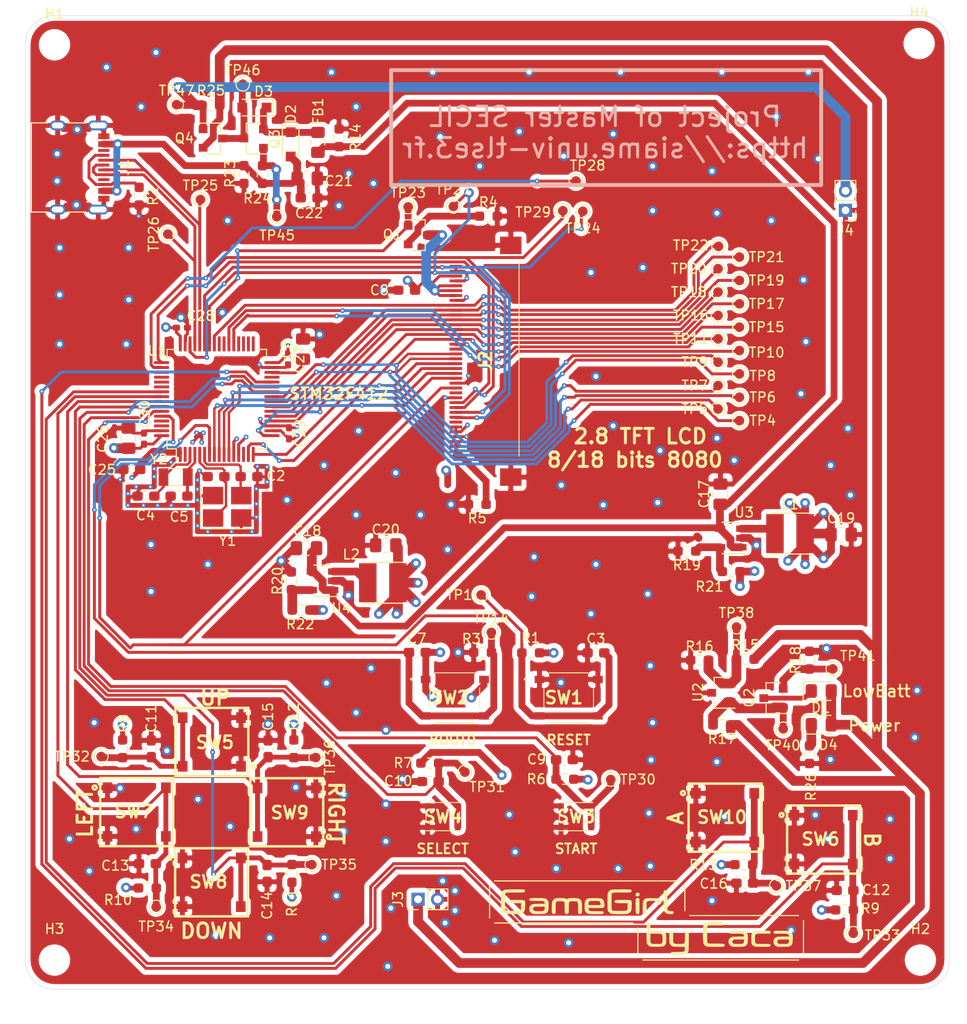
<source format=kicad_pcb>
(kicad_pcb (version 20171130) (host pcbnew "(5.1.12)-1")
  (layers (0 F.Cu signal) (1 In1.Cu power hide) (2 In2.Cu power hide) (31 B.Cu signal) (34 B.Paste user hide) (35 F.Paste user hide) (36 B.SilkS user hide) (37 F.SilkS user) (38 B.Mask user hide) (39 F.Mask user hide) (44 Edge.Cuts user hide))
  (net 0 "")
  (net 1 GND)
  (net 2 /HSE_IN)
  (net 3 /HSE_OUT)
  (net 4 /~NRST)
  (net 5 /LSE_IN)
  (net 6 /LSE_OUT)
  (net 7 "Net-(C6-Pad1)")
  (net 8 /BOOT0)
  (net 9 +1V8)
  (net 10 +3V3)
  (net 11 /B7)
  (net 12 /B6)
  (net 13 /B0)
  (net 14 /B2)
  (net 15 /B4)
  (net 16 /B1)
  (net 17 /B5)
  (net 18 /B3)
  (net 19 VDC)
  (net 20 +5V)
  (net 21 +BATT)
  (net 22 "Net-(D1-Pad1)")
  (net 23 "Net-(D2-Pad1)")
  (net 24 "Net-(D3-Pad2)")
  (net 25 "Net-(D4-Pad1)")
  (net 26 "Net-(J1-PadB8)")
  (net 27 "Net-(J1-PadA5)")
  (net 28 /USB_DN)
  (net 29 /USB_DP)
  (net 30 "Net-(J1-PadA8)")
  (net 31 /K)
  (net 32 /D17)
  (net 33 /D16)
  (net 34 /D15)
  (net 35 /D14)
  (net 36 /D13)
  (net 37 /D12)
  (net 38 /D11)
  (net 39 /D10)
  (net 40 /DB7)
  (net 41 /DB6)
  (net 42 /DB5)
  (net 43 /DB4)
  (net 44 /DB3)
  (net 45 /DB2)
  (net 46 /DB1)
  (net 47 /DB0)
  (net 48 "Net-(J2-Pad14)")
  (net 49 /~RDX)
  (net 50 /~WRX)
  (net 51 /DCX)
  (net 52 /~CSX)
  (net 53 /FMARK)
  (net 54 /XL)
  (net 55 "Net-(J4-Pad2)")
  (net 56 "Net-(L1-Pad1)")
  (net 57 "Net-(L2-Pad1)")
  (net 58 "Net-(Q1-Pad2)")
  (net 59 /XLED_CTRL)
  (net 60 "Net-(Q2-Pad2)")
  (net 61 "Net-(Q2-Pad1)")
  (net 62 "Net-(Q3-Pad1)")
  (net 63 "Net-(R15-Pad2)")
  (net 64 "Net-(R19-Pad1)")
  (net 65 "Net-(R20-Pad1)")
  (net 66 "Net-(U1-Pad62)")
  (net 67 "Net-(U1-Pad61)")
  (net 68 "Net-(U1-Pad54)")
  (net 69 "Net-(U1-Pad53)")
  (net 70 "Net-(U1-Pad52)")
  (net 71 "Net-(U1-Pad51)")
  (net 72 "Net-(U1-Pad40)")
  (net 73 "Net-(U1-Pad39)")
  (net 74 "Net-(U1-Pad36)")
  (net 75 "Net-(U1-Pad35)")
  (net 76 "Net-(U1-Pad34)")
  (net 77 "Net-(U1-Pad33)")
  (net 78 "Net-(U1-Pad29)")
  (net 79 "Net-(U1-Pad14)")
  (net 80 "Net-(U1-Pad2)")
  (module GameGirl:L_TDK_VLCF4020x (layer F.Cu) (at 66.75 88.25)
    (fp_text reference L2 (at -3.25 -2.906) (layer F.SilkS))
    (fp_text value 2.2uH)
    (pad 2 smd rect (at 1.55 0) (size 1.8 4) (layers F.Cu F.Paste F.Mask) (net 9 +1V8))
    (pad 1 smd rect (at -1.55 0) (size 1.8 4) (layers F.Cu F.Paste F.Mask) (net 57 "Net-(L2-Pad1)"))
  )
  (module GameGirl:FH2840S05SH07 (layer F.Cu) (at 77.5 65.5 270)
    (fp_text reference J2 (at 0 0.2 90) (layer F.SilkS) (effects (font (size 1.27 1.27) (thickness 0.254))))
    (fp_text value "FH28-40S-0.5SH(07)" hide)
    (pad 40 smd rect (at -9.75 3.25 270) (size 0.3 1.3) (layers F.Cu F.Paste F.Mask) (net 1 GND))
    (pad 39 smd rect (at -9.25 3.25 270) (size 0.3 1.3) (layers F.Cu F.Paste F.Mask) (net 1 GND))
    (pad 38 smd rect (at -8.75 3.25 270) (size 0.3 1.3) (layers F.Cu F.Paste F.Mask) (net 10 +3V3))
    (pad 37 smd rect (at -8.25 3.25 270) (size 0.3 1.3) (layers F.Cu F.Paste F.Mask) (net 1 GND))
    (pad 36 smd rect (at -7.75 3.25 270) (size 0.3 1.3) (layers F.Cu F.Paste F.Mask) (net 31 /K))
    (pad 35 smd rect (at -7.25 3.25 270) (size 0.3 1.3) (layers F.Cu F.Paste F.Mask) (net 31 /K))
    (pad 34 smd rect (at -6.75 3.25 270) (size 0.3 1.3) (layers F.Cu F.Paste F.Mask) (net 31 /K))
    (pad 33 smd rect (at -6.25 3.25 270) (size 0.3 1.3) (layers F.Cu F.Paste F.Mask) (net 10 +3V3))
    (pad 32 smd rect (at -5.75 3.25 270) (size 0.3 1.3) (layers F.Cu F.Paste F.Mask) (net 32 /D17))
    (pad 31 smd rect (at -5.25 3.25 270) (size 0.3 1.3) (layers F.Cu F.Paste F.Mask) (net 33 /D16))
    (pad 30 smd rect (at -4.75 3.25 270) (size 0.3 1.3) (layers F.Cu F.Paste F.Mask) (net 34 /D15))
    (pad 29 smd rect (at -4.25 3.25 270) (size 0.3 1.3) (layers F.Cu F.Paste F.Mask) (net 35 /D14))
    (pad 28 smd rect (at -3.75 3.25 270) (size 0.3 1.3) (layers F.Cu F.Paste F.Mask) (net 36 /D13))
    (pad 27 smd rect (at -3.25 3.25 270) (size 0.3 1.3) (layers F.Cu F.Paste F.Mask) (net 37 /D12))
    (pad 26 smd rect (at -2.75 3.25 270) (size 0.3 1.3) (layers F.Cu F.Paste F.Mask) (net 38 /D11))
    (pad 25 smd rect (at -2.25 3.25 270) (size 0.3 1.3) (layers F.Cu F.Paste F.Mask) (net 39 /D10))
    (pad 24 smd rect (at -1.75 3.25 270) (size 0.3 1.3) (layers F.Cu F.Paste F.Mask) (net 40 /DB7))
    (pad 23 smd rect (at -1.25 3.25 270) (size 0.3 1.3) (layers F.Cu F.Paste F.Mask) (net 41 /DB6))
    (pad 22 smd rect (at -0.75 3.25 270) (size 0.3 1.3) (layers F.Cu F.Paste F.Mask) (net 42 /DB5))
    (pad 21 smd rect (at -0.25 3.25 270) (size 0.3 1.3) (layers F.Cu F.Paste F.Mask) (net 43 /DB4))
    (pad 20 smd rect (at 0.25 3.25 270) (size 0.3 1.3) (layers F.Cu F.Paste F.Mask) (net 44 /DB3))
    (pad 19 smd rect (at 0.75 3.25 270) (size 0.3 1.3) (layers F.Cu F.Paste F.Mask) (net 45 /DB2))
    (pad 18 smd rect (at 1.25 3.25 270) (size 0.3 1.3) (layers F.Cu F.Paste F.Mask) (net 46 /DB1))
    (pad 17 smd rect (at 1.75 3.25 270) (size 0.3 1.3) (layers F.Cu F.Paste F.Mask) (net 47 /DB0))
    (pad 16 smd rect (at 2.25 3.25 270) (size 0.3 1.3) (layers F.Cu F.Paste F.Mask) (net 1 GND))
    (pad 15 smd rect (at 2.75 3.25 270) (size 0.3 1.3) (layers F.Cu F.Paste F.Mask) (net 4 /~NRST))
    (pad 14 smd rect (at 3.25 3.25 270) (size 0.3 1.3) (layers F.Cu F.Paste F.Mask) (net 48 "Net-(J2-Pad14)"))
    (pad 13 smd rect (at 3.75 3.25 270) (size 0.3 1.3) (layers F.Cu F.Paste F.Mask) (net 1 GND))
    (pad 12 smd rect (at 4.25 3.25 270) (size 0.3 1.3) (layers F.Cu F.Paste F.Mask) (net 49 /~RDX))
    (pad 11 smd rect (at 4.75 3.25 270) (size 0.3 1.3) (layers F.Cu F.Paste F.Mask) (net 50 /~WRX))
    (pad 10 smd rect (at 5.25 3.25 270) (size 0.3 1.3) (layers F.Cu F.Paste F.Mask) (net 51 /DCX))
    (pad 9 smd rect (at 5.75 3.25 270) (size 0.3 1.3) (layers F.Cu F.Paste F.Mask) (net 52 /~CSX))
    (pad 8 smd rect (at 6.25 3.25 270) (size 0.3 1.3) (layers F.Cu F.Paste F.Mask) (net 53 /FMARK))
    (pad 7 smd rect (at 6.75 3.25 270) (size 0.3 1.3) (layers F.Cu F.Paste F.Mask) (net 10 +3V3))
    (pad 6 smd rect (at 7.25 3.25 270) (size 0.3 1.3) (layers F.Cu F.Paste F.Mask) (net 10 +3V3))
    (pad 5 smd rect (at 7.75 3.25 270) (size 0.3 1.3) (layers F.Cu F.Paste F.Mask) (net 1 GND))
    (pad 4 smd rect (at 8.25 3.25 270) (size 0.3 1.3) (layers F.Cu F.Paste F.Mask) (net 54 /XL))
    (pad 3 smd rect (at 8.75 3.25 270) (size 0.3 1.3) (layers F.Cu F.Paste F.Mask) (net 54 /XL))
    (pad 2 smd rect (at 9.25 3.25 270) (size 0.3 1.3) (layers F.Cu F.Paste F.Mask) (net 54 /XL))
    (pad 1 smd rect (at 9.75 3.25 270) (size 0.3 1.3) (layers F.Cu F.Paste F.Mask) (net 54 /XL))
    (pad MP1 smd rect (at -11.9 -2.4 270) (size 1.8 2.2) (layers F.Cu F.Paste F.Mask) (net 1 GND))
    (pad MP2 smd rect (at 11.9 -2.4 270) (size 1.8 2.2) (layers F.Cu F.Paste F.Mask) (net 1 GND))
  )
  (module GameGirl:logo (layer F.Cu) (at 93.98 122.936)
    (fp_text reference G*** hide)
    (fp_text value LOGO hide)
  )
  (module TestPoint:TestPoint_Pad_D1.0mm (layer F.Cu) (at 85.25 50.05)
    (fp_text reference TP29 (at -3.05 0.15) (layer F.SilkS))
    (fp_text value DB0)
    (pad 1 smd circle (at 0 0) (size 1 1) (layers F.Cu F.Mask) (net 49 /~RDX))
  )
  (module MountingHole:MountingHole_2.2mm_M2 (layer F.Cu) (at 33 33)
    (fp_text reference H1 (at 0 -3.2) (layer F.SilkS))
    (fp_text value MountingHole)
    (pad 1 np_thru_hole circle (at 0 0) (size 2.2 2.2) (drill 2.2) (layers *.Cu *.Mask))
  )
  (module MountingHole:MountingHole_2.2mm_M2 (layer F.Cu) (at 33 127)
    (fp_text reference H3 (at 0 -3.2) (layer F.SilkS))
    (fp_text value MountingHole)
    (pad 1 np_thru_hole circle (at 0 0) (size 2.2 2.2) (drill 2.2) (layers *.Cu *.Mask))
  )
  (module MountingHole:MountingHole_2.2mm_M2 (layer F.Cu) (at 122 127)
    (fp_text reference H2 (at 0 -3.2) (layer F.SilkS))
    (fp_text value MountingHole)
    (pad 1 np_thru_hole circle (at 0 0) (size 2.2 2.2) (drill 2.2) (layers *.Cu *.Mask))
  )
  (module MountingHole:MountingHole_2.2mm_M2 (layer F.Cu) (at 121.87 32.87)
    (fp_text reference H4 (at 0 -3.2) (layer F.SilkS))
    (fp_text value MountingHole)
    (pad 1 np_thru_hole circle (at 0 0) (size 2.2 2.2) (drill 2.2) (layers *.Cu *.Mask))
  )
  (module Crystal:Crystal_SMD_3215-2Pin_3.2x1.5mm (layer F.Cu) (at 45.45 77.4 180)
    (fp_text reference Y2 (at 1.71 1.83) (layer F.SilkS))
    (fp_text value "FC135-32.768kHz 12.5pF")
    (pad 2 smd rect (at -1.25 0 180) (size 1 1.8) (layers F.Cu F.Paste F.Mask) (net 6 /LSE_OUT))
    (pad 1 smd rect (at 1.25 0 180) (size 1 1.8) (layers F.Cu F.Paste F.Mask) (net 5 /LSE_IN))
  )
  (module Crystal:Crystal_SMD_3225-4Pin_3.2x2.5mm_HandSoldering (layer F.Cu) (at 50.75 80.45)
    (fp_text reference Y1 (at 0.04 3.49) (layer F.SilkS))
    (fp_text value "X322525-25MHz 12pF")
    (pad 4 smd rect (at -1.45 -1.15) (size 2.1 1.8) (layers F.Cu F.Paste F.Mask) (net 1 GND))
    (pad 3 smd rect (at 1.45 -1.15) (size 2.1 1.8) (layers F.Cu F.Paste F.Mask) (net 3 /HSE_OUT))
    (pad 2 smd rect (at 1.45 1.15) (size 2.1 1.8) (layers F.Cu F.Paste F.Mask) (net 1 GND))
    (pad 1 smd rect (at -1.45 1.15) (size 2.1 1.8) (layers F.Cu F.Paste F.Mask) (net 2 /HSE_IN))
  )
  (module Package_TO_SOT_SMD:SOT-23-5 (layer F.Cu) (at 60.55 88.05 180)
    (fp_text reference U4 (at -1.92 -2.8) (layer F.SilkS))
    (fp_text value TLV62569DBV)
    (pad 5 smd rect (at 1.1 -0.95 180) (size 1.06 0.65) (layers F.Cu F.Paste F.Mask) (net 65 "Net-(R20-Pad1)"))
    (pad 4 smd rect (at 1.1 0.95 180) (size 1.06 0.65) (layers F.Cu F.Paste F.Mask) (net 19 VDC))
    (pad 3 smd rect (at -1.1 0.95 180) (size 1.06 0.65) (layers F.Cu F.Paste F.Mask) (net 57 "Net-(L2-Pad1)"))
    (pad 2 smd rect (at -1.1 0 180) (size 1.06 0.65) (layers F.Cu F.Paste F.Mask) (net 1 GND))
    (pad 1 smd rect (at -1.1 -0.95 180) (size 1.06 0.65) (layers F.Cu F.Paste F.Mask) (net 19 VDC))
  )
  (module Package_TO_SOT_SMD:SOT-23-5 (layer F.Cu) (at 102.5 83.65 180)
    (fp_text reference U3 (at -1.386 2.624) (layer F.SilkS))
    (fp_text value TLV62569DBV)
    (pad 5 smd rect (at 1.1 -0.95 180) (size 1.06 0.65) (layers F.Cu F.Paste F.Mask) (net 64 "Net-(R19-Pad1)"))
    (pad 4 smd rect (at 1.1 0.95 180) (size 1.06 0.65) (layers F.Cu F.Paste F.Mask) (net 19 VDC))
    (pad 3 smd rect (at -1.1 0.95 180) (size 1.06 0.65) (layers F.Cu F.Paste F.Mask) (net 56 "Net-(L1-Pad1)"))
    (pad 2 smd rect (at -1.1 0 180) (size 1.06 0.65) (layers F.Cu F.Paste F.Mask) (net 1 GND))
    (pad 1 smd rect (at -1.1 -0.95 180) (size 1.06 0.65) (layers F.Cu F.Paste F.Mask) (net 19 VDC))
  )
  (module Package_TO_SOT_SMD:SOT-23 (layer F.Cu) (at 101.55 99.55 180)
    (fp_text reference U2 (at 2.4 0.05 90) (layer F.SilkS))
    (fp_text value TL431)
    (pad 3 smd rect (at 1 0 180) (size 0.9 0.8) (layers F.Cu F.Paste F.Mask) (net 1 GND))
    (pad 2 smd rect (at -1 0.95 180) (size 0.9 0.8) (layers F.Cu F.Paste F.Mask) (net 63 "Net-(R15-Pad2)"))
    (pad 1 smd rect (at -1 -0.95 180) (size 0.9 0.8) (layers F.Cu F.Paste F.Mask) (net 61 "Net-(Q2-Pad1)"))
  )
  (module Package_QFP:LQFP-64_10x10mm_P0.5mm (layer F.Cu) (at 49.68 69.39 90)
    (fp_text reference U1 (at 4.95 -6.11 180) (layer F.SilkS))
    (fp_text value STM32F412RET6)
    (pad 64 smd roundrect (at -3.75 -5.675 90) (size 0.3 1.55) (layers F.Cu F.Paste F.Mask) (net 9 +1V8))
    (pad 63 smd roundrect (at -3.25 -5.675 90) (size 0.3 1.55) (layers F.Cu F.Paste F.Mask) (net 1 GND))
    (pad 62 smd roundrect (at -2.75 -5.675 90) (size 0.3 1.55) (layers F.Cu F.Paste F.Mask) (net 66 "Net-(U1-Pad62)"))
    (pad 61 smd roundrect (at -2.25 -5.675 90) (size 0.3 1.55) (layers F.Cu F.Paste F.Mask) (net 67 "Net-(U1-Pad61)"))
    (pad 60 smd roundrect (at -1.75 -5.675 90) (size 0.3 1.55) (layers F.Cu F.Paste F.Mask) (net 8 /BOOT0))
    (pad 59 smd roundrect (at -1.25 -5.675 90) (size 0.3 1.55) (layers F.Cu F.Paste F.Mask) (net 11 /B7))
    (pad 58 smd roundrect (at -0.75 -5.675 90) (size 0.3 1.55) (layers F.Cu F.Paste F.Mask) (net 12 /B6))
    (pad 57 smd roundrect (at -0.25 -5.675 90) (size 0.3 1.55) (layers F.Cu F.Paste F.Mask) (net 17 /B5))
    (pad 56 smd roundrect (at 0.25 -5.675 90) (size 0.3 1.55) (layers F.Cu F.Paste F.Mask) (net 15 /B4))
    (pad 55 smd roundrect (at 0.75 -5.675 90) (size 0.3 1.55) (layers F.Cu F.Paste F.Mask) (net 18 /B3))
    (pad 54 smd roundrect (at 1.25 -5.675 90) (size 0.3 1.55) (layers F.Cu F.Paste F.Mask) (net 68 "Net-(U1-Pad54)"))
    (pad 53 smd roundrect (at 1.75 -5.675 90) (size 0.3 1.55) (layers F.Cu F.Paste F.Mask) (net 69 "Net-(U1-Pad53)"))
    (pad 52 smd roundrect (at 2.25 -5.675 90) (size 0.3 1.55) (layers F.Cu F.Paste F.Mask) (net 70 "Net-(U1-Pad52)"))
    (pad 51 smd roundrect (at 2.75 -5.675 90) (size 0.3 1.55) (layers F.Cu F.Paste F.Mask) (net 71 "Net-(U1-Pad51)"))
    (pad 50 smd roundrect (at 3.25 -5.675 90) (size 0.3 1.55) (layers F.Cu F.Paste F.Mask) (net 49 /~RDX))
    (pad 49 smd roundrect (at 3.75 -5.675 90) (size 0.3 1.55) (layers F.Cu F.Paste F.Mask) (net 50 /~WRX))
    (pad 48 smd roundrect (at 5.675 -3.75 90) (size 1.55 0.3) (layers F.Cu F.Paste F.Mask) (net 9 +1V8))
    (pad 47 smd roundrect (at 5.675 -3.25 90) (size 1.55 0.3) (layers F.Cu F.Paste F.Mask) (net 1 GND))
    (pad 46 smd roundrect (at 5.675 -2.75 90) (size 1.55 0.3) (layers F.Cu F.Paste F.Mask) (net 51 /DCX))
    (pad 45 smd roundrect (at 5.675 -2.25 90) (size 1.55 0.3) (layers F.Cu F.Paste F.Mask) (net 29 /USB_DP))
    (pad 44 smd roundrect (at 5.675 -1.75 90) (size 1.55 0.3) (layers F.Cu F.Paste F.Mask) (net 28 /USB_DN))
    (pad 43 smd roundrect (at 5.675 -1.25 90) (size 1.55 0.3) (layers F.Cu F.Paste F.Mask) (net 52 /~CSX))
    (pad 42 smd roundrect (at 5.675 -0.75 90) (size 1.55 0.3) (layers F.Cu F.Paste F.Mask) (net 59 /XLED_CTRL))
    (pad 41 smd roundrect (at 5.675 -0.25 90) (size 1.55 0.3) (layers F.Cu F.Paste F.Mask) (net 32 /D17))
    (pad 40 smd roundrect (at 5.675 0.25 90) (size 1.55 0.3) (layers F.Cu F.Paste F.Mask) (net 72 "Net-(U1-Pad40)"))
    (pad 39 smd roundrect (at 5.675 0.75 90) (size 1.55 0.3) (layers F.Cu F.Paste F.Mask) (net 73 "Net-(U1-Pad39)"))
    (pad 38 smd roundrect (at 5.675 1.25 90) (size 1.55 0.3) (layers F.Cu F.Paste F.Mask) (net 40 /DB7))
    (pad 37 smd roundrect (at 5.675 1.75 90) (size 1.55 0.3) (layers F.Cu F.Paste F.Mask) (net 41 /DB6))
    (pad 36 smd roundrect (at 5.675 2.25 90) (size 1.55 0.3) (layers F.Cu F.Paste F.Mask) (net 74 "Net-(U1-Pad36)"))
    (pad 35 smd roundrect (at 5.675 2.75 90) (size 1.55 0.3) (layers F.Cu F.Paste F.Mask) (net 75 "Net-(U1-Pad35)"))
    (pad 34 smd roundrect (at 5.675 3.25 90) (size 1.55 0.3) (layers F.Cu F.Paste F.Mask) (net 76 "Net-(U1-Pad34)"))
    (pad 33 smd roundrect (at 5.675 3.75 90) (size 1.55 0.3) (layers F.Cu F.Paste F.Mask) (net 77 "Net-(U1-Pad33)"))
    (pad 32 smd roundrect (at 3.75 5.675 90) (size 0.3 1.55) (layers F.Cu F.Paste F.Mask) (net 9 +1V8))
    (pad 31 smd roundrect (at 3.25 5.675 90) (size 0.3 1.55) (layers F.Cu F.Paste F.Mask) (net 1 GND))
    (pad 30 smd roundrect (at 2.75 5.675 90) (size 0.3 1.55) (layers F.Cu F.Paste F.Mask) (net 7 "Net-(C6-Pad1)"))
    (pad 29 smd roundrect (at 2.25 5.675 90) (size 0.3 1.55) (layers F.Cu F.Paste F.Mask) (net 78 "Net-(U1-Pad29)"))
    (pad 28 smd roundrect (at 1.75 5.675 90) (size 0.3 1.55) (layers F.Cu F.Paste F.Mask) (net 14 /B2))
    (pad 27 smd roundrect (at 1.25 5.675 90) (size 0.3 1.55) (layers F.Cu F.Paste F.Mask) (net 16 /B1))
    (pad 26 smd roundrect (at 0.75 5.675 90) (size 0.3 1.55) (layers F.Cu F.Paste F.Mask) (net 13 /B0))
    (pad 25 smd roundrect (at 0.25 5.675 90) (size 0.3 1.55) (layers F.Cu F.Paste F.Mask) (net 42 /DB5))
    (pad 24 smd roundrect (at -0.25 5.675 90) (size 0.3 1.55) (layers F.Cu F.Paste F.Mask) (net 43 /DB4))
    (pad 23 smd roundrect (at -0.75 5.675 90) (size 0.3 1.55) (layers F.Cu F.Paste F.Mask) (net 33 /D16))
    (pad 22 smd roundrect (at -1.25 5.675 90) (size 0.3 1.55) (layers F.Cu F.Paste F.Mask) (net 34 /D15))
    (pad 21 smd roundrect (at -1.75 5.675 90) (size 0.3 1.55) (layers F.Cu F.Paste F.Mask) (net 35 /D14))
    (pad 20 smd roundrect (at -2.25 5.675 90) (size 0.3 1.55) (layers F.Cu F.Paste F.Mask) (net 36 /D13))
    (pad 19 smd roundrect (at -2.75 5.675 90) (size 0.3 1.55) (layers F.Cu F.Paste F.Mask) (net 9 +1V8))
    (pad 18 smd roundrect (at -3.25 5.675 90) (size 0.3 1.55) (layers F.Cu F.Paste F.Mask) (net 1 GND))
    (pad 17 smd roundrect (at -3.75 5.675 90) (size 0.3 1.55) (layers F.Cu F.Paste F.Mask) (net 37 /D12))
    (pad 16 smd roundrect (at -5.675 3.75 90) (size 1.55 0.3) (layers F.Cu F.Paste F.Mask) (net 38 /D11))
    (pad 15 smd roundrect (at -5.675 3.25 90) (size 1.55 0.3) (layers F.Cu F.Paste F.Mask) (net 39 /D10))
    (pad 14 smd roundrect (at -5.675 2.75 90) (size 1.55 0.3) (layers F.Cu F.Paste F.Mask) (net 79 "Net-(U1-Pad14)"))
    (pad 13 smd roundrect (at -5.675 2.25 90) (size 1.55 0.3) (layers F.Cu F.Paste F.Mask) (net 9 +1V8))
    (pad 12 smd roundrect (at -5.675 1.75 90) (size 1.55 0.3) (layers F.Cu F.Paste F.Mask) (net 1 GND))
    (pad 11 smd roundrect (at -5.675 1.25 90) (size 1.55 0.3) (layers F.Cu F.Paste F.Mask) (net 44 /DB3))
    (pad 10 smd roundrect (at -5.675 0.75 90) (size 1.55 0.3) (layers F.Cu F.Paste F.Mask) (net 45 /DB2))
    (pad 9 smd roundrect (at -5.675 0.25 90) (size 1.55 0.3) (layers F.Cu F.Paste F.Mask) (net 46 /DB1))
    (pad 8 smd roundrect (at -5.675 -0.25 90) (size 1.55 0.3) (layers F.Cu F.Paste F.Mask) (net 47 /DB0))
    (pad 7 smd roundrect (at -5.675 -0.75 90) (size 1.55 0.3) (layers F.Cu F.Paste F.Mask) (net 4 /~NRST))
    (pad 6 smd roundrect (at -5.675 -1.25 90) (size 1.55 0.3) (layers F.Cu F.Paste F.Mask) (net 3 /HSE_OUT))
    (pad 5 smd roundrect (at -5.675 -1.75 90) (size 1.55 0.3) (layers F.Cu F.Paste F.Mask) (net 2 /HSE_IN))
    (pad 4 smd roundrect (at -5.675 -2.25 90) (size 1.55 0.3) (layers F.Cu F.Paste F.Mask) (net 6 /LSE_OUT))
    (pad 3 smd roundrect (at -5.675 -2.75 90) (size 1.55 0.3) (layers F.Cu F.Paste F.Mask) (net 5 /LSE_IN))
    (pad 2 smd roundrect (at -5.675 -3.25 90) (size 1.55 0.3) (layers F.Cu F.Paste F.Mask) (net 80 "Net-(U1-Pad2)"))
    (pad 1 smd roundrect (at -5.675 -3.75 90) (size 1.55 0.3) (layers F.Cu F.Paste F.Mask) (net 9 +1V8))
  )
  (module TestPoint:TestPoint_Pad_D1.0mm (layer F.Cu) (at 45.55 39.15)
    (fp_text reference TP47 (at 0 -1.448) (layer F.SilkS))
    (fp_text value VBATT_TRIG)
    (pad 1 smd circle (at 0 0) (size 1 1) (layers F.Cu F.Mask) (net 55 "Net-(J4-Pad2)"))
  )
  (module TestPoint:TestPoint_Pad_D1.0mm (layer F.Cu) (at 52.35 37.05)
    (fp_text reference TP46 (at 0 -1.448) (layer F.SilkS))
    (fp_text value "VBAT OUT")
    (pad 1 smd circle (at 0 0) (size 1 1) (layers F.Cu F.Mask) (net 24 "Net-(D3-Pad2)"))
  )
  (module TestPoint:TestPoint_Pad_D1.0mm (layer F.Cu) (at 55.85 50.65)
    (fp_text reference TP45 (at 0.03 1.928) (layer F.SilkS))
    (fp_text value "5V TRIG")
    (pad 1 smd circle (at 0 0) (size 1 1) (layers F.Cu F.Mask) (net 62 "Net-(Q3-Pad1)"))
  )
  (module TestPoint:TestPoint_Pad_D1.0mm (layer F.Cu) (at 113 97.1)
    (fp_text reference TP41 (at 2.57 -1.342) (layer F.SilkS))
    (fp_text value VLED)
    (pad 1 smd circle (at 0 0) (size 1 1) (layers F.Cu F.Mask) (net 60 "Net-(Q2-Pad2)"))
  )
  (module TestPoint:TestPoint_Pad_D1.0mm (layer F.Cu) (at 107.9 103.25)
    (fp_text reference TP40 (at -0.05 1.7) (layer F.SilkS))
    (fp_text value VTRIG_LED)
    (pad 1 smd circle (at 0 0) (size 1 1) (layers F.Cu F.Mask) (net 61 "Net-(Q2-Pad1)"))
  )
  (module TestPoint:TestPoint_Pad_D1.0mm (layer F.Cu) (at 103.1 92.8)
    (fp_text reference TP38 (at 0 -1.448) (layer F.SilkS))
    (fp_text value VREF_LED)
    (pad 1 smd circle (at 0 0) (size 1 1) (layers F.Cu F.Mask) (net 63 "Net-(R15-Pad2)"))
  )
  (module TestPoint:TestPoint_Pad_D1.0mm (layer F.Cu) (at 107.188 119.38)
    (fp_text reference TP37 (at 2.794 0) (layer F.SilkS))
    (fp_text value TestPoint_Small)
    (pad 1 smd circle (at 0 0) (size 1 1) (layers F.Cu F.Mask) (net 18 /B3))
  )
  (module TestPoint:TestPoint_Pad_D1.0mm (layer F.Cu) (at 59.85 106.2 270)
    (fp_text reference TP36 (at 0 -1.448 90) (layer F.SilkS))
    (fp_text value TestPoint_Small)
    (pad 1 smd circle (at 0 0 270) (size 1 1) (layers F.Cu F.Mask) (net 17 /B5))
  )
  (module TestPoint:TestPoint_Pad_D1.0mm (layer F.Cu) (at 59.45 117.2 270)
    (fp_text reference TP35 (at 0 -2.8 180) (layer F.SilkS))
    (fp_text value TestPoint_Small)
    (pad 1 smd circle (at 0 0 270) (size 1 1) (layers F.Cu F.Mask) (net 16 /B1))
  )
  (module TestPoint:TestPoint_Pad_D1.0mm (layer F.Cu) (at 43.45 121.55)
    (fp_text reference TP34 (at 0 2) (layer F.SilkS))
    (fp_text value TestPoint_Small)
    (pad 1 smd circle (at 0 0) (size 1 1) (layers F.Cu F.Mask) (net 15 /B4))
  )
  (module TestPoint:TestPoint_Pad_D1.0mm (layer F.Cu) (at 115.1 124.25)
    (fp_text reference TP33 (at 3.01 0.21) (layer F.SilkS))
    (fp_text value TestPoint_Small)
    (pad 1 smd circle (at 0 0) (size 1 1) (layers F.Cu F.Mask) (net 14 /B2))
  )
  (module TestPoint:TestPoint_Pad_D1.0mm (layer F.Cu) (at 37.8 106.1)
    (fp_text reference TP32 (at -3 0) (layer F.SilkS))
    (fp_text value TestPoint_Small)
    (pad 1 smd circle (at 0 0) (size 1 1) (layers F.Cu F.Mask) (net 13 /B0))
  )
  (module TestPoint:TestPoint_Pad_D1.0mm (layer F.Cu) (at 75.184 107.696 180)
    (fp_text reference TP31 (at -2.286 -1.524) (layer F.SilkS))
    (fp_text value TestPoint_Small)
    (pad 1 smd circle (at 0 0 180) (size 1 1) (layers F.Cu F.Mask) (net 12 /B6))
  )
  (module TestPoint:TestPoint_Pad_D1.0mm (layer F.Cu) (at 90.17 108.458)
    (fp_text reference TP30 (at 2.794 0) (layer F.SilkS))
    (fp_text value TestPoint_Small)
    (pad 1 smd circle (at 0 0) (size 1 1) (layers F.Cu F.Mask) (net 11 /B7))
  )
  (module TestPoint:TestPoint_Pad_D1.0mm (layer F.Cu) (at 86.6 47)
    (fp_text reference TP28 (at 1.2 -1.6) (layer F.SilkS))
    (fp_text value DB0)
    (pad 1 smd circle (at 0 0) (size 1 1) (layers F.Cu F.Mask) (net 50 /~WRX))
  )
  (module TestPoint:TestPoint_Pad_D1.0mm (layer F.Cu) (at 74 49.6)
    (fp_text reference TP27 (at 0 -1.75) (layer F.SilkS))
    (fp_text value DB0)
    (pad 1 smd circle (at 0 0) (size 1 1) (layers F.Cu F.Mask) (net 51 /DCX))
  )
  (module TestPoint:TestPoint_Pad_D1.0mm (layer F.Cu) (at 44.65 52.45 90)
    (fp_text reference TP26 (at 0 -1.448 90) (layer F.SilkS))
    (fp_text value DB0)
    (pad 1 smd circle (at 0 0 90) (size 1 1) (layers F.Cu F.Mask) (net 29 /USB_DP))
  )
  (module TestPoint:TestPoint_Pad_D1.0mm (layer F.Cu) (at 48 48.9)
    (fp_text reference TP25 (at 0 -1.448) (layer F.SilkS))
    (fp_text value DB0)
    (pad 1 smd circle (at 0 0) (size 1 1) (layers F.Cu F.Mask) (net 28 /USB_DN))
  )
  (module TestPoint:TestPoint_Pad_D1.0mm (layer F.Cu) (at 87.3 50.1)
    (fp_text reference TP24 (at 0 1.75) (layer F.SilkS))
    (fp_text value DB0)
    (pad 1 smd circle (at 0 0) (size 1 1) (layers F.Cu F.Mask) (net 52 /~CSX))
  )
  (module TestPoint:TestPoint_Pad_D1.0mm (layer F.Cu) (at 69.35 49.65)
    (fp_text reference TP23 (at 0 -1.448) (layer F.SilkS))
    (fp_text value DB0)
    (pad 1 smd circle (at 0 0) (size 1 1) (layers F.Cu F.Mask) (net 59 /XLED_CTRL))
  )
  (module TestPoint:TestPoint_Pad_D1.0mm (layer F.Cu) (at 101.25 53.7)
    (fp_text reference TP22 (at -2.85 -0.1) (layer F.SilkS))
    (fp_text value DB0)
    (pad 1 smd circle (at 0 0) (size 1 1) (layers F.Cu F.Mask) (net 32 /D17))
  )
  (module TestPoint:TestPoint_Pad_D1.0mm (layer F.Cu) (at 103.4 54.8)
    (fp_text reference TP21 (at 2.8 0) (layer F.SilkS))
    (fp_text value DB0)
    (pad 1 smd circle (at 0 0) (size 1 1) (layers F.Cu F.Mask) (net 33 /D16))
  )
  (module TestPoint:TestPoint_Pad_D1.0mm (layer F.Cu) (at 101.2 56)
    (fp_text reference TP20 (at -3 0) (layer F.SilkS))
    (fp_text value DB0)
    (pad 1 smd circle (at 0 0) (size 1 1) (layers F.Cu F.Mask) (net 34 /D15))
  )
  (module TestPoint:TestPoint_Pad_D1.0mm (layer F.Cu) (at 103.4 57.2)
    (fp_text reference TP19 (at 2.8 0) (layer F.SilkS))
    (fp_text value DB0)
    (pad 1 smd circle (at 0 0) (size 1 1) (layers F.Cu F.Mask) (net 35 /D14))
  )
  (module TestPoint:TestPoint_Pad_D1.0mm (layer F.Cu) (at 101.2 58.4)
    (fp_text reference TP18 (at -3 0) (layer F.SilkS))
    (fp_text value DB0)
    (pad 1 smd circle (at 0 0) (size 1 1) (layers F.Cu F.Mask) (net 36 /D13))
  )
  (module TestPoint:TestPoint_Pad_D1.0mm (layer F.Cu) (at 103.4 59.6)
    (fp_text reference TP17 (at 2.8 0) (layer F.SilkS))
    (fp_text value DB0)
    (pad 1 smd circle (at 0 0) (size 1 1) (layers F.Cu F.Mask) (net 37 /D12))
  )
  (module TestPoint:TestPoint_Pad_D1.0mm (layer F.Cu) (at 101.2 60.8)
    (fp_text reference TP16 (at -2.8 0) (layer F.SilkS))
    (fp_text value DB0)
    (pad 1 smd circle (at 0 0) (size 1 1) (layers F.Cu F.Mask) (net 38 /D11))
  )
  (module TestPoint:TestPoint_Pad_D1.0mm (layer F.Cu) (at 103.4 62)
    (fp_text reference TP15 (at 2.8 0) (layer F.SilkS))
    (fp_text value DB0)
    (pad 1 smd circle (at 0 0) (size 1 1) (layers F.Cu F.Mask) (net 39 /D10))
  )
  (module TestPoint:TestPoint_Pad_D1.0mm (layer F.Cu) (at 77.9 93.35)
    (fp_text reference TP14 (at 0 -1.448) (layer F.SilkS))
    (fp_text value TestPoint_Small)
    (pad 1 smd circle (at 0 0) (size 1 1) (layers F.Cu F.Mask) (net 8 /BOOT0))
  )
  (module TestPoint:TestPoint_Pad_D1.0mm (layer F.Cu) (at 101.2 63.2)
    (fp_text reference TP11 (at -2.8 0) (layer F.SilkS))
    (fp_text value TestPoint_Small)
    (pad 1 smd circle (at 0 0) (size 1 1) (layers F.Cu F.Mask) (net 40 /DB7))
  )
  (module TestPoint:TestPoint_Pad_D1.0mm (layer F.Cu) (at 103.4 64.4)
    (fp_text reference TP10 (at 2.8 0.2) (layer F.SilkS))
    (fp_text value TestPoint_Small)
    (pad 1 smd circle (at 0 0) (size 1 1) (layers F.Cu F.Mask) (net 41 /DB6))
  )
  (module TestPoint:TestPoint_Pad_D1.0mm (layer F.Cu) (at 101.2 65.6)
    (fp_text reference TP9 (at -2.4 0) (layer F.SilkS))
    (fp_text value TestPoint_Small)
    (pad 1 smd circle (at 0 0) (size 1 1) (layers F.Cu F.Mask) (net 42 /DB5))
  )
  (module TestPoint:TestPoint_Pad_D1.0mm (layer F.Cu) (at 103.4 66.8)
    (fp_text reference TP8 (at 2.4 0.2) (layer F.SilkS))
    (fp_text value TestPoint_Small)
    (pad 1 smd circle (at 0 0) (size 1 1) (layers F.Cu F.Mask) (net 43 /DB4))
  )
  (module TestPoint:TestPoint_Pad_D1.0mm (layer F.Cu) (at 101.2 68)
    (fp_text reference TP7 (at -2.4 0) (layer F.SilkS))
    (fp_text value TestPoint_Small)
    (pad 1 smd circle (at 0 0) (size 1 1) (layers F.Cu F.Mask) (net 44 /DB3))
  )
  (module TestPoint:TestPoint_Pad_D1.0mm (layer F.Cu) (at 103.4 69.2)
    (fp_text reference TP6 (at 2.4 0) (layer F.SilkS))
    (fp_text value TestPoint_Small)
    (pad 1 smd circle (at 0 0) (size 1 1) (layers F.Cu F.Mask) (net 45 /DB2))
  )
  (module TestPoint:TestPoint_Pad_D1.0mm (layer F.Cu) (at 101.2 70.4)
    (fp_text reference TP5 (at -2.4 0) (layer F.SilkS))
    (fp_text value TestPoint_Small)
    (pad 1 smd circle (at 0 0) (size 1 1) (layers F.Cu F.Mask) (net 46 /DB1))
  )
  (module TestPoint:TestPoint_Pad_D1.0mm (layer F.Cu) (at 103.4 71.6)
    (fp_text reference TP4 (at 2.4 0) (layer F.SilkS))
    (fp_text value TestPoint_Small)
    (pad 1 smd circle (at 0 0) (size 1 1) (layers F.Cu F.Mask) (net 47 /DB0))
  )
  (module TestPoint:TestPoint_Pad_D1.0mm (layer F.Cu) (at 76.85 89.5)
    (fp_text reference TP1 (at -2.25 0) (layer F.SilkS))
    (fp_text value TestPoint_Small)
    (pad 1 smd circle (at 0 0) (size 1 1) (layers F.Cu F.Mask) (net 4 /~NRST))
  )
  (module GameGirl:SKRR (layer F.Cu) (at 101.925 112.375)
    (fp_text reference SW10 (at -0.315 -0.046) (layer F.SilkS) (effects (font (size 1.27 1.27) (thickness 0.254))))
    (fp_text value SKRRAAE010 hide)
    (pad 1 smd rect (at -3 -2.5) (size 1 1.1) (layers F.Cu F.Paste F.Mask) (net 1 GND))
    (pad 2 smd rect (at -3 2.5) (size 1 1.1) (layers F.Cu F.Paste F.Mask) (net 1 GND))
    (pad 3 smd rect (at 3 -2.5) (size 1 1.1) (layers F.Cu F.Paste F.Mask) (net 18 /B3))
    (pad 4 smd rect (at 3 2.5) (size 1 1.1) (layers F.Cu F.Paste F.Mask) (net 18 /B3))
  )
  (module GameGirl:SKRR (layer F.Cu) (at 56.87 111.82 180)
    (fp_text reference SW9 (at -0.315 -0.046) (layer F.SilkS) (effects (font (size 1.27 1.27) (thickness 0.254))))
    (fp_text value SKRRAAE010 hide)
    (pad 1 smd rect (at -3 -2.5 180) (size 1 1.1) (layers F.Cu F.Paste F.Mask) (net 1 GND))
    (pad 2 smd rect (at -3 2.5 180) (size 1 1.1) (layers F.Cu F.Paste F.Mask) (net 1 GND))
    (pad 3 smd rect (at 3 -2.5 180) (size 1 1.1) (layers F.Cu F.Paste F.Mask) (net 17 /B5))
    (pad 4 smd rect (at 3 2.5 180) (size 1 1.1) (layers F.Cu F.Paste F.Mask) (net 17 /B5))
  )
  (module GameGirl:SKRR (layer F.Cu) (at 49.15 119.01)
    (fp_text reference SW8 (at -0.315 -0.046) (layer F.SilkS) (effects (font (size 1.27 1.27) (thickness 0.254))))
    (fp_text value SKRRAAE010 hide)
    (pad 1 smd rect (at -3 -2.5) (size 1 1.1) (layers F.Cu F.Paste F.Mask) (net 1 GND))
    (pad 2 smd rect (at -3 2.5) (size 1 1.1) (layers F.Cu F.Paste F.Mask) (net 1 GND))
    (pad 3 smd rect (at 3 -2.5) (size 1 1.1) (layers F.Cu F.Paste F.Mask) (net 16 /B1))
    (pad 4 smd rect (at 3 2.5) (size 1 1.1) (layers F.Cu F.Paste F.Mask) (net 16 /B1))
  )
  (module GameGirl:SKRR (layer F.Cu) (at 41.45 111.8)
    (fp_text reference SW7 (at -0.315 -0.046) (layer F.SilkS) (effects (font (size 1.27 1.27) (thickness 0.254))))
    (fp_text value SKRRAAE010 hide)
    (pad 1 smd rect (at -3 -2.5) (size 1 1.1) (layers F.Cu F.Paste F.Mask) (net 1 GND))
    (pad 2 smd rect (at -3 2.5) (size 1 1.1) (layers F.Cu F.Paste F.Mask) (net 1 GND))
    (pad 3 smd rect (at 3 -2.5) (size 1 1.1) (layers F.Cu F.Paste F.Mask) (net 15 /B4))
    (pad 4 smd rect (at 3 2.5) (size 1 1.1) (layers F.Cu F.Paste F.Mask) (net 15 /B4))
  )
  (module GameGirl:SKRR (layer F.Cu) (at 112.05 114.625)
    (fp_text reference SW6 (at -0.315 -0.046) (layer F.SilkS) (effects (font (size 1.27 1.27) (thickness 0.254))))
    (fp_text value SKRRAAE010 hide)
    (pad 1 smd rect (at -3 -2.5) (size 1 1.1) (layers F.Cu F.Paste F.Mask) (net 1 GND))
    (pad 2 smd rect (at -3 2.5) (size 1 1.1) (layers F.Cu F.Paste F.Mask) (net 1 GND))
    (pad 3 smd rect (at 3 -2.5) (size 1 1.1) (layers F.Cu F.Paste F.Mask) (net 14 /B2))
    (pad 4 smd rect (at 3 2.5) (size 1 1.1) (layers F.Cu F.Paste F.Mask) (net 14 /B2))
  )
  (module GameGirl:SKRR (layer F.Cu) (at 49.175 104.6 180)
    (fp_text reference SW5 (at -0.315 -0.046) (layer F.SilkS) (effects (font (size 1.27 1.27) (thickness 0.254))))
    (fp_text value SKRRAAE010 hide)
    (pad 1 smd rect (at -3 -2.5 180) (size 1 1.1) (layers F.Cu F.Paste F.Mask) (net 1 GND))
    (pad 2 smd rect (at -3 2.5 180) (size 1 1.1) (layers F.Cu F.Paste F.Mask) (net 1 GND))
    (pad 3 smd rect (at 3 -2.5 180) (size 1 1.1) (layers F.Cu F.Paste F.Mask) (net 13 /B0))
    (pad 4 smd rect (at 3 2.5 180) (size 1 1.1) (layers F.Cu F.Paste F.Mask) (net 13 /B0))
  )
  (module GameGirl:SKSHAAE010 (layer F.Cu) (at 72.898 112.268)
    (fp_text reference SW4 (at 0 0) (layer F.SilkS) (effects (font (size 1.27 1.27) (thickness 0.254))))
    (fp_text value SKSHAAE010 hide)
    (pad 4 smd rect (at 1.55 -1.1 90) (size 0.55 0.55) (layers F.Cu F.Paste F.Mask) (net 12 /B6))
    (pad 3 smd rect (at 1.55 1.1 90) (size 0.55 0.55) (layers F.Cu F.Paste F.Mask) (net 12 /B6))
    (pad 2 smd rect (at -1.55 1.1 90) (size 0.55 0.55) (layers F.Cu F.Paste F.Mask) (net 1 GND))
    (pad 1 smd rect (at -1.55 -1.1 90) (size 0.55 0.55) (layers F.Cu F.Paste F.Mask) (net 1 GND))
  )
  (module GameGirl:SKSHAAE010 (layer F.Cu) (at 86.614 112.268)
    (fp_text reference SW3 (at 0 0) (layer F.SilkS) (effects (font (size 1.27 1.27) (thickness 0.254))))
    (fp_text value SKSHAAE010 hide)
    (pad 4 smd rect (at 1.55 -1.1 90) (size 0.55 0.55) (layers F.Cu F.Paste F.Mask) (net 11 /B7))
    (pad 3 smd rect (at 1.55 1.1 90) (size 0.55 0.55) (layers F.Cu F.Paste F.Mask) (net 11 /B7))
    (pad 2 smd rect (at -1.55 1.1 90) (size 0.55 0.55) (layers F.Cu F.Paste F.Mask) (net 1 GND))
    (pad 1 smd rect (at -1.55 -1.1 90) (size 0.55 0.55) (layers F.Cu F.Paste F.Mask) (net 1 GND))
  )
  (module GameGirl:TS1187ABAB (layer F.Cu) (at 74.15 100.05)
    (fp_text reference SW2 (at -0.5 0) (layer F.SilkS) (effects (font (size 1.27 1.27) (thickness 0.254))))
    (fp_text value TS-1187 hide)
    (pad 1 smd rect (at -3 -1.875 90) (size 0.75 1) (layers F.Cu F.Paste F.Mask) (net 9 +1V8))
    (pad 2 smd rect (at 3 -1.875 90) (size 0.75 1) (layers F.Cu F.Paste F.Mask) (net 9 +1V8))
    (pad 3 smd rect (at -3 1.875 90) (size 0.75 1) (layers F.Cu F.Paste F.Mask) (net 8 /BOOT0))
    (pad 4 smd rect (at 3 1.875 90) (size 0.75 1) (layers F.Cu F.Paste F.Mask) (net 8 /BOOT0))
  )
  (module GameGirl:TS1187ABAB (layer F.Cu) (at 85.85 100.05)
    (fp_text reference SW1 (at -0.5 0) (layer F.SilkS) (effects (font (size 1.27 1.27) (thickness 0.254))))
    (fp_text value TS-1187 hide)
    (pad 1 smd rect (at -3 -1.875 90) (size 0.75 1) (layers F.Cu F.Paste F.Mask) (net 1 GND))
    (pad 2 smd rect (at 3 -1.875 90) (size 0.75 1) (layers F.Cu F.Paste F.Mask) (net 1 GND))
    (pad 3 smd rect (at -3 1.875 90) (size 0.75 1) (layers F.Cu F.Paste F.Mask) (net 4 /~NRST))
    (pad 4 smd rect (at 3 1.875 90) (size 0.75 1) (layers F.Cu F.Paste F.Mask) (net 4 /~NRST))
  )
  (module Resistor_SMD:R_0603_1608Metric_Pad0.98x0.95mm_HandSolder (layer F.Cu) (at 110.6 105.9 270)
    (fp_text reference R26 (at 3.32 -0.144 90) (layer F.SilkS))
    (fp_text value 100R)
    (pad 2 smd roundrect (at 0.9125 0 270) (size 0.975 0.95) (layers F.Cu F.Paste F.Mask) (net 1 GND))
    (pad 1 smd roundrect (at -0.9125 0 270) (size 0.975 0.95) (layers F.Cu F.Paste F.Mask) (net 25 "Net-(D4-Pad1)"))
  )
  (module Resistor_SMD:R_0603_1608Metric_Pad0.98x0.95mm_HandSolder (layer F.Cu) (at 49.075 39.225 180)
    (fp_text reference R25 (at 0 1.525) (layer F.SilkS))
    (fp_text value 10K)
    (pad 2 smd roundrect (at 0.9125 0 180) (size 0.975 0.95) (layers F.Cu F.Paste F.Mask) (net 55 "Net-(J4-Pad2)"))
    (pad 1 smd roundrect (at -0.9125 0 180) (size 0.975 0.95) (layers F.Cu F.Paste F.Mask) (net 21 +BATT))
  )
  (module Resistor_SMD:R_0603_1608Metric_Pad0.98x0.95mm_HandSolder (layer F.Cu) (at 54.375 46.325 90)
    (fp_text reference R24 (at -2.443 -0.527 180) (layer F.SilkS))
    (fp_text value 4.7K)
    (pad 2 smd roundrect (at 0.9125 0 90) (size 0.975 0.95) (layers F.Cu F.Paste F.Mask) (net 62 "Net-(Q3-Pad1)"))
    (pad 1 smd roundrect (at -0.9125 0 90) (size 0.975 0.95) (layers F.Cu F.Paste F.Mask) (net 20 +5V))
  )
  (module Resistor_SMD:R_0603_1608Metric_Pad0.98x0.95mm_HandSolder (layer F.Cu) (at 52.475 46.325 270)
    (fp_text reference R23 (at -0.097 1.421 90) (layer F.SilkS))
    (fp_text value 10K)
    (pad 2 smd roundrect (at 0.9125 0 270) (size 0.975 0.95) (layers F.Cu F.Paste F.Mask) (net 1 GND))
    (pad 1 smd roundrect (at -0.9125 0 270) (size 0.975 0.95) (layers F.Cu F.Paste F.Mask) (net 20 +5V))
  )
  (module Resistor_SMD:R_0603_1608Metric_Pad0.98x0.95mm_HandSolder (layer F.Cu) (at 58.35 91.05)
    (fp_text reference R22 (at -0.09 1.46) (layer F.SilkS))
    (fp_text value 200K)
    (pad 2 smd roundrect (at 0.9125 0) (size 0.975 0.95) (layers F.Cu F.Paste F.Mask) (net 9 +1V8))
    (pad 1 smd roundrect (at -0.9125 0) (size 0.975 0.95) (layers F.Cu F.Paste F.Mask) (net 65 "Net-(R20-Pad1)"))
  )
  (module Resistor_SMD:R_0603_1608Metric_Pad0.98x0.95mm_HandSolder (layer F.Cu) (at 102.55 87.1)
    (fp_text reference R21 (at -2.22 1.546) (layer F.SilkS))
    (fp_text value 430K)
    (pad 2 smd roundrect (at 0.9125 0) (size 0.975 0.95) (layers F.Cu F.Paste F.Mask) (net 10 +3V3))
    (pad 1 smd roundrect (at -0.9125 0) (size 0.975 0.95) (layers F.Cu F.Paste F.Mask) (net 64 "Net-(R19-Pad1)"))
  )
  (module Resistor_SMD:R_0603_1608Metric_Pad0.98x0.95mm_HandSolder (layer F.Cu) (at 57.35 88.05 90)
    (fp_text reference R20 (at 0 -1.43 90) (layer F.SilkS))
    (fp_text value 100K)
    (pad 2 smd roundrect (at 0.9125 0 90) (size 0.975 0.95) (layers F.Cu F.Paste F.Mask) (net 1 GND))
    (pad 1 smd roundrect (at -0.9125 0 90) (size 0.975 0.95) (layers F.Cu F.Paste F.Mask) (net 65 "Net-(R20-Pad1)"))
  )
  (module Resistor_SMD:R_0603_1608Metric_Pad0.98x0.95mm_HandSolder (layer F.Cu) (at 98 85 180)
    (fp_text reference R19 (at 0 -1.43) (layer F.SilkS))
    (fp_text value 100K)
    (pad 2 smd roundrect (at 0.9125 0 180) (size 0.975 0.95) (layers F.Cu F.Paste F.Mask) (net 1 GND))
    (pad 1 smd roundrect (at -0.9125 0 180) (size 0.975 0.95) (layers F.Cu F.Paste F.Mask) (net 64 "Net-(R19-Pad1)"))
  )
  (module Resistor_SMD:R_0603_1608Metric_Pad0.98x0.95mm_HandSolder (layer F.Cu) (at 110.6 96.2 90)
    (fp_text reference R18 (at 0 -1.43 90) (layer F.SilkS))
    (fp_text value 100R)
    (pad 2 smd roundrect (at 0.9125 0 90) (size 0.975 0.95) (layers F.Cu F.Paste F.Mask) (net 1 GND))
    (pad 1 smd roundrect (at -0.9125 0 90) (size 0.975 0.95) (layers F.Cu F.Paste F.Mask) (net 60 "Net-(Q2-Pad2)"))
  )
  (module Resistor_SMD:R_0603_1608Metric_Pad0.98x0.95mm_HandSolder (layer F.Cu) (at 101.6 102.85 180)
    (fp_text reference R17 (at 0 -1.43) (layer F.SilkS))
    (fp_text value 1K)
    (pad 2 smd roundrect (at 0.9125 0 180) (size 0.975 0.95) (layers F.Cu F.Paste F.Mask) (net 61 "Net-(Q2-Pad1)"))
    (pad 1 smd roundrect (at -0.9125 0 180) (size 0.975 0.95) (layers F.Cu F.Paste F.Mask) (net 21 +BATT))
  )
  (module Resistor_SMD:R_0603_1608Metric_Pad0.98x0.95mm_HandSolder (layer F.Cu) (at 99.3 96.2 180)
    (fp_text reference R16 (at 0 1.4) (layer F.SilkS))
    (fp_text value 10K)
    (pad 2 smd roundrect (at 0.9125 0 180) (size 0.975 0.95) (layers F.Cu F.Paste F.Mask) (net 1 GND))
    (pad 1 smd roundrect (at -0.9125 0 180) (size 0.975 0.95) (layers F.Cu F.Paste F.Mask) (net 63 "Net-(R15-Pad2)"))
  )
  (module Resistor_SMD:R_0603_1608Metric_Pad0.98x0.95mm_HandSolder (layer F.Cu) (at 104 96.1 180)
    (fp_text reference R15 (at 0 1.45) (layer F.SilkS))
    (fp_text value 3.3K)
    (pad 2 smd roundrect (at 0.9125 0 180) (size 0.975 0.95) (layers F.Cu F.Paste F.Mask) (net 63 "Net-(R15-Pad2)"))
    (pad 1 smd roundrect (at -0.9125 0 180) (size 0.975 0.95) (layers F.Cu F.Paste F.Mask) (net 21 +BATT))
  )
  (module Resistor_SMD:R_0603_1608Metric_Pad0.98x0.95mm_HandSolder (layer F.Cu) (at 62.25 42.55 90)
    (fp_text reference R14 (at 0 1.7 90) (layer F.SilkS))
    (fp_text value 10K)
    (pad 2 smd roundrect (at 0.9125 0 90) (size 0.975 0.95) (layers F.Cu F.Paste F.Mask) (net 1 GND))
    (pad 1 smd roundrect (at -0.9125 0 90) (size 0.975 0.95) (layers F.Cu F.Paste F.Mask) (net 19 VDC))
  )
  (module Resistor_SMD:R_0603_1608Metric_Pad0.98x0.95mm_HandSolder (layer F.Cu) (at 103.85 117.2)
    (fp_text reference R13 (at -4.17 0.02) (layer F.SilkS))
    (fp_text value 10K)
    (pad 2 smd roundrect (at 0.9125 0) (size 0.975 0.95) (layers F.Cu F.Paste F.Mask) (net 18 /B3))
    (pad 1 smd roundrect (at -0.9125 0) (size 0.975 0.95) (layers F.Cu F.Paste F.Mask) (net 10 +3V3))
  )
  (module Resistor_SMD:R_0603_1608Metric_Pad0.98x0.95mm_HandSolder (layer F.Cu) (at 57.6 105.3 270)
    (fp_text reference R12 (at -3.3 0 90) (layer F.SilkS))
    (fp_text value 10K)
    (pad 2 smd roundrect (at 0.9125 0 270) (size 0.975 0.95) (layers F.Cu F.Paste F.Mask) (net 17 /B5))
    (pad 1 smd roundrect (at -0.9125 0 270) (size 0.975 0.95) (layers F.Cu F.Paste F.Mask) (net 10 +3V3))
  )
  (module Resistor_SMD:R_0603_1608Metric_Pad0.98x0.95mm_HandSolder (layer F.Cu) (at 57.4 118.1 90)
    (fp_text reference R11 (at -3 0 90) (layer F.SilkS))
    (fp_text value 10K)
    (pad 2 smd roundrect (at 0.9125 0 90) (size 0.975 0.95) (layers F.Cu F.Paste F.Mask) (net 16 /B1))
    (pad 1 smd roundrect (at -0.9125 0 90) (size 0.975 0.95) (layers F.Cu F.Paste F.Mask) (net 10 +3V3))
  )
  (module Resistor_SMD:R_0603_1608Metric_Pad0.98x0.95mm_HandSolder (layer F.Cu) (at 42.55 119.6)
    (fp_text reference R10 (at -3.02 1.22) (layer F.SilkS))
    (fp_text value 10K)
    (pad 2 smd roundrect (at 0.9125 0) (size 0.975 0.95) (layers F.Cu F.Paste F.Mask) (net 15 /B4))
    (pad 1 smd roundrect (at -0.9125 0) (size 0.975 0.95) (layers F.Cu F.Paste F.Mask) (net 10 +3V3))
  )
  (module Resistor_SMD:R_0603_1608Metric_Pad0.98x0.95mm_HandSolder (layer F.Cu) (at 114.2 121.85)
    (fp_text reference R9 (at 2.65 -0.15) (layer F.SilkS))
    (fp_text value 10K)
    (pad 2 smd roundrect (at 0.9125 0) (size 0.975 0.95) (layers F.Cu F.Paste F.Mask) (net 14 /B2))
    (pad 1 smd roundrect (at -0.9125 0) (size 0.975 0.95) (layers F.Cu F.Paste F.Mask) (net 10 +3V3))
  )
  (module Resistor_SMD:R_0603_1608Metric_Pad0.98x0.95mm_HandSolder (layer F.Cu) (at 40 105.3 270)
    (fp_text reference R8 (at -2.6 -0.1 90) (layer F.SilkS))
    (fp_text value 10K)
    (pad 2 smd roundrect (at 0.9125 0 270) (size 0.975 0.95) (layers F.Cu F.Paste F.Mask) (net 13 /B0))
    (pad 1 smd roundrect (at -0.9125 0 270) (size 0.975 0.95) (layers F.Cu F.Paste F.Mask) (net 10 +3V3))
  )
  (module Resistor_SMD:R_0603_1608Metric_Pad0.98x0.95mm_HandSolder (layer F.Cu) (at 71.574 106.77)
    (fp_text reference R7 (at -2.74 -0.01) (layer F.SilkS))
    (fp_text value 10K)
    (pad 2 smd roundrect (at 0.9125 0) (size 0.975 0.95) (layers F.Cu F.Paste F.Mask) (net 12 /B6))
    (pad 1 smd roundrect (at -0.9125 0) (size 0.975 0.95) (layers F.Cu F.Paste F.Mask) (net 10 +3V3))
  )
  (module Resistor_SMD:R_0603_1608Metric_Pad0.98x0.95mm_HandSolder (layer F.Cu) (at 85.464 108.422 180)
    (fp_text reference R6 (at 2.95 0) (layer F.SilkS))
    (fp_text value 10K)
    (pad 2 smd roundrect (at 0.9125 0 180) (size 0.975 0.95) (layers F.Cu F.Paste F.Mask) (net 11 /B7))
    (pad 1 smd roundrect (at -0.9125 0 180) (size 0.975 0.95) (layers F.Cu F.Paste F.Mask) (net 10 +3V3))
  )
  (module Resistor_SMD:R_0603_1608Metric_Pad0.98x0.95mm_HandSolder (layer F.Cu) (at 76.45 80.2 180)
    (fp_text reference R5 (at 0 -1.43) (layer F.SilkS))
    (fp_text value 20K)
    (pad 2 smd roundrect (at 0.9125 0 180) (size 0.975 0.95) (layers F.Cu F.Paste F.Mask) (net 1 GND))
    (pad 1 smd roundrect (at -0.9125 0 180) (size 0.975 0.95) (layers F.Cu F.Paste F.Mask) (net 54 /XL))
  )
  (module Resistor_SMD:R_0603_1608Metric_Pad0.98x0.95mm_HandSolder (layer F.Cu) (at 77.6 50.6)
    (fp_text reference R4 (at 0 -1.43) (layer F.SilkS))
    (fp_text value 10R)
    (pad 2 smd roundrect (at 0.9125 0) (size 0.975 0.95) (layers F.Cu F.Paste F.Mask) (net 1 GND))
    (pad 1 smd roundrect (at -0.9125 0) (size 0.975 0.95) (layers F.Cu F.Paste F.Mask) (net 58 "Net-(Q1-Pad2)"))
  )
  (module Resistor_SMD:R_0603_1608Metric_Pad0.98x0.95mm_HandSolder (layer F.Cu) (at 77 95.4 180)
    (fp_text reference R3 (at 1.15 1.39) (layer F.SilkS))
    (fp_text value 10K)
    (pad 2 smd roundrect (at 0.9125 0 180) (size 0.975 0.95) (layers F.Cu F.Paste F.Mask) (net 1 GND))
    (pad 1 smd roundrect (at -0.9125 0 180) (size 0.975 0.95) (layers F.Cu F.Paste F.Mask) (net 8 /BOOT0))
  )
  (module Resistor_SMD:R_0603_1608Metric_Pad0.98x0.95mm_HandSolder (layer F.Cu) (at 41.7 48.55 270)
    (fp_text reference R2 (at 0 -1.43 90) (layer F.SilkS))
    (fp_text value 5.1K)
    (pad 2 smd roundrect (at 0.9125 0 270) (size 0.975 0.95) (layers F.Cu F.Paste F.Mask) (net 1 GND))
    (pad 1 smd roundrect (at -0.9125 0 270) (size 0.975 0.95) (layers F.Cu F.Paste F.Mask) (net 27 "Net-(J1-PadA5)"))
  )
  (module Resistor_SMD:R_0603_1608Metric_Pad0.98x0.95mm_HandSolder (layer F.Cu) (at 81.95 95.45 180)
    (fp_text reference R1 (at 0 1.55) (layer F.SilkS))
    (fp_text value 10K)
    (pad 2 smd roundrect (at 0.9125 0 180) (size 0.975 0.95) (layers F.Cu F.Paste F.Mask) (net 4 /~NRST))
    (pad 1 smd roundrect (at -0.9125 0 180) (size 0.975 0.95) (layers F.Cu F.Paste F.Mask) (net 9 +1V8))
  )
  (module Package_TO_SOT_SMD:SOT-23 (layer F.Cu) (at 49.275 42.625)
    (fp_text reference Q4 (at -2.925 -0.025) (layer F.SilkS))
    (fp_text value AO3401)
    (pad 3 smd rect (at 1 0) (size 0.9 0.8) (layers F.Cu F.Paste F.Mask) (net 24 "Net-(D3-Pad2)"))
    (pad 2 smd rect (at -1 0.95) (size 0.9 0.8) (layers F.Cu F.Paste F.Mask) (net 21 +BATT))
    (pad 1 smd rect (at -1 -0.95) (size 0.9 0.8) (layers F.Cu F.Paste F.Mask) (net 55 "Net-(J4-Pad2)"))
  )
  (module Package_TO_SOT_SMD:SOT-23 (layer F.Cu) (at 53.475 42.625 180)
    (fp_text reference Q3 (at -2.151 -0.047 -90) (layer F.SilkS))
    (fp_text value AO3401)
    (pad 3 smd rect (at 1 0 180) (size 0.9 0.8) (layers F.Cu F.Paste F.Mask) (net 24 "Net-(D3-Pad2)"))
    (pad 2 smd rect (at -1 0.95 180) (size 0.9 0.8) (layers F.Cu F.Paste F.Mask) (net 23 "Net-(D2-Pad1)"))
    (pad 1 smd rect (at -1 -0.95 180) (size 0.9 0.8) (layers F.Cu F.Paste F.Mask) (net 62 "Net-(Q3-Pad1)"))
  )
  (module Package_TO_SOT_SMD:SOT-23 (layer F.Cu) (at 106.9 100.1 180)
    (fp_text reference Q2 (at 2.5 0.05 90) (layer F.SilkS))
    (fp_text value "AO3400(NMOS)")
    (pad 3 smd rect (at 1 0 180) (size 0.9 0.8) (layers F.Cu F.Paste F.Mask) (net 22 "Net-(D1-Pad1)"))
    (pad 2 smd rect (at -1 0.95 180) (size 0.9 0.8) (layers F.Cu F.Paste F.Mask) (net 60 "Net-(Q2-Pad2)"))
    (pad 1 smd rect (at -1 -0.95 180) (size 0.9 0.8) (layers F.Cu F.Paste F.Mask) (net 61 "Net-(Q2-Pad1)"))
  )
  (module Package_TO_SOT_SMD:SOT-23 (layer F.Cu) (at 70.35 52.55)
    (fp_text reference Q1 (at -2.6 -0.05) (layer F.SilkS))
    (fp_text value "AO3400(NMOS)")
    (pad 3 smd rect (at 1 0) (size 0.9 0.8) (layers F.Cu F.Paste F.Mask) (net 31 /K))
    (pad 2 smd rect (at -1 0.95) (size 0.9 0.8) (layers F.Cu F.Paste F.Mask) (net 58 "Net-(Q1-Pad2)"))
    (pad 1 smd rect (at -1 -0.95) (size 0.9 0.8) (layers F.Cu F.Paste F.Mask) (net 59 /XLED_CTRL))
  )
  (module GameGirl:L_TDK_VLCF4020x (layer F.Cu) (at 108.6 83.2)
    (fp_text reference L1 (at 0 -3) (layer F.SilkS))
    (fp_text value 2.2uH)
    (pad 2 smd rect (at 1.55 0) (size 1.8 4) (layers F.Cu F.Paste F.Mask) (net 10 +3V3))
    (pad 1 smd rect (at -1.55 0) (size 1.8 4) (layers F.Cu F.Paste F.Mask) (net 56 "Net-(L1-Pad1)"))
  )
  (module Connector_PinHeader_2.00mm:PinHeader_1x02_P2.00mm_Vertical (layer F.Cu) (at 114.3 50 180)
    (fp_text reference J4 (at 0 -2.06) (layer F.SilkS))
    (fp_text value PH_2)
    (pad 2 thru_hole oval (at 0 2 180) (size 1.35 1.35) (drill 0.8) (layers *.Cu *.Mask) (net 55 "Net-(J4-Pad2)"))
    (pad 1 thru_hole rect (at 0 0 180) (size 1.35 1.35) (drill 0.8) (layers *.Cu *.Mask) (net 1 GND))
  )
  (module Connector_PinHeader_2.00mm:PinHeader_1x02_P2.00mm_Vertical (layer F.Cu) (at 70.37 120.76 90)
    (fp_text reference J3 (at 0 -2.06 90) (layer F.SilkS))
    (fp_text value PH_2)
    (pad 2 thru_hole oval (at 0 2 90) (size 1.35 1.35) (drill 0.8) (layers *.Cu *.Mask) (net 1 GND))
    (pad 1 thru_hole rect (at 0 0 90) (size 1.35 1.35) (drill 0.8) (layers *.Cu *.Mask) (net 21 +BATT))
  )
  (module Connector_USB:USB_C_Receptacle_XKB_U262-16XN-4BVC11 (layer F.Cu) (at 34.4 45.6 270)
    (fp_text reference J1 (at 0 -5.715 90) (layer F.SilkS))
    (fp_text value "USB_C(U262-161N-4BVC11)")
    (pad A12 smd rect (at 3.35 -3.67 270) (size 0.3 1.15) (layers F.Cu F.Paste F.Mask) (net 1 GND))
    (pad A9 smd rect (at 2.55 -3.67 270) (size 0.3 1.15) (layers F.Cu F.Paste F.Mask) (net 20 +5V))
    (pad B9 smd rect (at -2.25 -3.67 270) (size 0.3 1.15) (layers F.Cu F.Paste F.Mask) (net 20 +5V))
    (pad B12 smd rect (at -3.05 -3.67 270) (size 0.3 1.15) (layers F.Cu F.Paste F.Mask) (net 1 GND))
    (pad A1 smd rect (at -3.35 -3.67 270) (size 0.3 1.15) (layers F.Cu F.Paste F.Mask) (net 1 GND))
    (pad A4 smd rect (at -2.55 -3.67 270) (size 0.3 1.15) (layers F.Cu F.Paste F.Mask) (net 20 +5V))
    (pad B8 smd rect (at -1.75 -3.67 270) (size 0.3 1.15) (layers F.Cu F.Paste F.Mask) (net 26 "Net-(J1-PadB8)"))
    (pad A5 smd rect (at -1.25 -3.67 270) (size 0.3 1.15) (layers F.Cu F.Paste F.Mask) (net 27 "Net-(J1-PadA5)"))
    (pad B7 smd rect (at -0.75 -3.67 270) (size 0.3 1.15) (layers F.Cu F.Paste F.Mask) (net 28 /USB_DN))
    (pad A6 smd rect (at -0.25 -3.67 270) (size 0.3 1.15) (layers F.Cu F.Paste F.Mask) (net 29 /USB_DP))
    (pad A7 smd rect (at 0.25 -3.67 270) (size 0.3 1.15) (layers F.Cu F.Paste F.Mask) (net 28 /USB_DN))
    (pad B6 smd rect (at 0.75 -3.67 270) (size 0.3 1.15) (layers F.Cu F.Paste F.Mask) (net 29 /USB_DP))
    (pad A8 smd rect (at 1.25 -3.67 270) (size 0.3 1.15) (layers F.Cu F.Paste F.Mask) (net 30 "Net-(J1-PadA8)"))
    (pad B5 smd rect (at 1.75 -3.67 270) (size 0.3 1.15) (layers F.Cu F.Paste F.Mask) (net 27 "Net-(J1-PadA5)"))
    (pad B4 smd rect (at 2.25 -3.67 270) (size 0.3 1.15) (layers F.Cu F.Paste F.Mask) (net 20 +5V))
    (pad B1 smd rect (at 3.05 -3.67 270) (size 0.3 1.15) (layers F.Cu F.Paste F.Mask) (net 1 GND))
    (pad "" np_thru_hole circle (at -2.89 -2.605 270) (size 0.65 0.65) (drill 0.65) (layers *.Cu *.Mask))
    (pad "" np_thru_hole circle (at 2.89 -2.605 270) (size 0.65 0.65) (drill 0.65) (layers *.Cu *.Mask))
    (pad S1 thru_hole oval (at 4.32 1.075 270) (size 1 1.6) (drill oval 0.6 1.2) (layers *.Cu *.Mask) (net 1 GND))
    (pad S1 thru_hole oval (at -4.32 1.075 270) (size 1 1.6) (drill oval 0.6 1.2) (layers *.Cu *.Mask) (net 1 GND))
    (pad S1 thru_hole oval (at 4.32 -3.105 270) (size 1 2.1) (drill oval 0.6 1.7) (layers *.Cu *.Mask) (net 1 GND))
    (pad S1 thru_hole oval (at -4.32 -3.105 270) (size 1 2.1) (drill oval 0.6 1.7) (layers *.Cu *.Mask) (net 1 GND))
  )
  (module Inductor_SMD:L_0805_2012Metric_Pad1.15x1.40mm_HandSolder (layer F.Cu) (at 60.075 43.025 90)
    (fp_text reference FB1 (at 3.175 0.025 90) (layer F.SilkS))
    (fp_text value GZ2012D601TF)
    (pad 2 smd roundrect (at 1.025 0 90) (size 1.15 1.4) (layers F.Cu F.Paste F.Mask) (roundrect_rratio 0.2173904347826087) (net 23 "Net-(D2-Pad1)"))
    (pad 1 smd roundrect (at -1.025 0 90) (size 1.15 1.4) (layers F.Cu F.Paste F.Mask) (roundrect_rratio 0.2173904347826087) (net 19 VDC))
  )
  (module LED_SMD:LED_0805_2012Metric_Pad1.15x1.40mm_HandSolder (layer F.Cu) (at 111.81 102.83)
    (fp_text reference D4 (at 0.712 2.072) (layer F.SilkS))
    (fp_text value LED)
    (pad 2 smd roundrect (at 1.025 0) (size 1.15 1.4) (layers F.Cu F.Paste F.Mask) (roundrect_rratio 0.2173904347826087) (net 21 +BATT))
    (pad 1 smd roundrect (at -1.025 0) (size 1.15 1.4) (layers F.Cu F.Paste F.Mask) (roundrect_rratio 0.2173904347826087) (net 25 "Net-(D4-Pad1)"))
  )
  (module Diode_SMD:D_SOD-323_HandSoldering (layer F.Cu) (at 53.55 39.45 180)
    (fp_text reference D3 (at -0.95 1.65) (layer F.SilkS))
    (fp_text value D_Shockley)
    (pad 2 smd rect (at 1.25 0 180) (size 1 1) (layers F.Cu F.Paste F.Mask) (net 24 "Net-(D3-Pad2)"))
    (pad 1 smd rect (at -1.25 0 180) (size 1 1) (layers F.Cu F.Paste F.Mask) (net 23 "Net-(D2-Pad1)"))
  )
  (module Diode_SMD:D_SOD-323_HandSoldering (layer F.Cu) (at 57.275 43.225 270)
    (fp_text reference D2 (at -3.125 -0.025 90) (layer F.SilkS))
    (fp_text value D_Shockley)
    (pad 2 smd rect (at 1.25 0 270) (size 1 1) (layers F.Cu F.Paste F.Mask) (net 20 +5V))
    (pad 1 smd rect (at -1.25 0 270) (size 1 1) (layers F.Cu F.Paste F.Mask) (net 23 "Net-(D2-Pad1)"))
  )
  (module LED_SMD:LED_0805_2012Metric_Pad1.15x1.40mm_HandSolder (layer F.Cu) (at 111.81 99.37)
    (fp_text reference D1 (at -0.05 1.722) (layer F.SilkS))
    (fp_text value LED)
    (pad 2 smd roundrect (at 1.025 0) (size 1.15 1.4) (layers F.Cu F.Paste F.Mask) (roundrect_rratio 0.2173904347826087) (net 21 +BATT))
    (pad 1 smd roundrect (at -1.025 0) (size 1.15 1.4) (layers F.Cu F.Paste F.Mask) (roundrect_rratio 0.2173904347826087) (net 22 "Net-(D1-Pad1)"))
  )
  (module Capacitor_SMD:C_0402_1005Metric_Pad0.74x0.62mm_HandSolder (layer F.Cu) (at 42.2 73.45 90)
    (fp_text reference C30 (at 2.51 0.09 90) (layer F.SilkS))
    (fp_text value 100nF)
    (pad 2 smd roundrect (at 0.5675 0 90) (size 0.735 0.62) (layers F.Cu F.Paste F.Mask) (net 1 GND))
    (pad 1 smd roundrect (at -0.5675 0 90) (size 0.735 0.62) (layers F.Cu F.Paste F.Mask) (net 9 +1V8))
  )
  (module Capacitor_SMD:C_0402_1005Metric_Pad0.74x0.62mm_HandSolder (layer F.Cu) (at 57.1 72.9 270)
    (fp_text reference C29 (at 0 -1.16 90) (layer F.SilkS))
    (fp_text value 100nF)
    (pad 2 smd roundrect (at 0.5675 0 270) (size 0.735 0.62) (layers F.Cu F.Paste F.Mask) (net 1 GND))
    (pad 1 smd roundrect (at -0.5675 0 270) (size 0.735 0.62) (layers F.Cu F.Paste F.Mask) (net 9 +1V8))
  )
  (module Capacitor_SMD:C_0402_1005Metric_Pad0.74x0.62mm_HandSolder (layer F.Cu) (at 46.1 62.05)
    (fp_text reference C28 (at 1.93 -1.21) (layer F.SilkS))
    (fp_text value 100nF)
    (pad 2 smd roundrect (at 0.5675 0) (size 0.735 0.62) (layers F.Cu F.Paste F.Mask) (net 1 GND))
    (pad 1 smd roundrect (at -0.5675 0) (size 0.735 0.62) (layers F.Cu F.Paste F.Mask) (net 9 +1V8))
  )
  (module Capacitor_SMD:C_0402_1005Metric_Pad0.74x0.62mm_HandSolder (layer F.Cu) (at 57 65.3 270)
    (fp_text reference C27 (at 0 -1.16 90) (layer F.SilkS))
    (fp_text value 100nF)
    (pad 2 smd roundrect (at 0.5675 0 270) (size 0.735 0.62) (layers F.Cu F.Paste F.Mask) (net 1 GND))
    (pad 1 smd roundrect (at -0.5675 0 270) (size 0.735 0.62) (layers F.Cu F.Paste F.Mask) (net 9 +1V8))
  )
  (module Capacitor_SMD:C_0805_2012Metric_Pad1.18x1.45mm_HandSolder (layer F.Cu) (at 40.6 73.4 90)
    (fp_text reference C26 (at -0.05 -2.63 90) (layer F.SilkS))
    (fp_text value 10uF)
    (pad 2 smd roundrect (at 1.0375 0 90) (size 1.175 1.45) (layers F.Cu F.Paste F.Mask) (roundrect_rratio 0.2127659574468085) (net 1 GND))
    (pad 1 smd roundrect (at -1.0375 0 90) (size 1.175 1.45) (layers F.Cu F.Paste F.Mask) (roundrect_rratio 0.2127659574468085) (net 9 +1V8))
  )
  (module Capacitor_SMD:C_0603_1608Metric_Pad1.08x0.95mm_HandSolder (layer F.Cu) (at 40.94 76.62 180)
    (fp_text reference C25 (at 3.07 -0.02) (layer F.SilkS))
    (fp_text value 100nF)
    (pad 2 smd roundrect (at 0.8625 0 180) (size 1.075 0.95) (layers F.Cu F.Paste F.Mask) (net 1 GND))
    (pad 1 smd roundrect (at -0.8625 0 180) (size 1.075 0.95) (layers F.Cu F.Paste F.Mask) (net 9 +1V8))
  )
  (module Capacitor_SMD:C_0603_1608Metric_Pad1.08x0.95mm_HandSolder (layer F.Cu) (at 59.175 48.725)
    (fp_text reference C22 (at 0 1.567) (layer F.SilkS))
    (fp_text value 0.1uF)
    (pad 2 smd roundrect (at 0.8625 0) (size 1.075 0.95) (layers F.Cu F.Paste F.Mask) (net 1 GND))
    (pad 1 smd roundrect (at -0.8625 0) (size 1.075 0.95) (layers F.Cu F.Paste F.Mask) (net 20 +5V))
  )
  (module Capacitor_SMD:C_0805_2012Metric_Pad1.18x1.45mm_HandSolder (layer F.Cu) (at 58.975 46.725)
    (fp_text reference C21 (at 3.255 0.265) (layer F.SilkS))
    (fp_text value 10uF)
    (pad 2 smd roundrect (at 1.0375 0) (size 1.175 1.45) (layers F.Cu F.Paste F.Mask) (roundrect_rratio 0.2127659574468085) (net 1 GND))
    (pad 1 smd roundrect (at -1.0375 0) (size 1.175 1.45) (layers F.Cu F.Paste F.Mask) (roundrect_rratio 0.2127659574468085) (net 20 +5V))
  )
  (module Capacitor_SMD:C_0805_2012Metric_Pad1.18x1.45mm_HandSolder (layer F.Cu) (at 67.05 84.4 180)
    (fp_text reference C20 (at 0 1.596) (layer F.SilkS))
    (fp_text value 10uF)
    (pad 2 smd roundrect (at 1.0375 0 180) (size 1.175 1.45) (layers F.Cu F.Paste F.Mask) (roundrect_rratio 0.2127659574468085) (net 1 GND))
    (pad 1 smd roundrect (at -1.0375 0 180) (size 1.175 1.45) (layers F.Cu F.Paste F.Mask) (roundrect_rratio 0.2127659574468085) (net 9 +1V8))
  )
  (module Capacitor_SMD:C_0805_2012Metric_Pad1.18x1.45mm_HandSolder (layer F.Cu) (at 113.85 83.3)
    (fp_text reference C19 (at 0 -1.68) (layer F.SilkS))
    (fp_text value 10uF)
    (pad 2 smd roundrect (at 1.0375 0) (size 1.175 1.45) (layers F.Cu F.Paste F.Mask) (roundrect_rratio 0.2127659574468085) (net 1 GND))
    (pad 1 smd roundrect (at -1.0375 0) (size 1.175 1.45) (layers F.Cu F.Paste F.Mask) (roundrect_rratio 0.2127659574468085) (net 10 +3V3))
  )
  (module Capacitor_SMD:C_0805_2012Metric_Pad1.18x1.45mm_HandSolder (layer F.Cu) (at 58.9 84.7 180)
    (fp_text reference C18 (at -0.09 1.77) (layer F.SilkS))
    (fp_text value 4.7uF)
    (pad 2 smd roundrect (at 1.0375 0 180) (size 1.175 1.45) (layers F.Cu F.Paste F.Mask) (roundrect_rratio 0.2127659574468085) (net 1 GND))
    (pad 1 smd roundrect (at -1.0375 0 180) (size 1.175 1.45) (layers F.Cu F.Paste F.Mask) (roundrect_rratio 0.2127659574468085) (net 19 VDC))
  )
  (module Capacitor_SMD:C_0805_2012Metric_Pad1.18x1.45mm_HandSolder (layer F.Cu) (at 101.45 79.15 90)
    (fp_text reference C17 (at 0 -1.68 90) (layer F.SilkS))
    (fp_text value 4.7uF)
    (pad 2 smd roundrect (at 1.0375 0 90) (size 1.175 1.45) (layers F.Cu F.Paste F.Mask) (roundrect_rratio 0.2127659574468085) (net 1 GND))
    (pad 1 smd roundrect (at -1.0375 0 90) (size 1.175 1.45) (layers F.Cu F.Paste F.Mask) (roundrect_rratio 0.2127659574468085) (net 19 VDC))
  )
  (module Capacitor_SMD:C_0603_1608Metric_Pad1.08x0.95mm_HandSolder (layer F.Cu) (at 103.95 119.1 180)
    (fp_text reference C16 (at 3.2 -0.05) (layer F.SilkS))
    (fp_text value 10nF)
    (pad 2 smd roundrect (at 0.8625 0 180) (size 1.075 0.95) (layers F.Cu F.Paste F.Mask) (net 1 GND))
    (pad 1 smd roundrect (at -0.8625 0 180) (size 1.075 0.95) (layers F.Cu F.Paste F.Mask) (net 18 /B3))
  )
  (module Capacitor_SMD:C_0603_1608Metric_Pad1.08x0.95mm_HandSolder (layer F.Cu) (at 54.95 105.3 90)
    (fp_text reference C15 (at 3.3 0 90) (layer F.SilkS))
    (fp_text value 10nF)
    (pad 2 smd roundrect (at 0.8625 0 90) (size 1.075 0.95) (layers F.Cu F.Paste F.Mask) (net 1 GND))
    (pad 1 smd roundrect (at -0.8625 0 90) (size 1.075 0.95) (layers F.Cu F.Paste F.Mask) (net 17 /B5))
  )
  (module Capacitor_SMD:C_0603_1608Metric_Pad1.08x0.95mm_HandSolder (layer F.Cu) (at 54.85 118.1 270)
    (fp_text reference C14 (at 3.3 0 90) (layer F.SilkS))
    (fp_text value 10nF)
    (pad 2 smd roundrect (at 0.8625 0 270) (size 1.075 0.95) (layers F.Cu F.Paste F.Mask) (net 1 GND))
    (pad 1 smd roundrect (at -0.8625 0 270) (size 1.075 0.95) (layers F.Cu F.Paste F.Mask) (net 16 /B1))
  )
  (module Capacitor_SMD:C_0603_1608Metric_Pad1.08x0.95mm_HandSolder (layer F.Cu) (at 42.55 117.1 180)
    (fp_text reference C13 (at 3.3 -0.2) (layer F.SilkS))
    (fp_text value 10nF)
    (pad 2 smd roundrect (at 0.8625 0 180) (size 1.075 0.95) (layers F.Cu F.Paste F.Mask) (net 1 GND))
    (pad 1 smd roundrect (at -0.8625 0 180) (size 1.075 0.95) (layers F.Cu F.Paste F.Mask) (net 15 /B4))
  )
  (module Capacitor_SMD:C_0603_1608Metric_Pad1.08x0.95mm_HandSolder (layer F.Cu) (at 114.25 119.85 180)
    (fp_text reference C12 (at -3.2 0.05) (layer F.SilkS))
    (fp_text value 10nF)
    (pad 2 smd roundrect (at 0.8625 0 180) (size 1.075 0.95) (layers F.Cu F.Paste F.Mask) (net 1 GND))
    (pad 1 smd roundrect (at -0.8625 0 180) (size 1.075 0.95) (layers F.Cu F.Paste F.Mask) (net 14 /B2))
  )
  (module Capacitor_SMD:C_0603_1608Metric_Pad1.08x0.95mm_HandSolder (layer F.Cu) (at 42.95 105.3 90)
    (fp_text reference C11 (at 3.1 0 90) (layer F.SilkS))
    (fp_text value 10nF)
    (pad 2 smd roundrect (at 0.8625 0 90) (size 1.075 0.95) (layers F.Cu F.Paste F.Mask) (net 1 GND))
    (pad 1 smd roundrect (at -0.8625 0 90) (size 1.075 0.95) (layers F.Cu F.Paste F.Mask) (net 13 /B0))
  )
  (module Capacitor_SMD:C_0603_1608Metric_Pad1.08x0.95mm_HandSolder (layer F.Cu) (at 71.624 108.67 180)
    (fp_text reference C10 (at 3.298 0.06) (layer F.SilkS))
    (fp_text value 10nF)
    (pad 2 smd roundrect (at 0.8625 0 180) (size 1.075 0.95) (layers F.Cu F.Paste F.Mask) (net 1 GND))
    (pad 1 smd roundrect (at -0.8625 0 180) (size 1.075 0.95) (layers F.Cu F.Paste F.Mask) (net 12 /B6))
  )
  (module Capacitor_SMD:C_0603_1608Metric_Pad1.08x0.95mm_HandSolder (layer F.Cu) (at 85.414 106.422)
    (fp_text reference C9 (at -2.8625 -0.04) (layer F.SilkS))
    (fp_text value 10nF)
    (pad 2 smd roundrect (at 0.8625 0) (size 1.075 0.95) (layers F.Cu F.Paste F.Mask) (net 1 GND))
    (pad 1 smd roundrect (at -0.8625 0) (size 1.075 0.95) (layers F.Cu F.Paste F.Mask) (net 11 /B7))
  )
  (module Capacitor_SMD:C_0603_1608Metric_Pad1.08x0.95mm_HandSolder (layer F.Cu) (at 69.2 58.2 180)
    (fp_text reference C8 (at 2.8 0) (layer F.SilkS))
    (fp_text value 1uF)
    (pad 2 smd roundrect (at 0.8625 0 180) (size 1.075 0.95) (layers F.Cu F.Paste F.Mask) (net 1 GND))
    (pad 1 smd roundrect (at -0.8625 0 180) (size 1.075 0.95) (layers F.Cu F.Paste F.Mask) (net 10 +3V3))
  )
  (module Capacitor_SMD:C_0603_1608Metric_Pad1.08x0.95mm_HandSolder (layer F.Cu) (at 70.3 95.4 180)
    (fp_text reference C7 (at 0.05 1.42) (layer F.SilkS))
    (fp_text value 100pF)
    (pad 2 smd roundrect (at 0.8625 0 180) (size 1.075 0.95) (layers F.Cu F.Paste F.Mask) (net 8 /BOOT0))
    (pad 1 smd roundrect (at -0.8625 0 180) (size 1.075 0.95) (layers F.Cu F.Paste F.Mask) (net 9 +1V8))
  )
  (module Capacitor_SMD:C_0805_2012Metric_Pad1.18x1.45mm_HandSolder (layer F.Cu) (at 58.55 64.25 90)
    (fp_text reference C6 (at 0 -1.68 90) (layer F.SilkS))
    (fp_text value 4.7uF)
    (pad 2 smd roundrect (at 1.0375 0 90) (size 1.175 1.45) (layers F.Cu F.Paste F.Mask) (roundrect_rratio 0.2127659574468085) (net 1 GND))
    (pad 1 smd roundrect (at -1.0375 0 90) (size 1.175 1.45) (layers F.Cu F.Paste F.Mask) (roundrect_rratio 0.2127659574468085) (net 7 "Net-(C6-Pad1)"))
  )
  (module Capacitor_SMD:C_0603_1608Metric_Pad1.08x0.95mm_HandSolder (layer F.Cu) (at 45.8 79.35 180)
    (fp_text reference C5 (at -0.01 -2.12) (layer F.SilkS))
    (fp_text value 20pF)
    (pad 2 smd roundrect (at 0.8625 0 180) (size 1.075 0.95) (layers F.Cu F.Paste F.Mask) (net 1 GND))
    (pad 1 smd roundrect (at -0.8625 0 180) (size 1.075 0.95) (layers F.Cu F.Paste F.Mask) (net 6 /LSE_OUT))
  )
  (module Capacitor_SMD:C_0603_1608Metric_Pad1.08x0.95mm_HandSolder (layer F.Cu) (at 42.4 79.35 180)
    (fp_text reference C4 (at 0.04 -1.96) (layer F.SilkS))
    (fp_text value 20pF)
    (pad 2 smd roundrect (at 0.8625 0 180) (size 1.075 0.95) (layers F.Cu F.Paste F.Mask) (net 1 GND))
    (pad 1 smd roundrect (at -0.8625 0 180) (size 1.075 0.95) (layers F.Cu F.Paste F.Mask) (net 5 /LSE_IN))
  )
  (module Capacitor_SMD:C_0603_1608Metric_Pad1.08x0.95mm_HandSolder (layer F.Cu) (at 88.65 95.45)
    (fp_text reference C3 (at 0 -1.43) (layer F.SilkS))
    (fp_text value 100pF)
    (pad 2 smd roundrect (at 0.8625 0) (size 1.075 0.95) (layers F.Cu F.Paste F.Mask) (net 4 /~NRST))
    (pad 1 smd roundrect (at -0.8625 0) (size 1.075 0.95) (layers F.Cu F.Paste F.Mask) (net 1 GND))
  )
  (module Capacitor_SMD:C_0603_1608Metric_Pad1.08x0.95mm_HandSolder (layer F.Cu) (at 53 77.35)
    (fp_text reference C2 (at 2.75 -0.08) (layer F.SilkS))
    (fp_text value 20pF)
    (pad 2 smd roundrect (at 0.8625 0) (size 1.075 0.95) (layers F.Cu F.Paste F.Mask) (net 1 GND))
    (pad 1 smd roundrect (at -0.8625 0) (size 1.075 0.95) (layers F.Cu F.Paste F.Mask) (net 3 /HSE_OUT))
  )
  (module Capacitor_SMD:C_0603_1608Metric_Pad1.08x0.95mm_HandSolder (layer F.Cu) (at 49.6 77.35 180)
    (fp_text reference C1)
    (fp_text value 20pF)
    (pad 2 smd roundrect (at 0.8625 0 180) (size 1.075 0.95) (layers F.Cu F.Paste F.Mask) (net 1 GND))
    (pad 1 smd roundrect (at -0.8625 0 180) (size 1.075 0.95) (layers F.Cu F.Paste F.Mask) (net 2 /HSE_IN))
  )
  (gr_text STM32F412 (at 62.23 68.834) (layer F.SilkS) (effects (font (size 1.2 1.2) (thickness 0.2))))
  (gr_text "2.8 TFT LCD\n8/18 bits 8080 " (at 93.218 74.422) (layer F.SilkS) (effects (font (size 1.5 1.5) (thickness 0.3))))
  (gr_line (start 97.282 118.872) (end 78.232 118.872) (layer F.SilkS) (width 0.12))
  (gr_line (start 97.79 121.92) (end 97.79 119.38) (layer F.SilkS) (width 0.12))
  (gr_line (start 109.474 122.428) (end 98.298 122.428) (layer F.SilkS) (width 0.12))
  (gr_line (start 109.982 126.492) (end 109.982 122.936) (layer F.SilkS) (width 0.12))
  (gr_line (start 93.472 127) (end 109.474 127) (layer F.SilkS) (width 0.12))
  (gr_line (start 92.964 123.698) (end 92.964 126.492) (layer F.SilkS) (width 0.12))
  (gr_line (start 78.232 123.19) (end 92.456 123.19) (layer F.SilkS) (width 0.12))
  (gr_line (start 77.724 119.38) (end 77.724 122.682) (layer F.SilkS) (width 0.12))
  (gr_text B (at 117.022 114.658 -90) (layer F.SilkS) (effects (font (size 1.5 1.5) (thickness 0.3))))
  (gr_text A (at 96.846 112.418 90) (layer F.SilkS) (effects (font (size 1.5 1.5) (thickness 0.3))))
  (gr_text START (at 86.614 115.57) (layer F.SilkS) (effects (font (size 1 1) (thickness 0.2))))
  (gr_text SELECT (at 72.898 115.57) (layer F.SilkS) (effects (font (size 1 1) (thickness 0.2))))
  (gr_text RESET (at 85.852 104.394) (layer F.SilkS) (effects (font (size 1 1) (thickness 0.2))))
  (gr_text BOOT0 (at 73.914 104.394) (layer F.SilkS) (effects (font (size 1 1) (thickness 0.2))))
  (gr_text LEFT (at 36.14 111.91 90) (layer F.SilkS) (effects (font (size 1.5 1.5) (thickness 0.3))))
  (gr_text UP (at 49.53 100.076) (layer F.SilkS) (effects (font (size 1.5 1.5) (thickness 0.3))))
  (gr_text "RIGHT\n" (at 61.94 111.91 -90) (layer F.SilkS) (effects (font (size 1.5 1.5) (thickness 0.3))))
  (gr_text "DOWN\n" (at 49.14 124.01) (layer F.SilkS) (effects (font (size 1.5 1.5) (thickness 0.3))))
  (gr_text Power (at 117.26 102.91) (layer F.SilkS) (effects (font (size 1.2 1.2) (thickness 0.2))))
  (gr_text LowBatt (at 117.5 99.38) (layer F.SilkS) (effects (font (size 1.2 1.2) (thickness 0.2))))
  (gr_line (start 111.8 35.6) (end 67.6 35.6) (layer B.SilkS) (width 0.4))
  (gr_line (start 111.8 47.4) (end 111.8 35.6) (layer B.SilkS) (width 0.4))
  (gr_line (start 67.6 47.4) (end 111.8 47.4) (layer B.SilkS) (width 0.4))
  (gr_line (start 67.6 35.6) (end 67.6 47.4) (layer B.SilkS) (width 0.4))
  (gr_text "Project of Master SECIL\nhttps://siame.univ-tlse3.fr" (at 89.6 42) (layer B.SilkS) (effects (font (size 2 2) (thickness 0.3)) (justify mirror)))
  (gr_arc (start 122 33) (end 125 33) (angle -90) (layer Edge.Cuts) (width 0.05))
  (gr_arc (start 122 127) (end 122 130) (angle -90) (layer Edge.Cuts) (width 0.05))
  (gr_arc (start 33 127) (end 30 127) (angle -90) (layer Edge.Cuts) (width 0.05))
  (gr_arc (start 33 33) (end 33 30) (angle -90) (layer Edge.Cuts) (width 0.05))
  (gr_line (start 33 30) (end 122 30) (layer Edge.Cuts) (width 0.05))
  (gr_line (start 125 33) (end 125 127) (layer Edge.Cuts) (width 0.05))
  (gr_line (start 33 130) (end 122 130) (layer Edge.Cuts) (width 0.05))
  (gr_line (start 30 33) (end 30 127) (layer Edge.Cuts) (width 0.05))
  (via (at 88.646 67.056) (size 1) (drill 0.5) (layers F.Cu B.Cu) (net 1))
  (segment (start 53.75 78.35) (end 53.75 78.6) (width 0.5) (layer F.Cu) (net 1))
  (segment (start 53.75 83) (end 53.3 83) (width 0.5) (layer F.Cu) (net 1))
  (segment (start 53.75 78.35) (end 54.85 78.35) (width 0.5) (layer F.Cu) (net 1))
  (segment (start 54.85 78.35) (end 54.85 77.9) (width 0.5) (layer F.Cu) (net 1))
  (segment (start 54.85 76.898424) (end 54.85 76.35) (width 0.5) (layer F.Cu) (net 1))
  (segment (start 54.85 76.3) (end 53.85 76.3) (width 0.5) (layer F.Cu) (net 1))
  (segment (start 48.38 79.99) (end 48.53 79.99) (width 0.3) (layer F.Cu) (net 1))
  (via (at 47.9 76.75) (size 0.5) (drill 0.2) (layers F.Cu B.Cu) (net 1))
  (segment (start 47.7 76.95) (end 47.9 76.75) (width 0.25) (layer F.Cu) (net 1))
  (segment (start 47.7 77.15) (end 47.7 76.95) (width 0.25) (layer F.Cu) (net 1))
  (segment (start 48.5 77.35) (end 47.9 76.75) (width 0.25) (layer F.Cu) (net 1))
  (segment (start 48.7375 77.35) (end 48.5 77.35) (width 0.25) (layer F.Cu) (net 1))
  (segment (start 47.7 80.3) (end 46.7 80.3) (width 0.5) (layer F.Cu) (net 1))
  (segment (start 47.7 83) (end 47.7 82.4) (width 0.5) (layer F.Cu) (net 1))
  (segment (start 47.7 80.3) (end 47.7 79.75) (width 0.5) (layer F.Cu) (net 1))
  (segment (start 40.55 80.3) (end 40.55 80.3) (width 0.5) (layer F.Cu) (net 1))
  (segment (start 40.55 78.4) (end 41.4 78.4) (width 0.5) (layer F.Cu) (net 1))
  (segment (start 43.25 78.4) (end 43.25 78.3) (width 0.5) (layer F.Cu) (net 1))
  (segment (start 43.25 76.229998) (end 43.379999 76.099999) (width 0.5) (layer F.Cu) (net 1))
  (segment (start 43.25 78.3) (end 43.25 77.35) (width 0.5) (layer F.Cu) (net 1))
  (segment (start 43.379999 76.099999) (end 44.757525 76.099999) (width 0.5) (layer F.Cu) (net 1))
  (segment (start 44.757525 76.099999) (end 44.978762 75.878762) (width 0.5) (layer F.Cu) (net 1))
  (segment (start 47.7 77.7) (end 47.7 77.15) (width 0.5) (layer F.Cu) (net 1))
  (via (at 47.7 77.7) (size 0.5) (drill 0.2) (layers F.Cu B.Cu) (net 1))
  (segment (start 47.7 78.65) (end 47.7 77.7) (width 0.5) (layer F.Cu) (net 1))
  (via (at 47.7 78.65) (size 0.5) (drill 0.2) (layers F.Cu B.Cu) (net 1))
  (segment (start 47.7 79.75) (end 47.7 78.65) (width 0.5) (layer F.Cu) (net 1))
  (via (at 47.7 79.75) (size 0.5) (drill 0.2) (layers F.Cu B.Cu) (net 1))
  (segment (start 46.7 80.3) (end 45 80.3) (width 0.5) (layer F.Cu) (net 1))
  (via (at 46.7 80.3) (size 0.5) (drill 0.2) (layers F.Cu B.Cu) (net 1))
  (segment (start 47.7 81.1) (end 47.7 80.3) (width 0.5) (layer F.Cu) (net 1))
  (via (at 47.7 81.1) (size 0.5) (drill 0.2) (layers F.Cu B.Cu) (net 1))
  (via (at 45 80.3) (size 0.5) (drill 0.2) (layers F.Cu B.Cu) (net 1))
  (segment (start 43.6 80.3) (end 42.15 80.3) (width 0.5) (layer F.Cu) (net 1))
  (via (at 43.6 80.3) (size 0.5) (drill 0.2) (layers F.Cu B.Cu) (net 1))
  (segment (start 42.15 80.3) (end 40.55 80.3) (width 0.5) (layer F.Cu) (net 1))
  (via (at 42.15 80.3) (size 0.5) (drill 0.2) (layers F.Cu B.Cu) (net 1))
  (via (at 40.55 80.3) (size 0.5) (drill 0.2) (layers F.Cu B.Cu) (net 1))
  (segment (start 40.55 79.1) (end 40.55 78.4) (width 0.5) (layer F.Cu) (net 1))
  (via (at 40.55 79.1) (size 0.5) (drill 0.2) (layers F.Cu B.Cu) (net 1))
  (via (at 41.4 78.4) (size 0.5) (drill 0.2) (layers F.Cu B.Cu) (net 1))
  (segment (start 42.85 78.4) (end 43.25 78.4) (width 0.5) (layer F.Cu) (net 1))
  (via (at 42.85 78.4) (size 0.5) (drill 0.2) (layers F.Cu B.Cu) (net 1))
  (segment (start 43.25 77.35) (end 43.25 76.55) (width 0.5) (layer F.Cu) (net 1))
  (via (at 43.25 77.35) (size 0.5) (drill 0.2) (layers F.Cu B.Cu) (net 1))
  (segment (start 43.25 76.55) (end 43.25 76.229998) (width 0.5) (layer F.Cu) (net 1))
  (via (at 43.25 76.55) (size 0.5) (drill 0.2) (layers F.Cu B.Cu) (net 1))
  (segment (start 44.978762 75.878762) (end 45.267523 75.590001) (width 0.5) (layer F.Cu) (net 1))
  (via (at 44.978762 75.878762) (size 0.5) (drill 0.2) (layers F.Cu B.Cu) (net 1))
  (segment (start 47.7 82.4) (end 47.7 81.1) (width 0.5) (layer F.Cu) (net 1))
  (via (at 47.7 82.4) (size 0.5) (drill 0.2) (layers F.Cu B.Cu) (net 1))
  (segment (start 48.75 83) (end 47.7 83) (width 0.5) (layer F.Cu) (net 1))
  (via (at 48.75 83) (size 0.5) (drill 0.2) (layers F.Cu B.Cu) (net 1))
  (segment (start 51.2 83) (end 48.75 83) (width 0.5) (layer F.Cu) (net 1))
  (via (at 51.2 83) (size 0.5) (drill 0.2) (layers F.Cu B.Cu) (net 1))
  (via (at 53.3 83) (size 0.5) (drill 0.2) (layers F.Cu B.Cu) (net 1))
  (segment (start 53.75 81.5) (end 53.75 83) (width 0.5) (layer F.Cu) (net 1))
  (via (at 53.75 81.5) (size 0.5) (drill 0.2) (layers F.Cu B.Cu) (net 1))
  (segment (start 53.75 80.15) (end 53.75 81.5) (width 0.5) (layer F.Cu) (net 1))
  (via (at 53.75 80.15) (size 0.5) (drill 0.2) (layers F.Cu B.Cu) (net 1))
  (segment (start 53.75 78.6) (end 53.75 80.15) (width 0.5) (layer F.Cu) (net 1))
  (via (at 53.75 78.6) (size 0.5) (drill 0.2) (layers F.Cu B.Cu) (net 1))
  (segment (start 54.85 77.9) (end 54.85 77.9) (width 0.5) (layer F.Cu) (net 1))
  (via (at 54.85 77.9) (size 0.5) (drill 0.2) (layers F.Cu B.Cu) (net 1))
  (segment (start 54.85 76.35) (end 54.85 76.3) (width 0.5) (layer F.Cu) (net 1))
  (via (at 54.85 76.35) (size 0.5) (drill 0.2) (layers F.Cu B.Cu) (net 1))
  (segment (start 53.85 76.3) (end 53.7 76.3) (width 0.5) (layer F.Cu) (net 1))
  (via (at 53.85 76.3) (size 0.5) (drill 0.2) (layers F.Cu B.Cu) (net 1))
  (segment (start 48.15 79.3) (end 47.7 79.75) (width 0.3) (layer F.Cu) (net 1))
  (segment (start 49.3 79.3) (end 48.15 79.3) (width 0.3) (layer F.Cu) (net 1))
  (segment (start 53.65 81.6) (end 53.75 81.5) (width 0.3) (layer F.Cu) (net 1))
  (segment (start 52.2 81.6) (end 53.65 81.6) (width 0.3) (layer F.Cu) (net 1))
  (segment (start 52.2 82.85) (end 52.05 83) (width 0.3) (layer F.Cu) (net 1))
  (segment (start 52.2 81.6) (end 52.2 82.85) (width 0.3) (layer F.Cu) (net 1))
  (segment (start 52.05 83) (end 51.2 83) (width 0.5) (layer F.Cu) (net 1))
  (segment (start 53.3 83) (end 52.05 83) (width 0.5) (layer F.Cu) (net 1))
  (segment (start 44.9375 80.2375) (end 45 80.3) (width 0.3) (layer F.Cu) (net 1))
  (segment (start 44.9375 79.35) (end 44.9375 80.2375) (width 0.3) (layer F.Cu) (net 1))
  (segment (start 44.9375 79.6625) (end 44.3 80.3) (width 0.3) (layer F.Cu) (net 1))
  (segment (start 44.9375 79.35) (end 44.9375 79.6625) (width 0.3) (layer F.Cu) (net 1))
  (segment (start 44.3 80.3) (end 43.6 80.3) (width 0.5) (layer F.Cu) (net 1))
  (segment (start 45 80.3) (end 44.3 80.3) (width 0.5) (layer F.Cu) (net 1))
  (segment (start 41.5375 78.8625) (end 42 78.4) (width 0.3) (layer F.Cu) (net 1))
  (segment (start 41.5375 79.35) (end 41.5375 78.8625) (width 0.3) (layer F.Cu) (net 1))
  (segment (start 42 78.4) (end 42.85 78.4) (width 0.5) (layer F.Cu) (net 1))
  (segment (start 41.4 78.4) (end 42 78.4) (width 0.5) (layer F.Cu) (net 1))
  (segment (start 40.95 79.35) (end 40.55 79.75) (width 0.3) (layer F.Cu) (net 1))
  (segment (start 41.5375 79.35) (end 40.95 79.35) (width 0.3) (layer F.Cu) (net 1))
  (segment (start 40.55 79.75) (end 40.55 79.1) (width 0.5) (layer F.Cu) (net 1))
  (segment (start 40.55 80.3) (end 40.55 79.75) (width 0.5) (layer F.Cu) (net 1))
  (segment (start 54.75 77.35) (end 54.85 77.45) (width 0.3) (layer F.Cu) (net 1))
  (segment (start 53.8625 77.35) (end 54.75 77.35) (width 0.3) (layer F.Cu) (net 1))
  (segment (start 54.85 77.45) (end 54.85 76.898424) (width 0.5) (layer F.Cu) (net 1))
  (segment (start 54.85 77.9) (end 54.85 77.45) (width 0.5) (layer F.Cu) (net 1))
  (segment (start 53.8625 78.4875) (end 53.75 78.6) (width 0.3) (layer F.Cu) (net 1))
  (segment (start 53.8625 77.35) (end 53.8625 78.4875) (width 0.3) (layer F.Cu) (net 1))
  (segment (start 53.8625 76.3125) (end 53.85 76.3) (width 0.3) (layer F.Cu) (net 1))
  (segment (start 53.8625 77.35) (end 53.8625 76.3125) (width 0.3) (layer F.Cu) (net 1))
  (via (at 47.19 73.82) (size 0.5) (drill 0.2) (layers F.Cu B.Cu) (net 1))
  (via (at 48.13 73.83) (size 0.5) (drill 0.2) (layers F.Cu B.Cu) (net 1))
  (segment (start 48.13 73.83) (end 48.13 73.27) (width 0.3) (layer F.Cu) (net 1))
  (segment (start 56.2725 72.64) (end 57.1 73.4675) (width 0.3) (layer F.Cu) (net 1))
  (segment (start 55.355 72.64) (end 56.2725 72.64) (width 0.3) (layer F.Cu) (net 1))
  (segment (start 57.1 73.4675) (end 57.2325 73.4675) (width 0.3) (layer F.Cu) (net 1))
  (segment (start 38.07 48.95) (end 38.07 48.65) (width 0.3) (layer F.Cu) (net 1))
  (segment (start 38.07 42.25) (end 38.07 42.55) (width 0.3) (layer F.Cu) (net 1))
  (segment (start 37.505 41.28) (end 37.53 41.28) (width 0.5) (layer F.Cu) (net 1))
  (segment (start 38.07 41.82) (end 38.07 42.25) (width 0.5) (layer F.Cu) (net 1))
  (segment (start 37.53 41.28) (end 38.07 41.82) (width 0.5) (layer F.Cu) (net 1))
  (segment (start 37.505 49.92) (end 37.68 49.92) (width 0.5) (layer F.Cu) (net 1))
  (segment (start 38.07 49.53) (end 38.07 48.95) (width 0.5) (layer F.Cu) (net 1))
  (segment (start 37.68 49.92) (end 38.07 49.53) (width 0.5) (layer F.Cu) (net 1))
  (via (at 41.65 50.6) (size 0.5) (drill 0.2) (layers F.Cu B.Cu) (net 1))
  (segment (start 41.7 50.55) (end 41.65 50.6) (width 0.3) (layer F.Cu) (net 1))
  (segment (start 41.7 49.4625) (end 41.7 50.55) (width 0.3) (layer F.Cu) (net 1))
  (via (at 35.25 49.45) (size 1) (drill 0.5) (layers F.Cu B.Cu) (net 1))
  (via (at 35.35 41.7) (size 1) (drill 0.5) (layers F.Cu B.Cu) (net 1))
  (segment (start 37.505 41.28) (end 36.97 41.28) (width 0.5) (layer F.Cu) (net 1))
  (segment (start 36.55 41.7) (end 35.35 41.7) (width 0.5) (layer F.Cu) (net 1))
  (segment (start 36.97 41.28) (end 36.55 41.7) (width 0.5) (layer F.Cu) (net 1))
  (segment (start 33.325 41.28) (end 33.48 41.28) (width 0.5) (layer F.Cu) (net 1))
  (segment (start 33.9 41.7) (end 35.35 41.7) (width 0.5) (layer F.Cu) (net 1))
  (segment (start 33.48 41.28) (end 33.9 41.7) (width 0.5) (layer F.Cu) (net 1))
  (segment (start 37.505 49.92) (end 37.02 49.92) (width 0.5) (layer F.Cu) (net 1))
  (segment (start 36.55 49.45) (end 35.25 49.45) (width 0.5) (layer F.Cu) (net 1))
  (segment (start 37.02 49.92) (end 36.55 49.45) (width 0.5) (layer F.Cu) (net 1))
  (segment (start 33.325 49.92) (end 33.78 49.92) (width 0.5) (layer F.Cu) (net 1))
  (segment (start 34.25 49.45) (end 35.25 49.45) (width 0.5) (layer F.Cu) (net 1))
  (segment (start 33.78 49.92) (end 34.25 49.45) (width 0.5) (layer F.Cu) (net 1))
  (segment (start 42.4425 72.64) (end 42.2 72.8825) (width 0.3) (layer F.Cu) (net 1))
  (segment (start 44.005 72.64) (end 42.4425 72.64) (width 0.3) (layer F.Cu) (net 1))
  (segment (start 41.12 72.8825) (end 40.6 72.3625) (width 0.3) (layer F.Cu) (net 1))
  (segment (start 42.2 72.8825) (end 41.12 72.8825) (width 0.3) (layer F.Cu) (net 1))
  (segment (start 46.47999 63.38001) (end 46.47999 62.859664) (width 0.3) (layer F.Cu) (net 1))
  (segment (start 46.43 63.43) (end 46.47999 63.38001) (width 0.3) (layer F.Cu) (net 1))
  (segment (start 46.43 63.715) (end 46.43 63.43) (width 0.3) (layer F.Cu) (net 1))
  (segment (start 46.6675 62.672154) (end 46.6675 62.05) (width 0.3) (layer F.Cu) (net 1))
  (segment (start 46.47999 62.859664) (end 46.6675 62.672154) (width 0.3) (layer F.Cu) (net 1))
  (segment (start 46.6675 61.0325) (end 46.7 61) (width 0.3) (layer F.Cu) (net 1))
  (segment (start 46.6675 62.05) (end 46.6675 61.0325) (width 0.3) (layer F.Cu) (net 1))
  (via (at 102.87 75.692) (size 1) (drill 0.5) (layers F.Cu B.Cu) (net 1))
  (segment (start 105.35 52.35) (end 105.4 52.3) (width 0.5) (layer F.Cu) (net 1))
  (segment (start 105.35 54.3125) (end 105.35 52.35) (width 0.5) (layer F.Cu) (net 1))
  (segment (start 99.2 83.65) (end 99.05 83.5) (width 0.8) (layer F.Cu) (net 1))
  (via (at 105.15 84.4) (size 1) (drill 0.5) (layers F.Cu B.Cu) (net 1))
  (segment (start 104.4 83.65) (end 105.15 84.4) (width 0.8) (layer F.Cu) (net 1))
  (segment (start 103.6 83.65) (end 104.4 83.65) (width 0.8) (layer F.Cu) (net 1))
  (segment (start 38.72 76.62) (end 38.64 76.7) (width 0.8) (layer F.Cu) (net 1))
  (segment (start 40.0775 76.62) (end 38.72 76.62) (width 0.8) (layer F.Cu) (net 1))
  (via (at 63.2 89.55) (size 1) (drill 0.5) (layers F.Cu B.Cu) (net 1))
  (segment (start 62.545002 88.05) (end 62.75 88.254998) (width 0.8) (layer F.Cu) (net 1))
  (segment (start 61.65 88.05) (end 62.545002 88.05) (width 0.8) (layer F.Cu) (net 1))
  (via (at 46 61) (size 1) (drill 0.5) (layers F.Cu B.Cu) (net 1))
  (segment (start 46.6675 61.6675) (end 46 61) (width 0.3) (layer F.Cu) (net 1))
  (segment (start 46.6675 62.05) (end 46.6675 61.6675) (width 0.3) (layer F.Cu) (net 1))
  (via (at 112.35 95) (size 1) (drill 0.5) (layers F.Cu B.Cu) (net 1))
  (segment (start 112.0625 95.2875) (end 112.35 95) (width 0.7) (layer F.Cu) (net 1))
  (segment (start 110.6 95.2875) (end 112.0625 95.2875) (width 0.7) (layer F.Cu) (net 1))
  (via (at 39.75 109.35) (size 1) (drill 0.5) (layers F.Cu B.Cu) (net 1))
  (segment (start 39.7 109.3) (end 39.75 109.35) (width 0.7) (layer F.Cu) (net 1))
  (segment (start 38.45 109.3) (end 39.7 109.3) (width 0.7) (layer F.Cu) (net 1))
  (via (at 44.55 105.5) (size 1) (drill 0.5) (layers F.Cu B.Cu) (net 1))
  (via (at 111.2 112.1) (size 1) (drill 0.5) (layers F.Cu B.Cu) (net 1))
  (via (at 112.75 106.4) (size 1) (drill 0.5) (layers F.Cu B.Cu) (net 1))
  (via (at 57.8 109.25) (size 1) (drill 0.5) (layers F.Cu B.Cu) (net 1))
  (via (at 54.95 102.75) (size 1) (drill 0.5) (layers F.Cu B.Cu) (net 1))
  (via (at 85.05 98.5) (size 1) (drill 0.5) (layers F.Cu B.Cu) (net 1))
  (via (at 74.5 95.4) (size 1) (drill 0.5) (layers F.Cu B.Cu) (net 1))
  (via (at 51.721105 73.471105) (size 0.5) (drill 0.2) (layers F.Cu B.Cu) (net 1))
  (segment (start 51.43 73.76221) (end 51.721105 73.471105) (width 0.3) (layer F.Cu) (net 1))
  (segment (start 51.43 75.065) (end 51.43 73.76221) (width 0.3) (layer F.Cu) (net 1))
  (via (at 39.75 77.65) (size 0.5) (drill 0.2) (layers F.Cu B.Cu) (net 1))
  (segment (start 40.0775 77.3225) (end 40.0775 76.62) (width 0.3) (layer F.Cu) (net 1))
  (segment (start 39.75 77.65) (end 40.0775 77.3225) (width 0.3) (layer F.Cu) (net 1))
  (via (at 48.3 72.85) (size 0.5) (drill 0.2) (layers F.Cu B.Cu) (net 1))
  (via (at 47.6 72.85) (size 0.5) (drill 0.2) (layers F.Cu B.Cu) (net 1))
  (segment (start 48.13 73.02) (end 48.3 72.85) (width 0.3) (layer F.Cu) (net 1))
  (segment (start 48.13 73.83) (end 48.13 73.02) (width 0.3) (layer F.Cu) (net 1))
  (segment (start 47.6 73.41) (end 47.19 73.82) (width 0.3) (layer F.Cu) (net 1))
  (segment (start 47.6 72.85) (end 47.6 73.41) (width 0.3) (layer F.Cu) (net 1))
  (via (at 67.25 127.65) (size 1) (drill 0.5) (layers F.Cu B.Cu) (net 1))
  (segment (start 56.7275 66.14) (end 57 65.8675) (width 0.3) (layer F.Cu) (net 1))
  (segment (start 55.355 66.14) (end 56.7275 66.14) (width 0.3) (layer F.Cu) (net 1))
  (via (at 60.25 62.75) (size 1) (drill 0.5) (layers F.Cu B.Cu) (net 1))
  (via (at 54.05 65.85) (size 0.5) (drill 0.2) (layers F.Cu B.Cu) (net 1))
  (segment (start 54.34 66.14) (end 54.05 65.85) (width 0.3) (layer F.Cu) (net 1))
  (segment (start 55.355 66.14) (end 54.34 66.14) (width 0.3) (layer F.Cu) (net 1))
  (via (at 57.95 73.15) (size 0.5) (drill 0.2) (layers F.Cu B.Cu) (net 1))
  (segment (start 57.6325 73.4675) (end 57.95 73.15) (width 0.3) (layer F.Cu) (net 1))
  (segment (start 57.1 73.4675) (end 57.6325 73.4675) (width 0.3) (layer F.Cu) (net 1))
  (via (at 50.25 60.5) (size 1) (drill 0.5) (layers F.Cu B.Cu) (net 1))
  (segment (start 75.14 78.81) (end 73.75 80.2) (width 0.7) (layer F.Cu) (net 1))
  (via (at 73.75 80.2) (size 1) (drill 0.5) (layers F.Cu B.Cu) (net 1))
  (segment (start 75.14 78.18) (end 75.14 78.81) (width 0.7) (layer F.Cu) (net 1))
  (segment (start 73.75 80.2) (end 75.5375 80.2) (width 0.7) (layer F.Cu) (net 1))
  (via (at 75.35 73.25) (size 0.5) (drill 0.2) (layers F.Cu B.Cu) (net 1))
  (segment (start 74.25 73.25) (end 75.35 73.25) (width 0.3) (layer F.Cu) (net 1))
  (via (at 75.55 67) (size 0.5) (drill 0.2) (layers F.Cu B.Cu) (net 1))
  (segment (start 75.55 67.4) (end 75.55 67) (width 0.3) (layer F.Cu) (net 1))
  (segment (start 75.2 67.75) (end 75.55 67.4) (width 0.3) (layer F.Cu) (net 1))
  (segment (start 74.25 67.75) (end 75.2 67.75) (width 0.3) (layer F.Cu) (net 1))
  (via (at 73.15 69.25) (size 0.5) (drill 0.2) (layers F.Cu B.Cu) (net 1))
  (segment (start 74.25 69.25) (end 73.15 69.25) (width 0.3) (layer F.Cu) (net 1))
  (via (at 75.4 57) (size 0.5) (drill 0.2) (layers F.Cu B.Cu) (net 1))
  (segment (start 75.15 57.25) (end 75.4 57) (width 0.3) (layer F.Cu) (net 1))
  (segment (start 74.25 57.25) (end 75.15 57.25) (width 0.3) (layer F.Cu) (net 1))
  (segment (start 74.25 55.75) (end 74.25 56.25) (width 0.3) (layer F.Cu) (net 1))
  (segment (start 75.4 56.559998) (end 75.4 57) (width 0.3) (layer F.Cu) (net 1))
  (segment (start 75.090002 56.25) (end 75.4 56.559998) (width 0.3) (layer F.Cu) (net 1))
  (segment (start 74.25 56.25) (end 75.090002 56.25) (width 0.3) (layer F.Cu) (net 1))
  (via (at 56.3 86) (size 1) (drill 0.5) (layers F.Cu B.Cu) (net 1))
  (segment (start 57.6 84.7) (end 56.3 86) (width 0.7) (layer F.Cu) (net 1))
  (segment (start 57.8625 84.7) (end 57.6 84.7) (width 0.7) (layer F.Cu) (net 1))
  (segment (start 57.35 87.05) (end 56.3 86) (width 0.7) (layer F.Cu) (net 1))
  (segment (start 57.35 87.1375) (end 57.35 87.05) (width 0.7) (layer F.Cu) (net 1))
  (via (at 66.8 58.2) (size 1) (drill 0.5) (layers F.Cu B.Cu) (net 1))
  (segment (start 68.3375 58.2) (end 66.8 58.2) (width 0.7) (layer F.Cu) (net 1))
  (via (at 33.528 53.848) (size 1) (drill 0.5) (layers F.Cu B.Cu) (net 1))
  (via (at 40.64 53.848) (size 1) (drill 0.5) (layers F.Cu B.Cu) (net 1))
  (via (at 40.64 59.182) (size 1) (drill 0.5) (layers F.Cu B.Cu) (net 1))
  (via (at 33.528 58.674) (size 1) (drill 0.5) (layers F.Cu B.Cu) (net 1))
  (via (at 33.528 63.754) (size 1) (drill 0.5) (layers F.Cu B.Cu) (net 1))
  (via (at 40.386 63.754) (size 1) (drill 0.5) (layers F.Cu B.Cu) (net 1))
  (via (at 90.424 72.136) (size 1) (drill 0.5) (layers F.Cu B.Cu) (net 1))
  (via (at 85.09 78.232) (size 1) (drill 0.5) (layers F.Cu B.Cu) (net 1))
  (via (at 89.408 80.264) (size 1) (drill 0.5) (layers F.Cu B.Cu) (net 1))
  (via (at 94.996 80.01) (size 1) (drill 0.5) (layers F.Cu B.Cu) (net 1))
  (via (at 95.25 74.676) (size 1) (drill 0.5) (layers F.Cu B.Cu) (net 1))
  (via (at 101.092 73.406) (size 1) (drill 0.5) (layers F.Cu B.Cu) (net 1))
  (via (at 82.296 85.598) (size 1) (drill 0.5) (layers F.Cu B.Cu) (net 1))
  (via (at 82.042 89.662) (size 1) (drill 0.5) (layers F.Cu B.Cu) (net 1))
  (via (at 88.138 91.44) (size 1) (drill 0.5) (layers F.Cu B.Cu) (net 1))
  (via (at 88.646 86.36) (size 1) (drill 0.5) (layers F.Cu B.Cu) (net 1))
  (via (at 93.98 89.408) (size 1) (drill 0.5) (layers F.Cu B.Cu) (net 1))
  (via (at 94.234 96.774) (size 1) (drill 0.5) (layers F.Cu B.Cu) (net 1))
  (via (at 94.488 102.616) (size 1) (drill 0.5) (layers F.Cu B.Cu) (net 1))
  (via (at 94.234 117.348) (size 1) (drill 0.5) (layers F.Cu B.Cu) (net 1))
  (via (at 90.932 117.602) (size 1) (drill 0.5) (layers F.Cu B.Cu) (net 1))
  (via (at 112.776 76.2) (size 1) (drill 0.5) (layers F.Cu B.Cu) (net 1))
  (via (at 114.554 72.39) (size 1) (drill 0.5) (layers F.Cu B.Cu) (net 1))
  (via (at 114.808 79.248) (size 1) (drill 0.5) (layers F.Cu B.Cu) (net 1))
  (via (at 42.926 84.328) (size 1) (drill 0.5) (layers F.Cu B.Cu) (net 1))
  (via (at 42.926 89.154) (size 1) (drill 0.5) (layers F.Cu B.Cu) (net 1))
  (via (at 48.768 86.36) (size 1) (drill 0.5) (layers F.Cu B.Cu) (net 1))
  (via (at 56.896 79.756) (size 1) (drill 0.5) (layers F.Cu B.Cu) (net 1))
  (via (at 60.706 76.2) (size 1) (drill 0.5) (layers F.Cu B.Cu) (net 1))
  (via (at 64.262 72.644) (size 1) (drill 0.5) (layers F.Cu B.Cu) (net 1))
  (via (at 64.008 81.28) (size 1) (drill 0.5) (layers F.Cu B.Cu) (net 1))
  (via (at 68.072 76.962) (size 1) (drill 0.5) (layers F.Cu B.Cu) (net 1))
  (via (at 70.612 81.28) (size 1) (drill 0.5) (layers F.Cu B.Cu) (net 1))
  (via (at 73.406 84.836) (size 1) (drill 0.5) (layers F.Cu B.Cu) (net 1))
  (via (at 62.738 109.982) (size 1) (drill 0.5) (layers F.Cu B.Cu) (net 1))
  (via (at 62.738 113.792) (size 1) (drill 0.5) (layers F.Cu B.Cu) (net 1))
  (via (at 67.056 110.998) (size 1) (drill 0.5) (layers F.Cu B.Cu) (net 1))
  (via (at 67.056 114.808) (size 1) (drill 0.5) (layers F.Cu B.Cu) (net 1))
  (via (at 61.976 120.396) (size 1) (drill 0.5) (layers F.Cu B.Cu) (net 1))
  (via (at 60.706 124.714) (size 1) (drill 0.5) (layers F.Cu B.Cu) (net 1))
  (via (at 55.118 124.714) (size 1) (drill 0.5) (layers F.Cu B.Cu) (net 1))
  (via (at 49.53 124.46) (size 1) (drill 0.5) (layers F.Cu B.Cu) (net 1))
  (via (at 36.576 117.856) (size 1) (drill 0.5) (layers F.Cu B.Cu) (net 1))
  (via (at 34.544 114.554) (size 1) (drill 0.5) (layers F.Cu B.Cu) (net 1))
  (via (at 41.402 113.538) (size 1) (drill 0.5) (layers F.Cu B.Cu) (net 1))
  (via (at 47.752 110.49) (size 1) (drill 0.5) (layers F.Cu B.Cu) (net 1))
  (via (at 51.054 113.284) (size 1) (drill 0.5) (layers F.Cu B.Cu) (net 1))
  (via (at 37.084 102.616) (size 1) (drill 0.5) (layers F.Cu B.Cu) (net 1))
  (via (at 60.96 98.552) (size 1) (drill 0.5) (layers F.Cu B.Cu) (net 1))
  (via (at 64.008 101.6) (size 1) (drill 0.5) (layers F.Cu B.Cu) (net 1))
  (via (at 67.056 103.378) (size 1) (drill 0.5) (layers F.Cu B.Cu) (net 1))
  (via (at 65.532 97.028) (size 1) (drill 0.5) (layers F.Cu B.Cu) (net 1))
  (via (at 121.412 104.14) (size 1) (drill 0.5) (layers F.Cu B.Cu) (net 1))
  (via (at 121.666 99.314) (size 1) (drill 0.5) (layers F.Cu B.Cu) (net 1))
  (via (at 118.872 112.522) (size 1) (drill 0.5) (layers F.Cu B.Cu) (net 1))
  (via (at 118.872 116.586) (size 1) (drill 0.5) (layers F.Cu B.Cu) (net 1))
  (via (at 100.584 120.904) (size 1) (drill 0.5) (layers F.Cu B.Cu) (net 1))
  (via (at 101.854 112.268) (size 1) (drill 0.5) (layers F.Cu B.Cu) (net 1))
  (via (at 112.522 114.554) (size 1) (drill 0.5) (layers F.Cu B.Cu) (net 1))
  (via (at 50.8 51.054) (size 1) (drill 0.5) (layers F.Cu B.Cu) (net 1))
  (via (at 62.23 49.53) (size 1) (drill 0.5) (layers F.Cu B.Cu) (net 1))
  (via (at 63.246 46.228) (size 1) (drill 0.5) (layers F.Cu B.Cu) (net 1))
  (via (at 65.786 47.244) (size 1) (drill 0.5) (layers F.Cu B.Cu) (net 1))
  (via (at 41.91 39.37) (size 1) (drill 0.5) (layers F.Cu B.Cu) (net 1))
  (via (at 33.274 44.196) (size 1) (drill 0.5) (layers F.Cu B.Cu) (net 1))
  (via (at 33.274 46.99) (size 1) (drill 0.5) (layers F.Cu B.Cu) (net 1))
  (via (at 38.354 35.306) (size 1) (drill 0.5) (layers F.Cu B.Cu) (net 1))
  (via (at 43.434 33.782) (size 1) (drill 0.5) (layers F.Cu B.Cu) (net 1))
  (via (at 88.138 56.388) (size 1) (drill 0.5) (layers F.Cu B.Cu) (net 1))
  (via (at 93.472 55.88) (size 1) (drill 0.5) (layers F.Cu B.Cu) (net 1))
  (via (at 94.488 50.038) (size 1) (drill 0.5) (layers F.Cu B.Cu) (net 1))
  (via (at 94.488 45.466) (size 1) (drill 0.5) (layers F.Cu B.Cu) (net 1))
  (via (at 100.584 45.974) (size 1) (drill 0.5) (layers F.Cu B.Cu) (net 1))
  (via (at 101.092 50.292) (size 1) (drill 0.5) (layers F.Cu B.Cu) (net 1))
  (via (at 106.68 51.054) (size 1) (drill 0.5) (layers F.Cu B.Cu) (net 1))
  (via (at 109.982 57.15) (size 1) (drill 0.5) (layers F.Cu B.Cu) (net 1))
  (via (at 110.236 63.5) (size 1) (drill 0.5) (layers F.Cu B.Cu) (net 1))
  (via (at 109.728 68.834) (size 1) (drill 0.5) (layers F.Cu B.Cu) (net 1))
  (via (at 76.708 45.466) (size 1) (drill 0.5) (layers F.Cu B.Cu) (net 1))
  (via (at 72.644 42.418) (size 1) (drill 0.5) (layers F.Cu B.Cu) (net 1))
  (via (at 80.772 41.91) (size 1) (drill 0.5) (layers F.Cu B.Cu) (net 1))
  (via (at 90.424 42.164) (size 1) (drill 0.5) (layers F.Cu B.Cu) (net 1))
  (via (at 85.344 44.45) (size 1) (drill 0.5) (layers F.Cu B.Cu) (net 1))
  (via (at 74.168 119.888) (size 1) (drill 0.5) (layers F.Cu B.Cu) (net 1))
  (via (at 108.712 123.952) (size 1) (drill 0.5) (layers F.Cu B.Cu) (net 1))
  (via (at 84.582 117.602) (size 1) (drill 0.5) (layers F.Cu B.Cu) (net 1))
  (via (at 68.75 108.41) (size 1) (drill 0.5) (layers F.Cu B.Cu) (net 1))
  (segment (start 69.01 108.67) (end 68.75 108.41) (width 0.7) (layer F.Cu) (net 1))
  (segment (start 70.7615 108.67) (end 69.01 108.67) (width 0.7) (layer F.Cu) (net 1))
  (via (at 80.35 115.89) (size 1) (drill 0.5) (layers F.Cu B.Cu) (net 1))
  (via (at 79.74 112.06) (size 1) (drill 0.5) (layers F.Cu B.Cu) (net 1))
  (via (at 94.1 111.91) (size 1) (drill 0.5) (layers F.Cu B.Cu) (net 1))
  (via (at 94.32 106.45) (size 1) (drill 0.5) (layers F.Cu B.Cu) (net 1))
  (via (at 101.08 106.64) (size 1) (drill 0.5) (layers F.Cu B.Cu) (net 1))
  (via (at 74.168 121.92) (size 1) (drill 0.5) (layers F.Cu B.Cu) (net 1))
  (via (at 73.152 123.19) (size 1) (drill 0.5) (layers F.Cu B.Cu) (net 1))
  (via (at 72.898 118.872) (size 1) (drill 0.5) (layers F.Cu B.Cu) (net 1))
  (via (at 67.564 121.666) (size 1) (drill 0.5) (layers F.Cu B.Cu) (net 1))
  (via (at 78.232 124.968) (size 1) (drill 0.5) (layers F.Cu B.Cu) (net 1))
  (via (at 85.852 125.222) (size 1) (drill 0.5) (layers F.Cu B.Cu) (net 1))
  (via (at 61.468 35.814) (size 1) (drill 0.5) (layers F.Cu B.Cu) (net 1))
  (via (at 71.882 35.814) (size 1) (drill 0.5) (layers F.Cu B.Cu) (net 1))
  (via (at 64.008 39.37) (size 1) (drill 0.5) (layers F.Cu B.Cu) (net 1))
  (via (at 81.788 35.814) (size 1) (drill 0.5) (layers F.Cu B.Cu) (net 1))
  (via (at 91.186 35.814) (size 1) (drill 0.5) (layers F.Cu B.Cu) (net 1))
  (via (at 101.6 35.814) (size 1) (drill 0.5) (layers F.Cu B.Cu) (net 1))
  (via (at 110.49 35.814) (size 1) (drill 0.5) (layers F.Cu B.Cu) (net 1))
  (via (at 107.188 40.386) (size 1) (drill 0.5) (layers F.Cu B.Cu) (net 1))
  (via (at 111.506 44.704) (size 1) (drill 0.5) (layers F.Cu B.Cu) (net 1))
  (segment (start 50.4625 76.7125) (end 50.4625 77.35) (width 0.25) (layer F.Cu) (net 2))
  (segment (start 50.26502 76.51502) (end 50.4625 76.7125) (width 0.25) (layer F.Cu) (net 2))
  (segment (start 48.544329 76.51502) (end 50.26502 76.51502) (width 0.25) (layer F.Cu) (net 2))
  (segment (start 47.93 75.90069) (end 48.544329 76.51502) (width 0.25) (layer F.Cu) (net 2))
  (segment (start 47.93 75.065) (end 47.93 75.90069) (width 0.25) (layer F.Cu) (net 2))
  (segment (start 50.625001 77.987501) (end 50.625001 80.374999) (width 0.25) (layer F.Cu) (net 2))
  (segment (start 50.4625 77.825) (end 50.625001 77.987501) (width 0.25) (layer F.Cu) (net 2))
  (segment (start 50.4625 77.35) (end 50.4625 77.825) (width 0.25) (layer F.Cu) (net 2))
  (segment (start 49.4 81.6) (end 49.3 81.6) (width 0.25) (layer F.Cu) (net 2))
  (segment (start 50.625001 80.374999) (end 49.4 81.6) (width 0.25) (layer F.Cu) (net 2))
  (segment (start 52.1375 76.3375) (end 52.1375 77.35) (width 0.25) (layer F.Cu) (net 3))
  (segment (start 48.710018 76.11501) (end 51.91501 76.11501) (width 0.25) (layer F.Cu) (net 3))
  (segment (start 48.43 75.834992) (end 48.710018 76.11501) (width 0.25) (layer F.Cu) (net 3))
  (segment (start 51.91501 76.11501) (end 52.1375 76.3375) (width 0.25) (layer F.Cu) (net 3))
  (segment (start 48.43 75.065) (end 48.43 75.834992) (width 0.25) (layer F.Cu) (net 3))
  (segment (start 52.1375 79.2375) (end 52.2 79.3) (width 0.25) (layer F.Cu) (net 3))
  (segment (start 52.1375 77.35) (end 52.1375 79.2375) (width 0.25) (layer F.Cu) (net 3))
  (segment (start 88.85 101.925) (end 82.85 101.925) (width 0.7) (layer F.Cu) (net 4))
  (segment (start 88.85 101.925) (end 90 100.775) (width 0.7) (layer F.Cu) (net 4))
  (segment (start 90 95.9375) (end 89.5125 95.45) (width 0.7) (layer F.Cu) (net 4))
  (segment (start 90 100.775) (end 90 95.9375) (width 0.7) (layer F.Cu) (net 4))
  (segment (start 82.85 101.925) (end 82.075 101.925) (width 0.7) (layer F.Cu) (net 4))
  (segment (start 81.0375 100.8875) (end 81.0375 95.45) (width 0.7) (layer F.Cu) (net 4))
  (segment (start 82.075 101.925) (end 81.0375 100.8875) (width 0.7) (layer F.Cu) (net 4))
  (segment (start 48.93 75.065) (end 48.93 72.35) (width 0.3) (layer F.Cu) (net 4))
  (segment (start 48.93 72.35) (end 48.93 72.33) (width 0.3) (layer F.Cu) (net 4))
  (segment (start 48.93 72.33) (end 48.7 72.1) (width 0.3) (layer F.Cu) (net 4))
  (via (at 45.95 73.65) (size 0.5) (drill 0.2) (layers F.Cu B.Cu) (net 4))
  (segment (start 47.5 72.1) (end 45.95 73.65) (width 0.3) (layer F.Cu) (net 4))
  (segment (start 48.7 72.1) (end 47.5 72.1) (width 0.3) (layer F.Cu) (net 4))
  (segment (start 45.95 73.864002) (end 45.464002 74.35) (width 0.3) (layer B.Cu) (net 4))
  (segment (start 45.95 73.65) (end 45.95 73.864002) (width 0.3) (layer B.Cu) (net 4))
  (segment (start 44.48641 74.35) (end 42.7864 76.05001) (width 0.3) (layer B.Cu) (net 4))
  (segment (start 45.464002 74.35) (end 44.48641 74.35) (width 0.3) (layer B.Cu) (net 4))
  (segment (start 42.7864 76.05001) (end 39.8864 76.05001) (width 0.3) (layer B.Cu) (net 4))
  (via (at 37.65 81.6) (size 0.5) (drill 0.2) (layers F.Cu B.Cu) (net 4))
  (segment (start 37.65 78.28641) (end 37.65 81.6) (width 0.3) (layer B.Cu) (net 4))
  (segment (start 39.8864 76.05001) (end 37.65 78.28641) (width 0.3) (layer B.Cu) (net 4))
  (segment (start 81.0375 93.2375) (end 81.0375 95.45) (width 0.3) (layer F.Cu) (net 4))
  (segment (start 71.1 91.65) (end 79.45 91.65) (width 0.3) (layer F.Cu) (net 4))
  (segment (start 68.12501 94.62499) (end 71.1 91.65) (width 0.3) (layer F.Cu) (net 4))
  (segment (start 40.7864 94.94999) (end 41.1114 94.62499) (width 0.3) (layer F.Cu) (net 4))
  (segment (start 79.45 91.65) (end 81.0375 93.2375) (width 0.3) (layer F.Cu) (net 4))
  (segment (start 37.65 91.81359) (end 40.7864 94.94999) (width 0.3) (layer F.Cu) (net 4))
  (segment (start 37.65 81.6) (end 37.65 91.81359) (width 0.3) (layer F.Cu) (net 4))
  (segment (start 46.347176 94.62499) (end 44.87499 94.62499) (width 0.3) (layer F.Cu) (net 4))
  (segment (start 72.722166 68.25) (end 46.347176 94.62499) (width 0.3) (layer F.Cu) (net 4))
  (segment (start 74.25 68.25) (end 72.722166 68.25) (width 0.3) (layer F.Cu) (net 4))
  (segment (start 44.87499 94.62499) (end 68.12501 94.62499) (width 0.3) (layer F.Cu) (net 4))
  (segment (start 41.1114 94.62499) (end 44.87499 94.62499) (width 0.3) (layer F.Cu) (net 4))
  (segment (start 79 91.65) (end 79.45 91.65) (width 0.3) (layer F.Cu) (net 4))
  (segment (start 76.85 89.5) (end 79 91.65) (width 0.3) (layer F.Cu) (net 4))
  (segment (start 45.48499 76.11501) (end 44.2 77.4) (width 0.25) (layer F.Cu) (net 5))
  (segment (start 46.65499 76.11501) (end 45.48499 76.11501) (width 0.25) (layer F.Cu) (net 5))
  (segment (start 46.93 75.84) (end 46.65499 76.11501) (width 0.25) (layer F.Cu) (net 5))
  (segment (start 46.93 75.065) (end 46.93 75.84) (width 0.25) (layer F.Cu) (net 5))
  (segment (start 44.2 78.4125) (end 43.2625 79.35) (width 0.25) (layer F.Cu) (net 5))
  (segment (start 44.2 77.4) (end 44.2 78.4125) (width 0.25) (layer F.Cu) (net 5))
  (segment (start 46.7 76.635699) (end 46.7 77.4) (width 0.25) (layer F.Cu) (net 6))
  (segment (start 47.43 75.905699) (end 46.7 76.635699) (width 0.25) (layer F.Cu) (net 6))
  (segment (start 47.43 75.065) (end 47.43 75.905699) (width 0.25) (layer F.Cu) (net 6))
  (segment (start 46.6625 77.4375) (end 46.7 77.4) (width 0.3) (layer F.Cu) (net 6))
  (segment (start 46.6625 79.35) (end 46.6625 77.4375) (width 0.3) (layer F.Cu) (net 6))
  (segment (start 58.55 65.875) (end 58.55 65.2875) (width 0.3) (layer F.Cu) (net 7))
  (segment (start 57.73501 66.68999) (end 58.55 65.875) (width 0.3) (layer F.Cu) (net 7))
  (segment (start 55.38999 66.68999) (end 57.73501 66.68999) (width 0.3) (layer F.Cu) (net 7))
  (segment (start 55.355 66.655) (end 55.38999 66.68999) (width 0.3) (layer F.Cu) (net 7))
  (segment (start 55.355 66.64) (end 55.355 66.655) (width 0.3) (layer F.Cu) (net 7))
  (segment (start 77.15 101.925) (end 71.15 101.925) (width 0.7) (layer F.Cu) (net 8))
  (segment (start 77.15 101.925) (end 77.325 101.925) (width 0.7) (layer F.Cu) (net 8))
  (segment (start 78.150001 95.637501) (end 77.9125 95.4) (width 0.7) (layer F.Cu) (net 8))
  (segment (start 78.150001 101.099999) (end 78.150001 95.637501) (width 0.7) (layer F.Cu) (net 8))
  (segment (start 77.325 101.925) (end 78.150001 101.099999) (width 0.7) (layer F.Cu) (net 8))
  (segment (start 71.15 101.925) (end 70.775 101.925) (width 0.7) (layer F.Cu) (net 8))
  (segment (start 69.4375 100.5875) (end 69.4375 95.4) (width 0.7) (layer F.Cu) (net 8))
  (segment (start 70.775 101.925) (end 69.4375 100.5875) (width 0.7) (layer F.Cu) (net 8))
  (via (at 45.2 73.8) (size 0.5) (drill 0.2) (layers F.Cu B.Cu) (net 8))
  (segment (start 45.2 71.529654) (end 45.2 73.8) (width 0.3) (layer F.Cu) (net 8))
  (segment (start 44.810346 71.14) (end 45.2 71.529654) (width 0.3) (layer F.Cu) (net 8))
  (segment (start 44.005 71.14) (end 44.810346 71.14) (width 0.3) (layer F.Cu) (net 8))
  (segment (start 45.2 73.8) (end 44.4 73.8) (width 0.3) (layer B.Cu) (net 8))
  (segment (start 44.4 73.8) (end 42.6 75.6) (width 0.3) (layer B.Cu) (net 8))
  (segment (start 42.6 75.6) (end 39.7 75.6) (width 0.3) (layer B.Cu) (net 8))
  (via (at 37.1 80.75) (size 0.5) (drill 0.2) (layers F.Cu B.Cu) (net 8))
  (segment (start 37.1 78.2) (end 37.1 80.75) (width 0.3) (layer B.Cu) (net 8))
  (segment (start 39.7 75.6) (end 37.1 78.2) (width 0.3) (layer B.Cu) (net 8))
  (segment (start 37.1 80.75) (end 37.1 91.9) (width 0.3) (layer F.Cu) (net 8))
  (segment (start 40.6 95.4) (end 69.4375 95.4) (width 0.3) (layer F.Cu) (net 8))
  (segment (start 37.1 91.9) (end 40.6 95.4) (width 0.3) (layer F.Cu) (net 8))
  (segment (start 77.9125 93.3625) (end 77.9 93.35) (width 0.7) (layer F.Cu) (net 8))
  (segment (start 77.9125 95.4) (end 77.9125 93.3625) (width 0.7) (layer F.Cu) (net 8))
  (via (at 44.45 62) (size 1) (drill 0.5) (layers F.Cu B.Cu) (net 9))
  (segment (start 56.9075 72.14) (end 57.1 72.3325) (width 0.3) (layer F.Cu) (net 9))
  (segment (start 55.355 72.14) (end 56.9075 72.14) (width 0.3) (layer F.Cu) (net 9))
  (via (at 57.9 72.2) (size 0.5) (drill 0.2) (layers F.Cu B.Cu) (net 9))
  (segment (start 57.7675 72.3325) (end 57.9 72.2) (width 0.3) (layer F.Cu) (net 9))
  (segment (start 57.1 72.3325) (end 57.7675 72.3325) (width 0.3) (layer F.Cu) (net 9))
  (segment (start 44.005 73.14) (end 43.145 74) (width 0.3) (layer F.Cu) (net 9))
  (segment (start 42.2175 74) (end 42.2 74.0175) (width 0.3) (layer F.Cu) (net 9))
  (segment (start 43.145 74) (end 42.2175 74) (width 0.3) (layer F.Cu) (net 9))
  (segment (start 42.2 74.0175) (end 42.2 74.05) (width 0.3) (layer F.Cu) (net 9))
  (segment (start 41.8125 74.4375) (end 40.6 74.4375) (width 0.3) (layer F.Cu) (net 9))
  (segment (start 42.2 74.05) (end 41.8125 74.4375) (width 0.3) (layer F.Cu) (net 9))
  (segment (start 45.93 63.715) (end 45.93 62.93) (width 0.3) (layer F.Cu) (net 9))
  (segment (start 45.5325 62.5325) (end 45.5325 62.05) (width 0.3) (layer F.Cu) (net 9))
  (segment (start 45.93 62.93) (end 45.5325 62.5325) (width 0.3) (layer F.Cu) (net 9))
  (segment (start 44.5 62.05) (end 44.45 62) (width 0.3) (layer F.Cu) (net 9))
  (segment (start 45.5325 62.05) (end 44.5 62.05) (width 0.3) (layer F.Cu) (net 9))
  (segment (start 45.598899 74.789993) (end 45.72999 74.921084) (width 0.8) (layer F.Cu) (net 9))
  (segment (start 43.157507 74.789993) (end 45.598899 74.789993) (width 0.8) (layer F.Cu) (net 9))
  (segment (start 41.8025 76.145) (end 43.157507 74.789993) (width 0.8) (layer F.Cu) (net 9))
  (segment (start 41.8025 76.62) (end 41.8025 76.145) (width 0.8) (layer F.Cu) (net 9))
  (via (at 70.15 86.25) (size 1) (drill 0.5) (layers F.Cu B.Cu) (net 9))
  (segment (start 68.3 88.1) (end 70.15 86.25) (width 1) (layer F.Cu) (net 9))
  (segment (start 68.3 88.25) (end 68.3 88.1) (width 1) (layer F.Cu) (net 9))
  (via (at 70.35 88.25) (size 1) (drill 0.5) (layers F.Cu B.Cu) (net 9))
  (segment (start 68.3 88.25) (end 70.35 88.25) (width 1) (layer F.Cu) (net 9))
  (via (at 70.15 90.25) (size 1) (drill 0.5) (layers F.Cu B.Cu) (net 9))
  (segment (start 68.3 88.4) (end 70.15 90.25) (width 1) (layer F.Cu) (net 9))
  (segment (start 68.3 88.25) (end 68.3 88.4) (width 1) (layer F.Cu) (net 9))
  (via (at 68.15 91.45) (size 1) (drill 0.5) (layers F.Cu B.Cu) (net 9))
  (segment (start 68.3 91.3) (end 68.15 91.45) (width 1) (layer F.Cu) (net 9))
  (segment (start 68.3 88.25) (end 68.3 91.3) (width 1) (layer F.Cu) (net 9))
  (via (at 66.35 91.45) (size 1) (drill 0.5) (layers F.Cu B.Cu) (net 9))
  (segment (start 68.3 89.5) (end 66.35 91.45) (width 1) (layer F.Cu) (net 9))
  (segment (start 68.3 88.25) (end 68.3 89.5) (width 1) (layer F.Cu) (net 9))
  (segment (start 68.3 84.6125) (end 68.0875 84.4) (width 1) (layer F.Cu) (net 9))
  (segment (start 68.3 88.25) (end 68.3 84.6125) (width 1) (layer F.Cu) (net 9))
  (via (at 60.6 91.05) (size 1) (drill 0.5) (layers F.Cu B.Cu) (net 9))
  (segment (start 59.2625 91.05) (end 60.6 91.05) (width 1) (layer F.Cu) (net 9))
  (segment (start 71.15 99.3) (end 71.8 99.95) (width 0.7) (layer F.Cu) (net 9))
  (via (at 71.8 99.95) (size 1) (drill 0.5) (layers F.Cu B.Cu) (net 9))
  (segment (start 71.15 98.175) (end 71.15 99.3) (width 0.7) (layer F.Cu) (net 9))
  (via (at 75.85 100.05) (size 1) (drill 0.5) (layers F.Cu B.Cu) (net 9))
  (segment (start 77.15 98.75) (end 75.85 100.05) (width 0.7) (layer F.Cu) (net 9))
  (segment (start 77.15 98.175) (end 77.15 98.75) (width 0.7) (layer F.Cu) (net 9))
  (segment (start 71.1625 98.1625) (end 71.15 98.175) (width 0.7) (layer F.Cu) (net 9))
  (segment (start 71.1625 95.4) (end 71.1625 98.1625) (width 0.7) (layer F.Cu) (net 9))
  (via (at 72.65 95.4) (size 1) (drill 0.5) (layers F.Cu B.Cu) (net 9))
  (segment (start 71.1625 95.4) (end 72.65 95.4) (width 0.7) (layer F.Cu) (net 9))
  (via (at 84.3 95.45) (size 1) (drill 0.5) (layers F.Cu B.Cu) (net 9))
  (segment (start 82.8625 95.45) (end 84.3 95.45) (width 0.7) (layer F.Cu) (net 9))
  (via (at 40.95 77.45) (size 0.5) (drill 0.2) (layers F.Cu B.Cu) (net 9))
  (segment (start 41.78 76.62) (end 40.95 77.45) (width 0.5) (layer F.Cu) (net 9))
  (segment (start 41.8025 76.62) (end 41.78 76.62) (width 0.5) (layer F.Cu) (net 9))
  (via (at 39.1 74.4) (size 1) (drill 0.5) (layers F.Cu B.Cu) (net 9))
  (segment (start 39.1375 74.4375) (end 39.1 74.4) (width 1) (layer F.Cu) (net 9))
  (segment (start 40.6 74.4375) (end 39.1375 74.4375) (width 1) (layer F.Cu) (net 9))
  (segment (start 51.93 74.040029) (end 52.685014 73.285014) (width 0.3) (layer F.Cu) (net 9))
  (segment (start 51.93 75.065) (end 51.93 74.040029) (width 0.3) (layer F.Cu) (net 9))
  (segment (start 52.685014 73.285014) (end 52.691949 73.27808) (width 0.3) (layer F.Cu) (net 9))
  (via (at 52.685014 73.285014) (size 0.5) (drill 0.2) (layers F.Cu B.Cu) (net 9))
  (segment (start 56.0925 65.64) (end 57 64.7325) (width 0.3) (layer F.Cu) (net 9))
  (segment (start 55.355 65.64) (end 56.0925 65.64) (width 0.3) (layer F.Cu) (net 9))
  (via (at 57 63.9) (size 0.5) (drill 0.2) (layers F.Cu B.Cu) (net 9))
  (segment (start 57 64.7325) (end 57 63.9) (width 0.3) (layer F.Cu) (net 9))
  (via (at 54.15 71.45) (size 0.5) (drill 0.2) (layers F.Cu B.Cu) (net 9))
  (segment (start 54.15 71.740346) (end 54.15 71.45) (width 0.3) (layer F.Cu) (net 9))
  (segment (start 54.549654 72.14) (end 54.15 71.740346) (width 0.3) (layer F.Cu) (net 9))
  (segment (start 55.355 72.14) (end 54.549654 72.14) (width 0.3) (layer F.Cu) (net 9))
  (segment (start 112.7125 83.2) (end 112.8125 83.3) (width 1) (layer F.Cu) (net 10))
  (segment (start 110.15 83.2) (end 112.7125 83.2) (width 1) (layer F.Cu) (net 10))
  (segment (start 104.9 87.1) (end 104.95 87.05) (width 0.8) (layer F.Cu) (net 10))
  (via (at 104.95 87.05) (size 1) (drill 0.5) (layers F.Cu B.Cu) (net 10))
  (segment (start 103.4625 87.1) (end 104.9 87.1) (width 0.8) (layer F.Cu) (net 10))
  (via (at 103.45 88.6) (size 1) (drill 0.5) (layers F.Cu B.Cu) (net 10))
  (segment (start 103.4625 88.5875) (end 103.45 88.6) (width 0.8) (layer F.Cu) (net 10))
  (segment (start 103.4625 87.1) (end 103.4625 88.5875) (width 0.8) (layer F.Cu) (net 10))
  (via (at 110.15 86.35) (size 1) (drill 0.5) (layers F.Cu B.Cu) (net 10))
  (segment (start 110.15 83.2) (end 110.15 86.35) (width 0.8) (layer F.Cu) (net 10))
  (via (at 110.15 80.05) (size 1) (drill 0.5) (layers F.Cu B.Cu) (net 10))
  (segment (start 110.15 83.2) (end 110.15 80.05) (width 0.8) (layer F.Cu) (net 10))
  (segment (start 110.15 82.95) (end 112.05 81.05) (width 0.8) (layer F.Cu) (net 10))
  (via (at 112.05 81.05) (size 1) (drill 0.5) (layers F.Cu B.Cu) (net 10))
  (segment (start 110.15 83.2) (end 110.15 82.95) (width 0.8) (layer F.Cu) (net 10))
  (via (at 112.05 85.75) (size 1) (drill 0.5) (layers F.Cu B.Cu) (net 10))
  (segment (start 110.15 83.85) (end 112.05 85.75) (width 0.8) (layer F.Cu) (net 10))
  (segment (start 110.15 83.2) (end 110.15 83.85) (width 0.8) (layer F.Cu) (net 10))
  (via (at 108.4 86) (size 1) (drill 0.5) (layers F.Cu B.Cu) (net 10))
  (segment (start 110.15 84.25) (end 108.4 86) (width 0.8) (layer F.Cu) (net 10))
  (segment (start 110.15 83.2) (end 110.15 84.25) (width 0.8) (layer F.Cu) (net 10))
  (segment (start 110.15 81.65) (end 108.55 80.05) (width 0.8) (layer F.Cu) (net 10))
  (via (at 108.55 80.05) (size 1) (drill 0.5) (layers F.Cu B.Cu) (net 10))
  (segment (start 110.15 83.2) (end 110.15 81.65) (width 0.8) (layer F.Cu) (net 10))
  (segment (start 112.8125 81.8125) (end 112.05 81.05) (width 0.8) (layer F.Cu) (net 10))
  (segment (start 112.8125 83.3) (end 112.8125 81.8125) (width 0.8) (layer F.Cu) (net 10))
  (segment (start 112.8125 84.9875) (end 112.05 85.75) (width 0.8) (layer F.Cu) (net 10))
  (segment (start 112.8125 83.3) (end 112.8125 84.9875) (width 0.8) (layer F.Cu) (net 10))
  (via (at 57.6 102.8) (size 1) (drill 0.5) (layers F.Cu B.Cu) (net 10))
  (segment (start 57.6 104.3875) (end 57.6 102.8) (width 0.5) (layer F.Cu) (net 10))
  (via (at 40 102.85) (size 1) (drill 0.5) (layers F.Cu B.Cu) (net 10))
  (segment (start 40 104.3875) (end 40 102.85) (width 0.5) (layer F.Cu) (net 10))
  (via (at 40.35 119.55) (size 1) (drill 0.5) (layers F.Cu B.Cu) (net 10))
  (segment (start 40.4 119.6) (end 40.35 119.55) (width 0.5) (layer F.Cu) (net 10))
  (segment (start 41.6375 119.6) (end 40.4 119.6) (width 0.5) (layer F.Cu) (net 10))
  (via (at 57.4 120.5) (size 1) (drill 0.5) (layers F.Cu B.Cu) (net 10))
  (segment (start 57.4 119.0125) (end 57.4 120.5) (width 0.5) (layer F.Cu) (net 10))
  (via (at 87.814 108.472) (size 1) (drill 0.5) (layers F.Cu B.Cu) (net 10))
  (via (at 111.85 121.85) (size 1) (drill 0.5) (layers F.Cu B.Cu) (net 10))
  (segment (start 113.2875 121.85) (end 111.85 121.85) (width 0.7) (layer F.Cu) (net 10))
  (via (at 101.55 117.2) (size 1) (drill 0.5) (layers F.Cu B.Cu) (net 10))
  (segment (start 102.9375 117.2) (end 101.55 117.2) (width 0.7) (layer F.Cu) (net 10))
  (via (at 73.25 76.7) (size 1) (drill 0.5) (layers F.Cu B.Cu) (net 10))
  (segment (start 73.415 76.865) (end 73.25 76.7) (width 0.7) (layer F.Cu) (net 10))
  (segment (start 73.415 78.18) (end 73.415 76.865) (width 0.7) (layer F.Cu) (net 10))
  (segment (start 74.25 72.75) (end 74.25 72.25) (width 0.3) (layer F.Cu) (net 10))
  (via (at 75.45 72.05) (size 0.5) (drill 0.2) (layers F.Cu B.Cu) (net 10))
  (segment (start 74.75 72.75) (end 75.45 72.05) (width 0.3) (layer F.Cu) (net 10))
  (segment (start 74.25 72.75) (end 74.75 72.75) (width 0.3) (layer F.Cu) (net 10))
  (via (at 75.35 58.95) (size 0.5) (drill 0.2) (layers F.Cu B.Cu) (net 10))
  (segment (start 75.05 59.25) (end 75.35 58.95) (width 0.3) (layer F.Cu) (net 10))
  (segment (start 74.25 59.25) (end 75.05 59.25) (width 0.3) (layer F.Cu) (net 10))
  (segment (start 71.864002 57.449999) (end 70.812501 57.449999) (width 0.3) (layer F.Cu) (net 10))
  (segment (start 72.564001 56.75) (end 71.864002 57.449999) (width 0.3) (layer F.Cu) (net 10))
  (segment (start 70.812501 57.449999) (end 70.0625 58.2) (width 0.3) (layer F.Cu) (net 10))
  (segment (start 74.25 56.75) (end 72.564001 56.75) (width 0.3) (layer F.Cu) (net 10))
  (via (at 69.3 57.2) (size 1) (drill 0.5) (layers F.Cu B.Cu) (net 10))
  (segment (start 70.0625 57.9625) (end 69.3 57.2) (width 0.7) (layer F.Cu) (net 10))
  (segment (start 70.0625 58.2) (end 70.0625 57.9625) (width 0.7) (layer F.Cu) (net 10))
  (segment (start 70.6615 106.77) (end 70.6615 106.7385) (width 0.7) (layer F.Cu) (net 10))
  (segment (start 70.6615 106.7385) (end 71.72 105.68) (width 0.7) (layer F.Cu) (net 10))
  (via (at 78.97 108) (size 1) (drill 0.5) (layers F.Cu B.Cu) (net 10))
  (segment (start 76.65 105.68) (end 78.97 108) (width 0.7) (layer F.Cu) (net 10))
  (segment (start 71.72 105.68) (end 76.65 105.68) (width 0.7) (layer F.Cu) (net 10))
  (segment (start 87.764 108.422) (end 87.814 108.472) (width 0.7) (layer F.Cu) (net 10))
  (segment (start 86.3765 108.422) (end 87.764 108.422) (width 0.7) (layer F.Cu) (net 10))
  (segment (start 84.5515 108.422) (end 84.5515 106.422) (width 0.7) (layer F.Cu) (net 11))
  (via (at 42.35 71.7) (size 0.5) (drill 0.2) (layers F.Cu B.Cu) (net 11))
  (segment (start 42.35 71.489654) (end 42.35 71.7) (width 0.3) (layer F.Cu) (net 11))
  (segment (start 43.199654 70.64) (end 42.35 71.489654) (width 0.3) (layer F.Cu) (net 11))
  (segment (start 44.005 70.64) (end 43.199654 70.64) (width 0.3) (layer F.Cu) (net 11))
  (segment (start 38.350001 71.7) (end 38.2 71.850001) (width 0.3) (layer B.Cu) (net 11))
  (via (at 38.2 71.850001) (size 0.5) (drill 0.2) (layers F.Cu B.Cu) (net 11))
  (segment (start 42.35 71.7) (end 38.350001 71.7) (width 0.3) (layer B.Cu) (net 11))
  (segment (start 38.2 71.850001) (end 36.50003 73.549971) (width 0.3) (layer F.Cu) (net 11))
  (segment (start 36.50003 96.60003) (end 38.79997 98.89997) (width 0.3) (layer F.Cu) (net 11))
  (segment (start 36.50003 73.549971) (end 36.50003 96.60003) (width 0.3) (layer F.Cu) (net 11))
  (segment (start 38.79997 98.89997) (end 56.736381 98.899971) (width 0.3) (layer F.Cu) (net 11))
  (segment (start 87.2975 111.168) (end 88.164 111.168) (width 0.7) (layer F.Cu) (net 11))
  (segment (start 84.5515 108.422) (end 87.2975 111.168) (width 0.7) (layer F.Cu) (net 11))
  (segment (start 88.164 111.168) (end 88.164 113.368) (width 0.7) (layer F.Cu) (net 11))
  (segment (start 88.164 111.168) (end 88.222 111.168) (width 0.7) (layer F.Cu) (net 11))
  (segment (start 90.17 109.22) (end 90.17 108.458) (width 0.7) (layer F.Cu) (net 11))
  (segment (start 88.222 111.168) (end 90.17 109.22) (width 0.7) (layer F.Cu) (net 11))
  (segment (start 84.5515 106.422) (end 84.5515 106.2115) (width 0.3) (layer F.Cu) (net 11))
  (segment (start 62.014411 104.178001) (end 61.558205 103.721795) (width 0.3) (layer F.Cu) (net 11))
  (segment (start 82.518001 104.178001) (end 62.014411 104.178001) (width 0.3) (layer F.Cu) (net 11))
  (segment (start 84.5515 106.2115) (end 82.518001 104.178001) (width 0.3) (layer F.Cu) (net 11))
  (segment (start 56.736381 98.899971) (end 61.558205 103.721795) (width 0.3) (layer F.Cu) (net 11))
  (segment (start 72.4865 106.77) (end 72.4865 108.67) (width 0.7) (layer F.Cu) (net 12))
  (segment (start 38.59998 99.34998) (end 56.54998 99.34998) (width 0.3) (layer F.Cu) (net 12))
  (segment (start 36.05002 96.81361) (end 36.06361 96.81361) (width 0.3) (layer F.Cu) (net 12))
  (segment (start 36.05002 71.999982) (end 36.05002 96.81361) (width 0.3) (layer F.Cu) (net 12))
  (segment (start 36.06361 96.81361) (end 38.59998 99.34998) (width 0.3) (layer F.Cu) (net 12))
  (segment (start 36.750001 71.300001) (end 36.05002 71.999982) (width 0.3) (layer F.Cu) (net 12))
  (segment (start 41.699999 71.300001) (end 36.750001 71.300001) (width 0.3) (layer F.Cu) (net 12))
  (segment (start 42.86 70.14) (end 41.699999 71.300001) (width 0.3) (layer F.Cu) (net 12))
  (segment (start 44.005 70.14) (end 42.86 70.14) (width 0.3) (layer F.Cu) (net 12))
  (segment (start 56.54998 99.34998) (end 65.5 108.3) (width 0.3) (layer F.Cu) (net 12))
  (segment (start 74.258 106.77) (end 75.184 107.696) (width 0.7) (layer F.Cu) (net 12))
  (segment (start 72.4865 106.77) (end 74.258 106.77) (width 0.7) (layer F.Cu) (net 12))
  (segment (start 72.4865 109.2065) (end 74.448 111.168) (width 0.7) (layer F.Cu) (net 12))
  (segment (start 72.4865 108.67) (end 72.4865 109.2065) (width 0.7) (layer F.Cu) (net 12))
  (segment (start 74.448 111.168) (end 74.448 113.368) (width 0.7) (layer F.Cu) (net 12))
  (segment (start 65.542002 108.3) (end 67.242002 110) (width 0.3) (layer F.Cu) (net 12))
  (segment (start 65.5 108.3) (end 65.542002 108.3) (width 0.3) (layer F.Cu) (net 12))
  (segment (start 71.1565 110) (end 72.4865 108.67) (width 0.3) (layer F.Cu) (net 12))
  (segment (start 67.242002 110) (end 71.1565 110) (width 0.3) (layer F.Cu) (net 12))
  (segment (start 46.175 102.1) (end 46.175 107.1) (width 0.5) (layer F.Cu) (net 13))
  (segment (start 43.8875 107.1) (end 42.95 106.1625) (width 0.5) (layer F.Cu) (net 13))
  (segment (start 46.175 107.1) (end 43.8875 107.1) (width 0.5) (layer F.Cu) (net 13))
  (segment (start 40.05 106.1625) (end 40 106.2125) (width 0.5) (layer F.Cu) (net 13))
  (segment (start 42.95 106.1625) (end 40.05 106.1625) (width 0.5) (layer F.Cu) (net 13))
  (segment (start 52.289001 67.499999) (end 51.550001 67.499999) (width 0.3) (layer F.Cu) (net 13))
  (segment (start 53.429002 68.64) (end 52.289001 67.499999) (width 0.3) (layer F.Cu) (net 13))
  (segment (start 55.355 68.64) (end 53.429002 68.64) (width 0.3) (layer F.Cu) (net 13))
  (via (at 41.8 70.2) (size 0.5) (drill 0.3) (layers F.Cu B.Cu) (net 13))
  (segment (start 47.15 70.2) (end 41.8 70.2) (width 0.3) (layer B.Cu) (net 13))
  (segment (start 49.5 67.85) (end 47.15 70.2) (width 0.3) (layer B.Cu) (net 13))
  (segment (start 41.8 70.2) (end 35.6 70.2) (width 0.3) (layer F.Cu) (net 13))
  (segment (start 35.6 70.2) (end 35.15 70.65) (width 0.3) (layer F.Cu) (net 13))
  (segment (start 35.15 70.65) (end 35.15 97.2) (width 0.3) (layer F.Cu) (net 13))
  (segment (start 35.15 97.2) (end 38.2 100.25) (width 0.3) (layer F.Cu) (net 13))
  (segment (start 44.325 100.25) (end 46.175 102.1) (width 0.3) (layer F.Cu) (net 13))
  (segment (start 38.2 100.25) (end 44.325 100.25) (width 0.3) (layer F.Cu) (net 13))
  (segment (start 37.9125 106.2125) (end 37.8 106.1) (width 0.7) (layer F.Cu) (net 13))
  (segment (start 40 106.2125) (end 37.9125 106.2125) (width 0.7) (layer F.Cu) (net 13))
  (via (at 50.25 67.829366) (size 0.5) (drill 0.2) (layers F.Cu B.Cu) (net 13))
  (segment (start 50.229366 67.85) (end 50.25 67.829366) (width 0.3) (layer B.Cu) (net 13))
  (segment (start 49.5 67.85) (end 50.229366 67.85) (width 0.3) (layer B.Cu) (net 13))
  (segment (start 50.25 67.829366) (end 51.220634 67.829366) (width 0.3) (layer F.Cu) (net 13))
  (segment (start 51.220634 67.829366) (end 51.35 67.7) (width 0.3) (layer F.Cu) (net 13))
  (segment (start 51.35 67.7) (end 51.2125 67.8375) (width 0.3) (layer F.Cu) (net 13))
  (segment (start 51.550001 67.499999) (end 51.35 67.7) (width 0.3) (layer F.Cu) (net 13))
  (segment (start 115.05 112.125) (end 115.05 117.125) (width 0.7) (layer F.Cu) (net 14))
  (segment (start 115.05 119.7875) (end 115.1125 119.85) (width 0.7) (layer F.Cu) (net 14))
  (segment (start 115.05 117.125) (end 115.05 119.7875) (width 0.7) (layer F.Cu) (net 14))
  (segment (start 115.1125 119.85) (end 115.1125 121.85) (width 0.7) (layer F.Cu) (net 14))
  (segment (start 115.1125 124.2375) (end 115.1 124.25) (width 0.7) (layer F.Cu) (net 14))
  (segment (start 115.1125 121.85) (end 115.1125 124.2375) (width 0.7) (layer F.Cu) (net 14))
  (segment (start 53.701822 67.64) (end 52.661802 66.59998) (width 0.3) (layer F.Cu) (net 14))
  (segment (start 55.355 67.64) (end 53.701822 67.64) (width 0.3) (layer F.Cu) (net 14))
  (via (at 50.7 66.6) (size 0.5) (drill 0.2) (layers F.Cu B.Cu) (net 14))
  (segment (start 50.70002 66.59998) (end 50.7 66.6) (width 0.3) (layer F.Cu) (net 14))
  (segment (start 52.661802 66.59998) (end 50.70002 66.59998) (width 0.3) (layer F.Cu) (net 14))
  (segment (start 50.7 66.6) (end 49.31359 66.6) (width 0.3) (layer B.Cu) (net 14))
  (via (at 31.7 68.6) (size 0.5) (drill 0.2) (layers F.Cu B.Cu) (net 14))
  (segment (start 33.7 66.6) (end 31.7 68.6) (width 0.3) (layer B.Cu) (net 14))
  (segment (start 49.31359 66.6) (end 33.7 66.6) (width 0.3) (layer B.Cu) (net 14))
  (segment (start 111.925 117.125) (end 115.05 117.125) (width 0.3) (layer F.Cu) (net 14))
  (segment (start 81 123.55) (end 105.5 123.55) (width 0.3) (layer F.Cu) (net 14))
  (segment (start 105.5 123.55) (end 111.925 117.125) (width 0.3) (layer F.Cu) (net 14))
  (segment (start 75 117.55) (end 81 123.55) (width 0.3) (layer F.Cu) (net 14))
  (segment (start 68.05 117.55) (end 75 117.55) (width 0.3) (layer F.Cu) (net 14))
  (segment (start 65.95 119.65) (end 68.05 117.55) (width 0.3) (layer F.Cu) (net 14))
  (segment (start 65.95 123.8) (end 65.95 119.65) (width 0.3) (layer F.Cu) (net 14))
  (segment (start 61.9 127.85) (end 65.95 123.8) (width 0.3) (layer F.Cu) (net 14))
  (segment (start 42.4 127.85) (end 61.9 127.85) (width 0.3) (layer F.Cu) (net 14))
  (segment (start 31.7 117.15) (end 42.4 127.85) (width 0.3) (layer F.Cu) (net 14))
  (segment (start 31.7 68.6) (end 31.7 117.15) (width 0.3) (layer F.Cu) (net 14))
  (segment (start 44.45 109.3) (end 44.45 114.3) (width 0.5) (layer F.Cu) (net 15))
  (segment (start 44.45 116.0625) (end 43.4125 117.1) (width 0.5) (layer F.Cu) (net 15))
  (segment (start 44.45 114.3) (end 44.45 116.0625) (width 0.5) (layer F.Cu) (net 15))
  (segment (start 43.4125 119.55) (end 43.4625 119.6) (width 0.5) (layer F.Cu) (net 15))
  (segment (start 43.4125 117.1) (end 43.4125 119.55) (width 0.5) (layer F.Cu) (net 15))
  (segment (start 43.4625 121.5375) (end 43.45 121.55) (width 0.7) (layer F.Cu) (net 15))
  (segment (start 43.4625 119.6) (end 43.4625 121.5375) (width 0.7) (layer F.Cu) (net 15))
  (segment (start 44.005 69.14) (end 35.11 69.14) (width 0.3) (layer F.Cu) (net 15))
  (segment (start 35.11 69.14) (end 33.35 70.9) (width 0.3) (layer F.Cu) (net 15))
  (segment (start 33.35 70.9) (end 33.35 108.05) (width 0.3) (layer F.Cu) (net 15))
  (segment (start 33.35 108.05) (end 36.75 111.45) (width 0.3) (layer F.Cu) (net 15))
  (segment (start 42.3 111.45) (end 44.45 109.3) (width 0.3) (layer F.Cu) (net 15))
  (segment (start 36.75 111.45) (end 42.3 111.45) (width 0.3) (layer F.Cu) (net 15))
  (segment (start 52.15 121.51) (end 52.15 116.51) (width 0.5) (layer F.Cu) (net 16))
  (segment (start 54.1225 116.51) (end 54.85 117.2375) (width 0.5) (layer F.Cu) (net 16))
  (segment (start 52.15 116.51) (end 54.1225 116.51) (width 0.5) (layer F.Cu) (net 16))
  (segment (start 57.35 117.2375) (end 57.4 117.1875) (width 0.5) (layer F.Cu) (net 16))
  (segment (start 54.85 117.2375) (end 57.35 117.2375) (width 0.5) (layer F.Cu) (net 16))
  (segment (start 59.4375 117.1875) (end 59.45 117.2) (width 0.7) (layer F.Cu) (net 16))
  (segment (start 57.4 117.1875) (end 59.4375 117.1875) (width 0.7) (layer F.Cu) (net 16))
  (via (at 50.888746 67.279366) (size 0.5) (drill 0.2) (layers F.Cu B.Cu) (net 16))
  (segment (start 51.118123 67.049989) (end 50.888746 67.279366) (width 0.3) (layer F.Cu) (net 16))
  (segment (start 52.475401 67.049989) (end 51.118123 67.049989) (width 0.3) (layer F.Cu) (net 16))
  (segment (start 53.565412 68.14) (end 52.475401 67.049989) (width 0.3) (layer F.Cu) (net 16))
  (segment (start 55.355 68.14) (end 53.565412 68.14) (width 0.3) (layer F.Cu) (net 16))
  (segment (start 50.888746 67.279366) (end 49.402419 67.279366) (width 0.3) (layer B.Cu) (net 16))
  (segment (start 49.402419 67.279366) (end 49.270634 67.279366) (width 0.3) (layer B.Cu) (net 16))
  (segment (start 49.270634 67.279366) (end 46.9 69.65) (width 0.3) (layer B.Cu) (net 16))
  (segment (start 41.535999 69.649999) (end 41.1 70.085998) (width 0.3) (layer B.Cu) (net 16))
  (segment (start 46.9 69.65) (end 41.535999 69.649999) (width 0.3) (layer B.Cu) (net 16))
  (via (at 40.6 70.75) (size 0.5) (drill 0.2) (layers F.Cu B.Cu) (net 16))
  (segment (start 41.1 70.25) (end 40.6 70.75) (width 0.3) (layer B.Cu) (net 16))
  (segment (start 41.1 70.085998) (end 41.1 70.25) (width 0.3) (layer B.Cu) (net 16))
  (via (at 49.25 105.65) (size 0.5) (drill 0.2) (layers F.Cu B.Cu) (net 16))
  (segment (start 49.25 118.05) (end 49.35 118.15) (width 0.3) (layer B.Cu) (net 16))
  (via (at 49.35 118.15) (size 0.5) (drill 0.2) (layers F.Cu B.Cu) (net 16))
  (segment (start 49.25 105.65) (end 49.25 118.05) (width 0.3) (layer B.Cu) (net 16))
  (segment (start 50.99 116.51) (end 52.15 116.51) (width 0.3) (layer F.Cu) (net 16))
  (segment (start 49.35 118.15) (end 50.99 116.51) (width 0.3) (layer F.Cu) (net 16))
  (segment (start 49.25 102.75) (end 49.25 105.65) (width 0.3) (layer F.Cu) (net 16))
  (segment (start 46.29999 99.79999) (end 49.25 102.75) (width 0.3) (layer F.Cu) (net 16))
  (segment (start 38.39999 99.79999) (end 46.29999 99.79999) (width 0.3) (layer F.Cu) (net 16))
  (segment (start 35.60001 97.0136) (end 35.6136 97.0136) (width 0.3) (layer F.Cu) (net 16))
  (segment (start 35.60001 71.374) (end 35.60001 97.0136) (width 0.3) (layer F.Cu) (net 16))
  (segment (start 35.6136 97.0136) (end 38.39999 99.79999) (width 0.3) (layer F.Cu) (net 16))
  (segment (start 36.322 70.75) (end 35.60001 71.374) (width 0.3) (layer F.Cu) (net 16))
  (segment (start 40.6 70.75) (end 36.322 70.75) (width 0.3) (layer F.Cu) (net 16))
  (segment (start 53.87 114.32) (end 53.87 109.32) (width 0.5) (layer F.Cu) (net 17))
  (segment (start 53.87 107.2425) (end 54.95 106.1625) (width 0.5) (layer F.Cu) (net 17))
  (segment (start 53.87 109.32) (end 53.87 107.2425) (width 0.5) (layer F.Cu) (net 17))
  (segment (start 57.55 106.1625) (end 57.6 106.2125) (width 0.5) (layer F.Cu) (net 17))
  (segment (start 54.95 106.1625) (end 57.55 106.1625) (width 0.5) (layer F.Cu) (net 17))
  (segment (start 44.005 69.64) (end 35.41 69.64) (width 0.3) (layer F.Cu) (net 17))
  (segment (start 34.35 70.7) (end 34.35 106.95) (width 0.3) (layer F.Cu) (net 17))
  (segment (start 35.41 69.64) (end 34.35 70.7) (width 0.3) (layer F.Cu) (net 17))
  (segment (start 34.35 106.95) (end 35.55 108.15) (width 0.3) (layer F.Cu) (net 17))
  (segment (start 52.7 108.15) (end 53.87 109.32) (width 0.3) (layer F.Cu) (net 17))
  (segment (start 35.55 108.15) (end 52.7 108.15) (width 0.3) (layer F.Cu) (net 17))
  (segment (start 59.8375 106.2125) (end 59.85 106.2) (width 0.7) (layer F.Cu) (net 17))
  (segment (start 57.6 106.2125) (end 59.8375 106.2125) (width 0.7) (layer F.Cu) (net 17))
  (segment (start 104.925 109.875) (end 104.925 114.875) (width 0.7) (layer F.Cu) (net 18))
  (segment (start 104.925 117.0375) (end 104.7625 117.2) (width 0.7) (layer F.Cu) (net 18))
  (segment (start 104.925 114.875) (end 104.925 117.0375) (width 0.7) (layer F.Cu) (net 18))
  (segment (start 104.7625 119.05) (end 104.8125 119.1) (width 0.7) (layer F.Cu) (net 18))
  (segment (start 104.7625 117.2) (end 104.7625 119.05) (width 0.7) (layer F.Cu) (net 18))
  (segment (start 101.775 114.875) (end 104.925 114.875) (width 0.3) (layer F.Cu) (net 18))
  (segment (start 93.55001 123.09999) (end 101.775 114.875) (width 0.3) (layer F.Cu) (net 18))
  (segment (start 42.53641 127.35) (end 61.7 127.35) (width 0.3) (layer F.Cu) (net 18))
  (segment (start 81.19999 123.09999) (end 93.55001 123.09999) (width 0.3) (layer F.Cu) (net 18))
  (segment (start 61.7 127.35) (end 65.49999 123.55001) (width 0.3) (layer F.Cu) (net 18))
  (segment (start 32.15 116.96359) (end 42.53641 127.35) (width 0.3) (layer F.Cu) (net 18))
  (segment (start 32.15 71.46359) (end 32.15 116.96359) (width 0.3) (layer F.Cu) (net 18))
  (segment (start 67.8636 117.09999) (end 75.19999 117.09999) (width 0.3) (layer F.Cu) (net 18))
  (segment (start 65.49999 123.55001) (end 65.499991 119.463599) (width 0.3) (layer F.Cu) (net 18))
  (segment (start 34.97359 68.64) (end 32.15 71.46359) (width 0.3) (layer F.Cu) (net 18))
  (segment (start 75.19999 117.09999) (end 81.19999 123.09999) (width 0.3) (layer F.Cu) (net 18))
  (segment (start 65.499991 119.463599) (end 67.8636 117.09999) (width 0.3) (layer F.Cu) (net 18))
  (segment (start 44.005 68.64) (end 34.97359 68.64) (width 0.3) (layer F.Cu) (net 18))
  (segment (start 106.908 119.1) (end 107.188 119.38) (width 0.7) (layer F.Cu) (net 18))
  (segment (start 104.8125 119.1) (end 106.908 119.1) (width 0.7) (layer F.Cu) (net 18))
  (segment (start 101.4 80.2375) (end 101.45 80.1875) (width 0.8) (layer F.Cu) (net 19))
  (segment (start 101.4 82.7) (end 101.4 80.2375) (width 0.8) (layer F.Cu) (net 19))
  (segment (start 102.480001 83.780001) (end 101.4 82.7) (width 0.8) (layer F.Cu) (net 19))
  (segment (start 102.480001 84.375003) (end 102.480001 83.780001) (width 0.8) (layer F.Cu) (net 19))
  (segment (start 102.704998 84.6) (end 102.480001 84.375003) (width 0.8) (layer F.Cu) (net 19))
  (segment (start 103.6 84.6) (end 102.704998 84.6) (width 0.8) (layer F.Cu) (net 19))
  (segment (start 60.754998 89) (end 61.65 89) (width 0.8) (layer F.Cu) (net 19))
  (segment (start 60.569999 88.815001) (end 60.754998 89) (width 0.8) (layer F.Cu) (net 19))
  (segment (start 60.569999 88.069999) (end 60.569999 88.815001) (width 0.8) (layer F.Cu) (net 19))
  (segment (start 59.6 87.1) (end 60.569999 88.069999) (width 0.8) (layer F.Cu) (net 19))
  (segment (start 59.45 87.1) (end 59.6 87.1) (width 0.8) (layer F.Cu) (net 19))
  (segment (start 59.45 85.1875) (end 59.9375 84.7) (width 1) (layer F.Cu) (net 19))
  (segment (start 59.45 87.1) (end 59.45 85.1875) (width 1) (layer F.Cu) (net 19))
  (segment (start 79.230757 82.599991) (end 101.299991 82.599991) (width 0.7) (layer F.Cu) (net 19))
  (segment (start 64.325 92.7) (end 69.130748 92.7) (width 0.7) (layer F.Cu) (net 19))
  (segment (start 61.65 90.025) (end 64.325 92.7) (width 0.7) (layer F.Cu) (net 19))
  (segment (start 101.299991 82.599991) (end 101.4 82.7) (width 0.7) (layer F.Cu) (net 19))
  (segment (start 69.130748 92.7) (end 79.230757 82.599991) (width 0.7) (layer F.Cu) (net 19))
  (segment (start 61.65 89) (end 61.65 90.025) (width 0.7) (layer F.Cu) (net 19))
  (segment (start 60.6625 43.4625) (end 60.075 44.05) (width 0.7) (layer F.Cu) (net 19))
  (segment (start 62.25 43.4625) (end 60.6625 43.4625) (width 0.7) (layer F.Cu) (net 19))
  (segment (start 101.45 80.1875) (end 102.175 80.1875) (width 0.7) (layer F.Cu) (net 19))
  (segment (start 113.124999 51.274999) (end 113.124999 69.246779) (width 0.7) (layer F.Cu) (net 19))
  (segment (start 100.85 39) (end 113.124999 51.274999) (width 0.7) (layer F.Cu) (net 19))
  (segment (start 64.7875 43.4625) (end 69.25 39) (width 0.7) (layer F.Cu) (net 19))
  (segment (start 69.25 39) (end 100.85 39) (width 0.7) (layer F.Cu) (net 19))
  (segment (start 112.775889 69.595889) (end 113.03 69.342) (width 0.7) (layer F.Cu) (net 19))
  (segment (start 113.124999 69.246779) (end 112.775889 69.595889) (width 0.7) (layer F.Cu) (net 19))
  (segment (start 62.25 43.4625) (end 64.7875 43.4625) (width 0.7) (layer F.Cu) (net 19))
  (segment (start 102.175 80.1875) (end 112.775889 69.595889) (width 0.7) (layer F.Cu) (net 19))
  (segment (start 38.07 48.15) (end 38.07 47.85) (width 0.3) (layer F.Cu) (net 20))
  (segment (start 38.07 43.05) (end 38.07 43.35) (width 0.3) (layer F.Cu) (net 20))
  (segment (start 58.3125 47.1) (end 57.9375 46.725) (width 0.8) (layer F.Cu) (net 20))
  (segment (start 58.3125 48.725) (end 58.3125 47.1) (width 0.8) (layer F.Cu) (net 20))
  (segment (start 57.9375 45.1375) (end 57.275 44.475) (width 0.8) (layer F.Cu) (net 20))
  (segment (start 57.9375 46.725) (end 57.9375 45.1375) (width 0.8) (layer F.Cu) (net 20))
  (segment (start 46.4125 45.4125) (end 52.475 45.4125) (width 0.7) (layer F.Cu) (net 20))
  (segment (start 44.2 43.2) (end 46.4125 45.4125) (width 0.7) (layer F.Cu) (net 20))
  (segment (start 52.55 45.4125) (end 54.375 47.2375) (width 0.7) (layer F.Cu) (net 20))
  (segment (start 52.475 45.4125) (end 52.55 45.4125) (width 0.7) (layer F.Cu) (net 20))
  (segment (start 57.425 47.2375) (end 57.9375 46.725) (width 0.7) (layer F.Cu) (net 20))
  (segment (start 54.375 47.2375) (end 57.425 47.2375) (width 0.7) (layer F.Cu) (net 20))
  (segment (start 37.945001 48) (end 39.4 48) (width 0.7) (layer F.Cu) (net 20))
  (segment (start 39.4 48) (end 39.4 48) (width 0.7) (layer F.Cu) (net 20))
  (via (at 39.4 48) (size 1) (drill 0.5) (layers F.Cu B.Cu) (net 20))
  (segment (start 39.4 43.3) (end 39.5 43.2) (width 0.7) (layer B.Cu) (net 20))
  (via (at 39.5 43.2) (size 1) (drill 0.5) (layers F.Cu B.Cu) (net 20))
  (segment (start 39.4 48) (end 39.4 43.3) (width 0.7) (layer B.Cu) (net 20))
  (segment (start 39.5 43.2) (end 44.2 43.2) (width 0.7) (layer F.Cu) (net 20))
  (segment (start 38.045001 43.2) (end 39.5 43.2) (width 0.7) (layer F.Cu) (net 20))
  (segment (start 112.835 99.37) (end 112.835 102.83) (width 1) (layer F.Cu) (net 21))
  (segment (start 70.37 123.07) (end 70.37 120.76) (width 1) (layer F.Cu) (net 21))
  (segment (start 74.6 127.3) (end 70.37 123.07) (width 1) (layer F.Cu) (net 21))
  (segment (start 116.1 127.3) (end 74.6 127.3) (width 1) (layer F.Cu) (net 21))
  (segment (start 121.95 121.45) (end 116.1 127.3) (width 1) (layer F.Cu) (net 21))
  (segment (start 114.88 102.83) (end 117.55 105.5) (width 1) (layer F.Cu) (net 21))
  (segment (start 112.835 102.83) (end 114.88 102.83) (width 1) (layer F.Cu) (net 21))
  (segment (start 102.5125 102.85) (end 102.5125 103.3625) (width 1) (layer F.Cu) (net 21))
  (segment (start 117.55 95.35) (end 115.8 93.6) (width 1) (layer F.Cu) (net 21))
  (segment (start 107.4125 93.6) (end 104.9125 96.1) (width 1) (layer F.Cu) (net 21))
  (segment (start 115.8 93.6) (end 107.4125 93.6) (width 1) (layer F.Cu) (net 21))
  (segment (start 121.95 121.45) (end 121.95 109.9) (width 1) (layer F.Cu) (net 21))
  (segment (start 102.5125 102.85) (end 103.25 102.85) (width 1) (layer F.Cu) (net 21))
  (segment (start 103.25 102.85) (end 109 108.6) (width 1) (layer F.Cu) (net 21))
  (segment (start 120.65 108.6) (end 121.425 109.375) (width 1) (layer F.Cu) (net 21))
  (segment (start 121.425 109.375) (end 117.55 105.5) (width 1) (layer F.Cu) (net 21))
  (segment (start 109 108.6) (end 120.65 108.6) (width 1) (layer F.Cu) (net 21))
  (segment (start 121.95 109.9) (end 121.425 109.375) (width 1) (layer F.Cu) (net 21))
  (segment (start 49.324999 42.525001) (end 49.324999 41.275001) (width 0.7) (layer F.Cu) (net 21))
  (segment (start 48.275 43.575) (end 49.324999 42.525001) (width 0.7) (layer F.Cu) (net 21))
  (segment (start 49.9875 40.6125) (end 49.9875 39.225) (width 0.7) (layer F.Cu) (net 21))
  (segment (start 49.324999 41.275001) (end 49.9875 40.6125) (width 0.7) (layer F.Cu) (net 21))
  (segment (start 117.55 38.8) (end 117.55 96.3) (width 1) (layer F.Cu) (net 21))
  (segment (start 112.3 33.55) (end 117.55 38.8) (width 1) (layer F.Cu) (net 21))
  (segment (start 50.7 33.55) (end 112.3 33.55) (width 1) (layer F.Cu) (net 21))
  (segment (start 49.9875 34.2625) (end 50.7 33.55) (width 1) (layer F.Cu) (net 21))
  (segment (start 49.9875 39.225) (end 49.9875 34.2625) (width 1) (layer F.Cu) (net 21))
  (segment (start 117.55 96.3) (end 117.55 95.35) (width 1) (layer F.Cu) (net 21))
  (segment (start 117.55 105.5) (end 117.55 96.3) (width 1) (layer F.Cu) (net 21))
  (segment (start 110.055 100.1) (end 105.9 100.1) (width 0.5) (layer F.Cu) (net 22))
  (segment (start 110.785 99.37) (end 110.055 100.1) (width 0.5) (layer F.Cu) (net 22))
  (segment (start 54.475 39.775) (end 54.8 39.45) (width 0.7) (layer F.Cu) (net 23))
  (segment (start 54.475 41.675) (end 54.475 39.775) (width 0.7) (layer F.Cu) (net 23))
  (segment (start 57.3 42) (end 57.275 41.975) (width 0.7) (layer F.Cu) (net 23))
  (segment (start 60.075 42) (end 57.3 42) (width 0.7) (layer F.Cu) (net 23))
  (segment (start 54.775 41.975) (end 54.475 41.675) (width 0.7) (layer F.Cu) (net 23))
  (segment (start 57.275 41.975) (end 54.775 41.975) (width 0.7) (layer F.Cu) (net 23))
  (segment (start 52.475 39.625) (end 52.3 39.45) (width 0.7) (layer F.Cu) (net 24))
  (segment (start 52.475 42.625) (end 52.475 39.625) (width 0.7) (layer F.Cu) (net 24))
  (segment (start 50.275 42.625) (end 52.475 42.625) (width 0.7) (layer F.Cu) (net 24))
  (segment (start 52.3 37.1) (end 52.35 37.05) (width 0.7) (layer F.Cu) (net 24))
  (segment (start 52.3 39.45) (end 52.3 37.1) (width 0.7) (layer F.Cu) (net 24))
  (segment (start 110.785 104.8025) (end 110.6 104.9875) (width 1) (layer F.Cu) (net 25))
  (segment (start 110.785 102.83) (end 110.785 104.8025) (width 1) (layer F.Cu) (net 25))
  (segment (start 37.25 47.35) (end 38.07 47.35) (width 0.3) (layer F.Cu) (net 27))
  (segment (start 36.54999 46.64999) (end 37.25 47.35) (width 0.3) (layer F.Cu) (net 27))
  (segment (start 36.54999 44.99501) (end 36.54999 46.64999) (width 0.3) (layer F.Cu) (net 27))
  (segment (start 37.195 44.35) (end 36.54999 44.99501) (width 0.3) (layer F.Cu) (net 27))
  (segment (start 38.07 44.35) (end 37.195 44.35) (width 0.3) (layer F.Cu) (net 27))
  (segment (start 41.3625 47.3) (end 41.7 47.6375) (width 0.3) (layer F.Cu) (net 27))
  (segment (start 41.262499 47.199999) (end 41.7 47.6375) (width 0.3) (layer F.Cu) (net 27))
  (segment (start 39.015999 47.199999) (end 41.262499 47.199999) (width 0.3) (layer F.Cu) (net 27))
  (segment (start 38.865998 47.35) (end 39.015999 47.199999) (width 0.3) (layer F.Cu) (net 27))
  (segment (start 38.07 47.35) (end 38.865998 47.35) (width 0.3) (layer F.Cu) (net 27))
  (segment (start 42.28641 45.85) (end 38.07 45.85) (width 0.3) (layer F.Cu) (net 28))
  (segment (start 47.93 63.715) (end 47.93 51.49359) (width 0.3) (layer F.Cu) (net 28))
  (segment (start 42.3364 45.89999) (end 42.29999 45.89999) (width 0.3) (layer F.Cu) (net 28))
  (segment (start 42.568205 46.131795) (end 42.3364 45.89999) (width 0.3) (layer F.Cu) (net 28))
  (segment (start 47.93 51.49359) (end 42.568205 46.131795) (width 0.3) (layer F.Cu) (net 28))
  (segment (start 42.568205 46.131795) (end 42.28641 45.85) (width 0.3) (layer F.Cu) (net 28))
  (segment (start 41.25 44.85) (end 38.07 44.85) (width 0.3) (layer F.Cu) (net 28))
  (segment (start 42.29999 45.89999) (end 41.25 44.85) (width 0.3) (layer F.Cu) (net 28))
  (segment (start 47.93 48.97) (end 48 48.9) (width 0.3) (layer F.Cu) (net 28))
  (segment (start 47.93 51.49359) (end 47.93 48.97) (width 0.3) (layer F.Cu) (net 28))
  (segment (start 42.15 46.35) (end 38.07 46.35) (width 0.3) (layer F.Cu) (net 29))
  (segment (start 47.43 51.63) (end 42.15 46.35) (width 0.3) (layer F.Cu) (net 29))
  (segment (start 37.304998 45.35) (end 37 45.654998) (width 0.3) (layer F.Cu) (net 29))
  (segment (start 38.07 45.35) (end 37.304998 45.35) (width 0.3) (layer F.Cu) (net 29))
  (segment (start 37.304998 46.35) (end 38.07 46.35) (width 0.3) (layer F.Cu) (net 29))
  (segment (start 37 46.045002) (end 37.304998 46.35) (width 0.3) (layer F.Cu) (net 29))
  (segment (start 37 45.654998) (end 37 46.045002) (width 0.3) (layer F.Cu) (net 29))
  (segment (start 47.43 55.23) (end 44.65 52.45) (width 0.3) (layer F.Cu) (net 29))
  (segment (start 47.43 55.38) (end 47.43 55.23) (width 0.3) (layer F.Cu) (net 29))
  (segment (start 47.43 63.715) (end 47.43 55.38) (width 0.3) (layer F.Cu) (net 29))
  (segment (start 47.43 55.38) (end 47.43 51.63) (width 0.3) (layer F.Cu) (net 29))
  (via (at 72.85 52.55) (size 1) (drill 0.5) (layers F.Cu B.Cu) (net 31))
  (segment (start 71.35 52.55) (end 72.85 52.55) (width 1) (layer F.Cu) (net 31))
  (segment (start 71.199999 57.349999) (end 72.1 58.25) (width 1) (layer B.Cu) (net 31))
  (segment (start 71.199999 54.200001) (end 71.199999 57.349999) (width 1) (layer B.Cu) (net 31))
  (via (at 72.1 58.25) (size 1) (drill 0.5) (layers F.Cu B.Cu) (net 31))
  (segment (start 72.85 52.55) (end 71.199999 54.200001) (width 1) (layer B.Cu) (net 31))
  (segment (start 72.6 57.75) (end 72.1 58.25) (width 0.3) (layer F.Cu) (net 31))
  (segment (start 74.25 57.75) (end 72.6 57.75) (width 0.3) (layer F.Cu) (net 31))
  (segment (start 74.25 58.25) (end 72.1 58.25) (width 0.3) (layer F.Cu) (net 31))
  (segment (start 72.6 58.75) (end 72.1 58.25) (width 0.3) (layer F.Cu) (net 31))
  (segment (start 74.25 58.75) (end 72.6 58.75) (width 0.3) (layer F.Cu) (net 31))
  (segment (start 52.589654 59.75) (end 74.25 59.75) (width 0.3) (layer F.Cu) (net 32))
  (segment (start 49.43 62.909654) (end 52.589654 59.75) (width 0.3) (layer F.Cu) (net 32))
  (segment (start 49.43 63.715) (end 49.43 62.909654) (width 0.3) (layer F.Cu) (net 32))
  (segment (start 76.200001 59.75) (end 77.100001 58.85) (width 0.3) (layer F.Cu) (net 32))
  (via (at 77.100001 58.85) (size 0.5) (drill 0.2) (layers F.Cu B.Cu) (net 32))
  (segment (start 74.25 59.75) (end 76.200001 59.75) (width 0.3) (layer F.Cu) (net 32))
  (via (at 78.667881 59.132109) (size 0.5) (drill 0.2) (layers F.Cu B.Cu) (net 32))
  (segment (start 78.385772 58.85) (end 78.667881 59.132109) (width 0.3) (layer B.Cu) (net 32))
  (segment (start 77.100001 58.85) (end 78.385772 58.85) (width 0.3) (layer B.Cu) (net 32))
  (segment (start 78.667881 59.132109) (end 78.702493 59.132109) (width 0.3) (layer F.Cu) (net 32))
  (segment (start 78.702493 59.132109) (end 79.826374 60.25599) (width 0.3) (layer F.Cu) (net 32))
  (segment (start 79.826374 60.25599) (end 96.79837 60.25599) (width 0.3) (layer F.Cu) (net 32))
  (segment (start 100.542894 53.7) (end 101.25 53.7) (width 0.3) (layer F.Cu) (net 32))
  (segment (start 98.725971 55.516923) (end 100.542894 53.7) (width 0.3) (layer F.Cu) (net 32))
  (segment (start 98.72597 58.32839) (end 98.725971 55.516923) (width 0.3) (layer F.Cu) (net 32))
  (segment (start 96.79837 60.25599) (end 98.72597 58.32839) (width 0.3) (layer F.Cu) (net 32))
  (segment (start 55.38999 70.18999) (end 57.11001 70.18999) (width 0.3) (layer F.Cu) (net 33))
  (segment (start 55.355 70.155) (end 55.38999 70.18999) (width 0.3) (layer F.Cu) (net 33))
  (segment (start 55.355 70.14) (end 55.355 70.155) (width 0.3) (layer F.Cu) (net 33))
  (segment (start 67.05 60.25) (end 74.25 60.25) (width 0.3) (layer F.Cu) (net 33))
  (segment (start 57.11001 70.18999) (end 67.05 60.25) (width 0.3) (layer F.Cu) (net 33))
  (via (at 77.100001 59.65) (size 0.5) (drill 0.2) (layers F.Cu B.Cu) (net 33))
  (segment (start 76.5 60.25) (end 77.2 59.55) (width 0.3) (layer F.Cu) (net 33))
  (segment (start 74.25 60.25) (end 76.5 60.25) (width 0.3) (layer F.Cu) (net 33))
  (segment (start 102.6 54.8) (end 103.4 54.8) (width 0.3) (layer F.Cu) (net 33))
  (via (at 78.650011 59.944) (size 0.5) (drill 0.2) (layers F.Cu B.Cu) (net 33))
  (segment (start 78.356011 59.65) (end 78.650011 59.944) (width 0.3) (layer B.Cu) (net 33))
  (segment (start 77.100001 59.65) (end 78.356011 59.65) (width 0.3) (layer B.Cu) (net 33))
  (segment (start 78.650011 59.944) (end 78.877974 59.944) (width 0.3) (layer F.Cu) (net 33))
  (segment (start 79.639974 60.706) (end 96.98477 60.706) (width 0.3) (layer F.Cu) (net 33))
  (segment (start 78.877974 59.944) (end 79.639974 60.706) (width 0.3) (layer F.Cu) (net 33))
  (segment (start 99.17598 58.51479) (end 99.17598 56.27202) (width 0.3) (layer F.Cu) (net 33))
  (segment (start 96.98477 60.706) (end 99.17598 58.51479) (width 0.3) (layer F.Cu) (net 33))
  (segment (start 100.648 54.8) (end 103.4 54.8) (width 0.3) (layer F.Cu) (net 33))
  (segment (start 99.17598 56.27202) (end 100.648 54.8) (width 0.3) (layer F.Cu) (net 33))
  (segment (start 67.25 60.75) (end 74.25 60.75) (width 0.3) (layer F.Cu) (net 34))
  (segment (start 57.360001 70.639999) (end 67.25 60.75) (width 0.3) (layer F.Cu) (net 34))
  (segment (start 55.355 70.64) (end 57.360001 70.639999) (width 0.3) (layer F.Cu) (net 34))
  (segment (start 74.25 60.75) (end 76.777818 60.75) (width 0.3) (layer F.Cu) (net 34))
  (via (at 77.1 60.43) (size 0.5) (drill 0.2) (layers F.Cu B.Cu) (net 34))
  (segment (start 76.78 60.75) (end 77.1 60.43) (width 0.3) (layer F.Cu) (net 34))
  (segment (start 76.777818 60.75) (end 76.78 60.75) (width 0.3) (layer F.Cu) (net 34))
  (segment (start 77.1 60.43) (end 77.270003 60.600003) (width 0.3) (layer B.Cu) (net 34))
  (via (at 78.650011 60.706) (size 0.5) (drill 0.2) (layers F.Cu B.Cu) (net 34))
  (segment (start 78.374011 60.43) (end 78.650011 60.706) (width 0.3) (layer B.Cu) (net 34))
  (segment (start 77.1 60.43) (end 78.374011 60.43) (width 0.3) (layer B.Cu) (net 34))
  (segment (start 79.003564 60.706) (end 79.569554 61.27199) (width 0.3) (layer F.Cu) (net 34))
  (segment (start 78.650011 60.706) (end 79.003564 60.706) (width 0.3) (layer F.Cu) (net 34))
  (segment (start 79.569554 61.27199) (end 97.05519 61.27199) (width 0.3) (layer F.Cu) (net 34))
  (segment (start 99.62599 57.57401) (end 101.2 56) (width 0.3) (layer F.Cu) (net 34))
  (segment (start 99.62599 58.70119) (end 99.62599 57.57401) (width 0.3) (layer F.Cu) (net 34))
  (segment (start 97.05519 61.27199) (end 99.62599 58.70119) (width 0.3) (layer F.Cu) (net 34))
  (segment (start 55.355 71.14) (end 57.76 71.14) (width 0.3) (layer F.Cu) (net 35))
  (segment (start 67.65 61.25) (end 74.25 61.25) (width 0.3) (layer F.Cu) (net 35))
  (segment (start 57.76 71.14) (end 67.65 61.25) (width 0.3) (layer F.Cu) (net 35))
  (via (at 77.100001 61.26) (size 0.5) (drill 0.2) (layers F.Cu B.Cu) (net 35))
  (segment (start 77.090001 61.25) (end 77.100001 61.26) (width 0.3) (layer F.Cu) (net 35))
  (segment (start 74.25 61.25) (end 77.090001 61.25) (width 0.3) (layer F.Cu) (net 35))
  (via (at 78.650011 61.468) (size 0.5) (drill 0.2) (layers F.Cu B.Cu) (net 35))
  (segment (start 78.442011 61.26) (end 78.650011 61.468) (width 0.3) (layer B.Cu) (net 35))
  (segment (start 77.100001 61.26) (end 78.442011 61.26) (width 0.3) (layer B.Cu) (net 35))
  (segment (start 78.650011 61.468) (end 78.702013 61.468) (width 0.3) (layer F.Cu) (net 35))
  (segment (start 78.956013 61.722) (end 97.24159 61.722) (width 0.3) (layer F.Cu) (net 35))
  (segment (start 78.702013 61.468) (end 78.956013 61.722) (width 0.3) (layer F.Cu) (net 35))
  (segment (start 97.24159 61.722) (end 100.076 58.88759) (width 0.3) (layer F.Cu) (net 35))
  (segment (start 101.215998 57.2) (end 103.4 57.2) (width 0.3) (layer F.Cu) (net 35))
  (segment (start 100.076 58.339998) (end 101.215998 57.2) (width 0.3) (layer F.Cu) (net 35))
  (segment (start 100.076 58.88759) (end 100.076 58.339998) (width 0.3) (layer F.Cu) (net 35))
  (segment (start 55.355 71.64) (end 57.928215 71.64) (width 0.3) (layer F.Cu) (net 36))
  (segment (start 67.818215 61.75) (end 74.25 61.75) (width 0.3) (layer F.Cu) (net 36))
  (segment (start 57.928215 71.64) (end 67.818215 61.75) (width 0.3) (layer F.Cu) (net 36))
  (via (at 77.096391 62.076229) (size 0.5) (drill 0.2) (layers F.Cu B.Cu) (net 36))
  (segment (start 76.770162 61.75) (end 77.096391 62.076229) (width 0.3) (layer F.Cu) (net 36))
  (segment (start 74.25 61.75) (end 76.770162 61.75) (width 0.3) (layer F.Cu) (net 36))
  (via (at 78.650011 62.23) (size 0.5) (drill 0.2) (layers F.Cu B.Cu) (net 36))
  (segment (start 78.49624 62.076229) (end 78.650011 62.23) (width 0.3) (layer B.Cu) (net 36))
  (segment (start 77.096391 62.076229) (end 78.49624 62.076229) (width 0.3) (layer B.Cu) (net 36))
  (segment (start 97.37 62.23) (end 101.2 58.4) (width 0.3) (layer F.Cu) (net 36))
  (segment (start 78.650011 62.23) (end 97.37 62.23) (width 0.3) (layer F.Cu) (net 36))
  (segment (start 54.549654 73.14) (end 54.499664 73.09001) (width 0.3) (layer F.Cu) (net 37))
  (segment (start 55.355 73.14) (end 54.549654 73.14) (width 0.3) (layer F.Cu) (net 37))
  (segment (start 68.15 62.25) (end 74.25 62.25) (width 0.3) (layer F.Cu) (net 37))
  (via (at 53.946379 72.608871) (size 0.5) (drill 0.2) (layers F.Cu B.Cu) (net 37))
  (segment (start 54.477508 73.14) (end 53.946379 72.608871) (width 0.3) (layer F.Cu) (net 37))
  (segment (start 55.355 73.14) (end 54.477508 73.14) (width 0.3) (layer F.Cu) (net 37))
  (via (at 60.3 70.7) (size 0.5) (drill 0.2) (layers F.Cu B.Cu) (net 37))
  (segment (start 55.85525 70.7) (end 60.3 70.7) (width 0.3) (layer B.Cu) (net 37))
  (segment (start 53.946379 72.608871) (end 55.85525 70.7) (width 0.3) (layer B.Cu) (net 37))
  (segment (start 60.3 70.1) (end 68.15 62.25) (width 0.3) (layer F.Cu) (net 37))
  (segment (start 60.3 70.7) (end 60.3 70.1) (width 0.3) (layer F.Cu) (net 37))
  (via (at 77.100001 62.857657) (size 0.5) (drill 0.2) (layers F.Cu B.Cu) (net 37))
  (segment (start 76.492344 62.25) (end 77.100001 62.857657) (width 0.3) (layer F.Cu) (net 37))
  (segment (start 74.25 62.25) (end 76.492344 62.25) (width 0.3) (layer F.Cu) (net 37))
  (via (at 78.650011 62.992) (size 0.5) (drill 0.2) (layers F.Cu B.Cu) (net 37))
  (segment (start 78.515668 62.857657) (end 78.650011 62.992) (width 0.3) (layer B.Cu) (net 37))
  (segment (start 77.100001 62.857657) (end 78.515668 62.857657) (width 0.3) (layer B.Cu) (net 37))
  (segment (start 78.650011 62.992) (end 79.19001 62.992) (width 0.3) (layer F.Cu) (net 37))
  (segment (start 79.19001 62.992) (end 79.502 62.68001) (width 0.3) (layer F.Cu) (net 37))
  (segment (start 79.502 62.68001) (end 97.556401 62.680009) (width 0.3) (layer F.Cu) (net 37))
  (segment (start 100.63641 59.6) (end 103.4 59.6) (width 0.3) (layer F.Cu) (net 37))
  (segment (start 97.556401 62.680009) (end 100.63641 59.6) (width 0.3) (layer F.Cu) (net 37))
  (segment (start 69.15 62.75) (end 74.25 62.75) (width 0.3) (layer F.Cu) (net 38))
  (segment (start 56.835 75.065) (end 59.4 72.5) (width 0.3) (layer F.Cu) (net 38))
  (segment (start 53.43 75.065) (end 56.835 75.065) (width 0.3) (layer F.Cu) (net 38))
  (segment (start 59.4 72.5) (end 69.15 62.75) (width 0.3) (layer F.Cu) (net 38))
  (segment (start 59.225 72.675) (end 59.4 72.5) (width 0.3) (layer F.Cu) (net 38))
  (segment (start 74.25 62.75) (end 76.105624 62.75) (width 0.3) (layer F.Cu) (net 38))
  (via (at 77.100001 63.8) (size 0.5) (drill 0.2) (layers F.Cu B.Cu) (net 38))
  (segment (start 77.100001 63.744377) (end 77.100001 63.8) (width 0.3) (layer F.Cu) (net 38))
  (segment (start 76.105624 62.75) (end 77.100001 63.744377) (width 0.3) (layer F.Cu) (net 38))
  (via (at 78.650011 63.754) (size 0.5) (drill 0.2) (layers F.Cu B.Cu) (net 38))
  (segment (start 78.604011 63.8) (end 78.650011 63.754) (width 0.3) (layer B.Cu) (net 38))
  (segment (start 77.100001 63.8) (end 78.604011 63.8) (width 0.3) (layer B.Cu) (net 38))
  (segment (start 78.650011 63.754) (end 79.248 63.754) (width 0.3) (layer F.Cu) (net 38))
  (segment (start 79.871982 63.130018) (end 97.742802 63.130018) (width 0.3) (layer F.Cu) (net 38))
  (segment (start 79.248 63.754) (end 79.871982 63.130018) (width 0.3) (layer F.Cu) (net 38))
  (segment (start 100.07282 60.8) (end 101.2 60.8) (width 0.3) (layer F.Cu) (net 38))
  (segment (start 97.742802 63.130018) (end 100.07282 60.8) (width 0.3) (layer F.Cu) (net 38))
  (segment (start 52.93 75.065) (end 52.93 74.259654) (width 0.3) (layer F.Cu) (net 39))
  (via (at 54.45 74.05) (size 0.5) (drill 0.2) (layers F.Cu B.Cu) (net 39))
  (segment (start 54.38999 73.98999) (end 54.45 74.05) (width 0.3) (layer F.Cu) (net 39))
  (segment (start 53.199664 73.98999) (end 54.38999 73.98999) (width 0.3) (layer F.Cu) (net 39))
  (segment (start 52.93 74.259654) (end 53.199664 73.98999) (width 0.3) (layer F.Cu) (net 39))
  (segment (start 54.45 74.05) (end 56.1 75.7) (width 0.3) (layer B.Cu) (net 39))
  (via (at 56.1 75.7) (size 0.5) (drill 0.2) (layers F.Cu B.Cu) (net 39))
  (segment (start 70.05 63.25) (end 74.25 63.25) (width 0.3) (layer F.Cu) (net 39))
  (segment (start 57.6 75.7) (end 70.05 63.25) (width 0.3) (layer F.Cu) (net 39))
  (segment (start 56.1 75.7) (end 57.6 75.7) (width 0.3) (layer F.Cu) (net 39))
  (via (at 75.994452 63.416646) (size 0.5) (drill 0.2) (layers F.Cu B.Cu) (net 39))
  (segment (start 75.827806 63.25) (end 75.994452 63.416646) (width 0.3) (layer F.Cu) (net 39))
  (segment (start 74.25 63.25) (end 75.827806 63.25) (width 0.3) (layer F.Cu) (net 39))
  (via (at 78.650011 64.516) (size 0.5) (drill 0.2) (layers F.Cu B.Cu) (net 39))
  (segment (start 77.001999 64.516) (end 78.650011 64.516) (width 0.3) (layer B.Cu) (net 39))
  (segment (start 75.994452 63.508453) (end 77.001999 64.516) (width 0.3) (layer B.Cu) (net 39))
  (segment (start 75.994452 63.416646) (end 75.994452 63.508453) (width 0.3) (layer B.Cu) (net 39))
  (segment (start 78.650011 64.516) (end 79.138233 64.516) (width 0.3) (layer F.Cu) (net 39))
  (segment (start 80.074205 63.580028) (end 97.963972 63.580028) (width 0.3) (layer F.Cu) (net 39))
  (segment (start 79.138233 64.516) (end 80.074205 63.580028) (width 0.3) (layer F.Cu) (net 39))
  (segment (start 99.544 62) (end 103.4 62) (width 0.3) (layer F.Cu) (net 39))
  (segment (start 97.963972 63.580028) (end 99.544 62) (width 0.3) (layer F.Cu) (net 39))
  (segment (start 50.93 63.715) (end 50.93 62.046064) (width 0.3) (layer F.Cu) (net 40))
  (segment (start 52.676064 60.3) (end 62.6 60.3) (width 0.3) (layer F.Cu) (net 40))
  (via (at 62.6 60.3) (size 0.5) (drill 0.2) (layers F.Cu B.Cu) (net 40))
  (segment (start 50.93 62.046064) (end 52.676064 60.3) (width 0.3) (layer F.Cu) (net 40))
  (segment (start 71.9 60.3) (end 75.4 63.8) (width 0.3) (layer B.Cu) (net 40))
  (via (at 75.4 63.8) (size 0.5) (drill 0.2) (layers F.Cu B.Cu) (net 40))
  (segment (start 62.6 60.3) (end 71.9 60.3) (width 0.3) (layer B.Cu) (net 40))
  (segment (start 74.3 63.8) (end 74.25 63.75) (width 0.3) (layer F.Cu) (net 40))
  (segment (start 75.4 63.8) (end 74.3 63.8) (width 0.3) (layer F.Cu) (net 40))
  (segment (start 75.4 63.8) (end 76.2 64.6) (width 0.3) (layer B.Cu) (net 40))
  (via (at 78.650011 65.278) (size 0.5) (drill 0.2) (layers F.Cu B.Cu) (net 40))
  (segment (start 76.878 65.278) (end 78.650011 65.278) (width 0.3) (layer B.Cu) (net 40))
  (segment (start 76.2 64.6) (end 76.878 65.278) (width 0.3) (layer B.Cu) (net 40))
  (segment (start 78.697999 65.066001) (end 79.364359 65.066001) (width 0.3) (layer F.Cu) (net 40))
  (segment (start 78.650011 65.113989) (end 78.697999 65.066001) (width 0.3) (layer F.Cu) (net 40))
  (segment (start 78.650011 65.278) (end 78.650011 65.113989) (width 0.3) (layer F.Cu) (net 40))
  (segment (start 80.400322 64.030038) (end 98.150373 64.030037) (width 0.3) (layer F.Cu) (net 40))
  (segment (start 79.364359 65.066001) (end 80.400322 64.030038) (width 0.3) (layer F.Cu) (net 40))
  (segment (start 98.98041 63.2) (end 101.2 63.2) (width 0.3) (layer F.Cu) (net 40))
  (segment (start 98.150373 64.030037) (end 98.98041 63.2) (width 0.3) (layer F.Cu) (net 40))
  (segment (start 51.43 63.715) (end 51.43 62.182474) (width 0.3) (layer F.Cu) (net 41))
  (segment (start 51.43 62.182474) (end 52.862464 60.75001) (width 0.3) (layer F.Cu) (net 41))
  (via (at 62 60.85) (size 0.5) (drill 0.2) (layers F.Cu B.Cu) (net 41))
  (segment (start 52.962455 60.850001) (end 61.999999 60.850001) (width 0.3) (layer F.Cu) (net 41))
  (segment (start 61.999999 60.850001) (end 62 60.85) (width 0.3) (layer F.Cu) (net 41))
  (segment (start 52.862464 60.75001) (end 52.962455 60.850001) (width 0.3) (layer F.Cu) (net 41))
  (segment (start 62 60.85) (end 71.6 60.85) (width 0.3) (layer B.Cu) (net 41))
  (segment (start 71.672182 60.85) (end 75.711091 64.888909) (width 0.3) (layer B.Cu) (net 41))
  (via (at 75.711091 64.888909) (size 0.5) (drill 0.2) (layers F.Cu B.Cu) (net 41))
  (segment (start 71.6 60.85) (end 71.672182 60.85) (width 0.3) (layer B.Cu) (net 41))
  (segment (start 75.072182 64.25) (end 74.25 64.25) (width 0.3) (layer F.Cu) (net 41))
  (segment (start 75.711091 64.888909) (end 75.072182 64.25) (width 0.3) (layer F.Cu) (net 41))
  (via (at 78.650011 66.04) (size 0.5) (drill 0.2) (layers F.Cu B.Cu) (net 41))
  (segment (start 76.862182 66.04) (end 78.650011 66.04) (width 0.3) (layer B.Cu) (net 41))
  (segment (start 75.711091 64.888909) (end 76.862182 66.04) (width 0.3) (layer B.Cu) (net 41))
  (segment (start 80.586724 64.480046) (end 103.319954 64.480046) (width 0.3) (layer F.Cu) (net 41))
  (segment (start 103.319954 64.480046) (end 103.4 64.4) (width 0.3) (layer F.Cu) (net 41))
  (segment (start 79.02677 66.04) (end 80.586724 64.480046) (width 0.3) (layer F.Cu) (net 41))
  (segment (start 78.650011 66.04) (end 79.02677 66.04) (width 0.3) (layer F.Cu) (net 41))
  (segment (start 56.56818 69.14) (end 59.85818 65.85) (width 0.3) (layer F.Cu) (net 42))
  (via (at 60.65 65.85) (size 0.5) (drill 0.2) (layers F.Cu B.Cu) (net 42))
  (segment (start 59.85818 65.85) (end 60.65 65.85) (width 0.3) (layer F.Cu) (net 42))
  (segment (start 55.355 69.14) (end 56.56818 69.14) (width 0.3) (layer F.Cu) (net 42))
  (segment (start 68.075 65.85) (end 68.151409 65.926409) (width 0.25) (layer B.Cu) (net 42))
  (via (at 68.151409 65.926409) (size 0.5) (drill 0.2) (layers F.Cu B.Cu) (net 42))
  (segment (start 60.65 65.85) (end 68.075 65.85) (width 0.25) (layer B.Cu) (net 42))
  (segment (start 69.327818 64.75) (end 74.25 64.75) (width 0.25) (layer F.Cu) (net 42))
  (segment (start 68.151409 65.926409) (end 69.327818 64.75) (width 0.25) (layer F.Cu) (net 42))
  (segment (start 75.085999 73.800001) (end 81.599999 73.800001) (width 0.3) (layer B.Cu) (net 42))
  (segment (start 68.151409 66.865411) (end 75.085999 73.800001) (width 0.3) (layer B.Cu) (net 42))
  (segment (start 68.151409 65.926409) (end 68.151409 66.865411) (width 0.3) (layer B.Cu) (net 42))
  (segment (start 81.599999 73.800001) (end 83.6 71.8) (width 0.3) (layer B.Cu) (net 42))
  (via (at 85.6 65.6) (size 0.5) (drill 0.2) (layers F.Cu B.Cu) (net 42))
  (segment (start 83.6 67.6) (end 85.6 65.6) (width 0.3) (layer B.Cu) (net 42))
  (segment (start 83.6 71.8) (end 83.6 67.6) (width 0.3) (layer B.Cu) (net 42))
  (segment (start 100.530056 64.930056) (end 101.2 65.6) (width 0.3) (layer F.Cu) (net 42))
  (segment (start 86.269944 64.930056) (end 100.530056 64.930056) (width 0.3) (layer F.Cu) (net 42))
  (segment (start 85.6 65.6) (end 86.269944 64.930056) (width 0.3) (layer F.Cu) (net 42))
  (via (at 59.911091 66.611091) (size 0.5) (drill 0.2) (layers F.Cu B.Cu) (net 43))
  (segment (start 56.882182 69.64) (end 59.911091 66.611091) (width 0.3) (layer F.Cu) (net 43))
  (segment (start 55.355 69.64) (end 56.882182 69.64) (width 0.3) (layer F.Cu) (net 43))
  (via (at 67.476409 66.601409) (size 0.5) (drill 0.2) (layers F.Cu B.Cu) (net 43))
  (segment (start 67.466727 66.611091) (end 67.476409 66.601409) (width 0.25) (layer B.Cu) (net 43))
  (segment (start 59.911091 66.611091) (end 67.466727 66.611091) (width 0.25) (layer B.Cu) (net 43))
  (segment (start 68.253411 66.601409) (end 69.60482 65.25) (width 0.25) (layer F.Cu) (net 43))
  (segment (start 67.476409 66.601409) (end 68.253411 66.601409) (width 0.25) (layer F.Cu) (net 43))
  (segment (start 69.60482 65.25) (end 74.25 65.25) (width 0.25) (layer F.Cu) (net 43))
  (segment (start 81.7864 74.25001) (end 84.05001 71.9864) (width 0.3) (layer B.Cu) (net 43))
  (segment (start 74.771458 74.250011) (end 81.7864 74.25001) (width 0.3) (layer B.Cu) (net 43))
  (segment (start 67.476409 66.954962) (end 74.771458 74.250011) (width 0.3) (layer B.Cu) (net 43))
  (segment (start 67.476409 66.601409) (end 67.476409 66.954962) (width 0.3) (layer B.Cu) (net 43))
  (via (at 85.188909 66.788909) (size 0.5) (drill 0.2) (layers F.Cu B.Cu) (net 43))
  (segment (start 84.05001 67.927808) (end 85.188909 66.788909) (width 0.3) (layer B.Cu) (net 43))
  (segment (start 84.05001 71.9864) (end 84.05001 67.927808) (width 0.3) (layer B.Cu) (net 43))
  (segment (start 103.388909 66.788909) (end 103.4 66.8) (width 0.3) (layer F.Cu) (net 43))
  (segment (start 85.188909 66.788909) (end 86.597752 65.380066) (width 0.3) (layer F.Cu) (net 43))
  (segment (start 86.597752 65.380066) (end 99.162066 65.380066) (width 0.3) (layer F.Cu) (net 43))
  (segment (start 100.582 66.8) (end 103.4 66.8) (width 0.3) (layer F.Cu) (net 43))
  (segment (start 99.162066 65.380066) (end 100.582 66.8) (width 0.3) (layer F.Cu) (net 43))
  (via (at 52.025 68.05) (size 0.5) (drill 0.2) (layers F.Cu B.Cu) (net 44))
  (segment (start 52.025 69.683398) (end 52.025 68.05) (width 0.25) (layer F.Cu) (net 44))
  (segment (start 50.93 70.778398) (end 52.025 69.683398) (width 0.25) (layer F.Cu) (net 44))
  (segment (start 50.93 75.065) (end 50.93 70.778398) (width 0.25) (layer F.Cu) (net 44))
  (via (at 66.4 68) (size 0.5) (drill 0.2) (layers F.Cu B.Cu) (net 44))
  (segment (start 66.35 68.05) (end 66.4 68) (width 0.3) (layer B.Cu) (net 44))
  (segment (start 52.025 68.05) (end 66.35 68.05) (width 0.3) (layer B.Cu) (net 44))
  (segment (start 66.4 68) (end 67.975 68) (width 0.3) (layer F.Cu) (net 44))
  (segment (start 67.975 68) (end 70.225 65.75) (width 0.3) (layer F.Cu) (net 44))
  (segment (start 70.225 65.75) (end 74.25 65.75) (width 0.3) (layer F.Cu) (net 44))
  (segment (start 66.4 68) (end 67.8 68) (width 0.3) (layer B.Cu) (net 44))
  (segment (start 81.972801 74.700019) (end 84.50002 72.1728) (width 0.3) (layer B.Cu) (net 44))
  (segment (start 74.500019 74.700019) (end 81.972801 74.700019) (width 0.3) (layer B.Cu) (net 44))
  (segment (start 67.8 68) (end 74.500019 74.700019) (width 0.3) (layer B.Cu) (net 44))
  (via (at 85.4 68) (size 0.5) (drill 0.2) (layers F.Cu B.Cu) (net 44))
  (segment (start 84.50002 68.89998) (end 85.4 68) (width 0.3) (layer B.Cu) (net 44))
  (segment (start 84.50002 72.1728) (end 84.50002 68.89998) (width 0.3) (layer B.Cu) (net 44))
  (segment (start 85.4 68) (end 86.034 68) (width 0.3) (layer F.Cu) (net 44))
  (segment (start 86.034 68) (end 86.614 68.58) (width 0.3) (layer F.Cu) (net 44))
  (segment (start 100.62 68.58) (end 101.2 68) (width 0.3) (layer F.Cu) (net 44))
  (segment (start 86.614 68.58) (end 100.62 68.58) (width 0.3) (layer F.Cu) (net 44))
  (via (at 51.325 68.725) (size 0.5) (drill 0.2) (layers F.Cu B.Cu) (net 45))
  (segment (start 51.325 69.8177) (end 51.325 68.725) (width 0.25) (layer F.Cu) (net 45))
  (segment (start 50.43 70.7127) (end 51.325 69.8177) (width 0.25) (layer F.Cu) (net 45))
  (segment (start 50.43 75.065) (end 50.43 70.7127) (width 0.25) (layer F.Cu) (net 45))
  (segment (start 68.425 68.575) (end 70.75 66.25) (width 0.25) (layer F.Cu) (net 45))
  (via (at 65.8 68.6) (size 0.5) (drill 0.2) (layers F.Cu B.Cu) (net 45))
  (segment (start 65.675 68.725) (end 65.8 68.6) (width 0.3) (layer B.Cu) (net 45))
  (segment (start 51.325 68.725) (end 65.675 68.725) (width 0.3) (layer B.Cu) (net 45))
  (segment (start 68.4 68.6) (end 68.425 68.575) (width 0.3) (layer F.Cu) (net 45))
  (segment (start 65.8 68.6) (end 68.4 68.6) (width 0.3) (layer F.Cu) (net 45))
  (segment (start 68.4 68.6) (end 70.75 66.25) (width 0.3) (layer F.Cu) (net 45))
  (segment (start 71.85 66.25) (end 74.25 66.25) (width 0.3) (layer F.Cu) (net 45))
  (segment (start 70.75 66.25) (end 71.85 66.25) (width 0.3) (layer F.Cu) (net 45))
  (segment (start 65.8 68.6) (end 67.76359 68.6) (width 0.3) (layer B.Cu) (net 45))
  (segment (start 74.313619 75.150029) (end 82.159202 75.150028) (width 0.3) (layer B.Cu) (net 45))
  (segment (start 67.76359 68.6) (end 74.313619 75.150029) (width 0.3) (layer B.Cu) (net 45))
  (segment (start 82.159202 75.150028) (end 85 72.30923) (width 0.3) (layer B.Cu) (net 45))
  (via (at 85.4 69.2) (size 0.5) (drill 0.2) (layers F.Cu B.Cu) (net 45))
  (segment (start 85 69.6) (end 85.4 69.2) (width 0.3) (layer B.Cu) (net 45))
  (segment (start 85 72.30923) (end 85 69.6) (width 0.3) (layer B.Cu) (net 45))
  (segment (start 85.4 69.2) (end 86.44401 69.2) (width 0.3) (layer F.Cu) (net 45))
  (segment (start 86.614 69.03001) (end 102.55801 69.03001) (width 0.3) (layer F.Cu) (net 45))
  (segment (start 86.44401 69.2) (end 86.614 69.03001) (width 0.3) (layer F.Cu) (net 45))
  (segment (start 102.728 69.2) (end 103.4 69.2) (width 0.3) (layer F.Cu) (net 45))
  (segment (start 102.55801 69.03001) (end 102.728 69.2) (width 0.3) (layer F.Cu) (net 45))
  (via (at 50.55 69.475) (size 0.5) (drill 0.2) (layers F.Cu B.Cu) (net 46))
  (segment (start 50.55 70.027002) (end 50.55 69.475) (width 0.25) (layer F.Cu) (net 46))
  (segment (start 49.93 70.647002) (end 50.55 70.027002) (width 0.25) (layer F.Cu) (net 46))
  (segment (start 49.93 75.065) (end 49.93 70.647002) (width 0.25) (layer F.Cu) (net 46))
  (segment (start 68.8 69.225) (end 71.275 66.75) (width 0.25) (layer F.Cu) (net 46))
  (segment (start 65.19943 69.475) (end 65.39943 69.275) (width 0.3) (layer B.Cu) (net 46))
  (via (at 65.39943 69.275) (size 0.5) (drill 0.2) (layers F.Cu B.Cu) (net 46))
  (segment (start 50.55 69.475) (end 65.19943 69.475) (width 0.3) (layer B.Cu) (net 46))
  (segment (start 68.75 69.275) (end 68.8 69.225) (width 0.3) (layer F.Cu) (net 46))
  (segment (start 65.39943 69.275) (end 68.75 69.275) (width 0.3) (layer F.Cu) (net 46))
  (segment (start 68.75 69.275) (end 71.275 66.75) (width 0.3) (layer F.Cu) (net 46))
  (segment (start 71.275 66.75) (end 74.25 66.75) (width 0.3) (layer F.Cu) (net 46))
  (segment (start 65.39943 69.275) (end 67.80218 69.275) (width 0.3) (layer B.Cu) (net 46))
  (segment (start 67.80218 69.275) (end 74.12722 75.600038) (width 0.3) (layer B.Cu) (net 46))
  (segment (start 82.345603 75.600037) (end 85.45001 72.49563) (width 0.3) (layer B.Cu) (net 46))
  (segment (start 74.12722 75.600038) (end 82.345603 75.600037) (width 0.3) (layer B.Cu) (net 46))
  (via (at 85.8 70.4) (size 0.5) (drill 0.2) (layers F.Cu B.Cu) (net 46))
  (segment (start 85.45001 70.74999) (end 85.8 70.4) (width 0.3) (layer B.Cu) (net 46))
  (segment (start 85.45001 72.49563) (end 85.45001 70.74999) (width 0.3) (layer B.Cu) (net 46))
  (segment (start 85.8 70.4) (end 86.20202 70.4) (width 0.3) (layer F.Cu) (net 46))
  (segment (start 86.20202 70.4) (end 87.122 69.48002) (width 0.3) (layer F.Cu) (net 46))
  (segment (start 100.28002 69.48002) (end 101.2 70.4) (width 0.3) (layer F.Cu) (net 46))
  (segment (start 87.122 69.48002) (end 100.28002 69.48002) (width 0.3) (layer F.Cu) (net 46))
  (segment (start 49.43 70.37) (end 49.75 70.05) (width 0.25) (layer F.Cu) (net 47))
  (via (at 49.75 70.05) (size 0.5) (drill 0.2) (layers F.Cu B.Cu) (net 47))
  (segment (start 49.43 75.065) (end 49.43 70.37) (width 0.25) (layer F.Cu) (net 47))
  (via (at 64.6 70.025) (size 0.5) (drill 0.2) (layers F.Cu B.Cu) (net 47))
  (segment (start 64.575 70.05) (end 64.6 70.025) (width 0.3) (layer B.Cu) (net 47))
  (segment (start 49.75 70.05) (end 64.575 70.05) (width 0.3) (layer B.Cu) (net 47))
  (segment (start 69.025 70.025) (end 69.425 69.625) (width 0.3) (layer F.Cu) (net 47))
  (segment (start 64.6 70.025) (end 69.025 70.025) (width 0.3) (layer F.Cu) (net 47))
  (segment (start 69.425 69.625) (end 71.8 67.25) (width 0.25) (layer F.Cu) (net 47))
  (segment (start 69.175 69.875) (end 69.425 69.625) (width 0.25) (layer F.Cu) (net 47))
  (segment (start 69.025 70.025) (end 71.8 67.25) (width 0.3) (layer F.Cu) (net 47))
  (segment (start 71.8 67.25) (end 74.25 67.25) (width 0.3) (layer F.Cu) (net 47))
  (segment (start 64.6 70.025) (end 67.825 70.025) (width 0.3) (layer B.Cu) (net 47))
  (segment (start 67.825 70.025) (end 73.850048 76.050046) (width 0.3) (layer B.Cu) (net 47))
  (segment (start 73.850048 76.050046) (end 82.532004 76.050046) (width 0.3) (layer B.Cu) (net 47))
  (segment (start 82.532004 76.050046) (end 85.90002 72.68203) (width 0.3) (layer B.Cu) (net 47))
  (via (at 86.4 71.6) (size 0.5) (drill 0.2) (layers F.Cu B.Cu) (net 47))
  (segment (start 85.90002 72.09998) (end 86.4 71.6) (width 0.3) (layer B.Cu) (net 47))
  (segment (start 85.90002 72.68203) (end 85.90002 72.09998) (width 0.3) (layer B.Cu) (net 47))
  (segment (start 101.215998 71.6) (end 103.4 71.6) (width 0.3) (layer F.Cu) (net 47))
  (segment (start 99.546028 69.93003) (end 101.215998 71.6) (width 0.3) (layer F.Cu) (net 47))
  (segment (start 88.06997 69.93003) (end 99.546028 69.93003) (width 0.3) (layer F.Cu) (net 47))
  (segment (start 86.4 71.6) (end 88.06997 69.93003) (width 0.3) (layer F.Cu) (net 47))
  (segment (start 46.585998 57) (end 46.7 57) (width 0.3) (layer F.Cu) (net 49))
  (segment (start 42.92999 60.656008) (end 46.585998 57) (width 0.3) (layer F.Cu) (net 49))
  (segment (start 42.92999 65.870336) (end 42.92999 60.656008) (width 0.3) (layer F.Cu) (net 49))
  (segment (start 43.199654 66.14) (end 42.92999 65.870336) (width 0.3) (layer F.Cu) (net 49))
  (via (at 46.7 57) (size 0.5) (drill 0.2) (layers F.Cu B.Cu) (net 49))
  (segment (start 44.005 66.14) (end 43.199654 66.14) (width 0.3) (layer F.Cu) (net 49))
  (via (at 48.55 56.95) (size 0.5) (drill 0.2) (layers F.Cu B.Cu) (net 49))
  (segment (start 48.5 57) (end 48.55 56.95) (width 0.3) (layer B.Cu) (net 49))
  (segment (start 46.7 57) (end 48.5 57) (width 0.3) (layer B.Cu) (net 49))
  (via (at 77.213909 68.963909) (size 0.5) (drill 0.2) (layers F.Cu B.Cu) (net 49))
  (segment (start 78.100011 57.623599) (end 78.100011 68.077807) (width 0.3) (layer F.Cu) (net 49))
  (segment (start 75.326402 54.84999) (end 78.100011 57.623599) (width 0.3) (layer F.Cu) (net 49))
  (segment (start 50.65001 54.84999) (end 75.326402 54.84999) (width 0.3) (layer F.Cu) (net 49))
  (segment (start 78.100011 68.077807) (end 77.213909 68.963909) (width 0.3) (layer F.Cu) (net 49))
  (segment (start 48.55 56.95) (end 50.65001 54.84999) (width 0.3) (layer F.Cu) (net 49))
  (via (at 76.25 68.35) (size 0.5) (drill 0.2) (layers F.Cu B.Cu) (net 49))
  (segment (start 76.863909 68.963909) (end 76.25 68.35) (width 0.3) (layer B.Cu) (net 49))
  (segment (start 77.213909 68.963909) (end 76.863909 68.963909) (width 0.3) (layer B.Cu) (net 49))
  (segment (start 75.01359 69.75) (end 74.25 69.75) (width 0.3) (layer F.Cu) (net 49))
  (segment (start 76.25 68.51359) (end 75.01359 69.75) (width 0.3) (layer F.Cu) (net 49))
  (segment (start 76.25 68.35) (end 76.25 68.51359) (width 0.3) (layer F.Cu) (net 49))
  (segment (start 85.25 50.757106) (end 85.25 50.05) (width 0.3) (layer F.Cu) (net 49))
  (segment (start 85.25 50.790002) (end 85.25 50.05) (width 0.3) (layer F.Cu) (net 49))
  (segment (start 81.190012 54.84999) (end 85.25 50.790002) (width 0.3) (layer F.Cu) (net 49))
  (segment (start 75.326402 54.84999) (end 81.190012 54.84999) (width 0.3) (layer F.Cu) (net 49))
  (via (at 46.65 57.75) (size 0.5) (drill 0.2) (layers F.Cu B.Cu) (net 50))
  (segment (start 43.649999 60.750001) (end 46.65 57.75) (width 0.3) (layer F.Cu) (net 50))
  (segment (start 43.649999 65.284999) (end 43.649999 60.750001) (width 0.3) (layer F.Cu) (net 50))
  (segment (start 44.005 65.64) (end 43.649999 65.284999) (width 0.3) (layer F.Cu) (net 50))
  (via (at 48.55 57.75) (size 0.5) (drill 0.2) (layers F.Cu B.Cu) (net 50))
  (segment (start 46.65 57.75) (end 48.55 57.75) (width 0.3) (layer B.Cu) (net 50))
  (segment (start 77.650001 67.749999) (end 75.15 70.25) (width 0.3) (layer F.Cu) (net 50))
  (segment (start 77.650001 57.809999) (end 77.650001 67.749999) (width 0.3) (layer F.Cu) (net 50))
  (segment (start 75.140001 55.299999) (end 77.650001 57.809999) (width 0.3) (layer F.Cu) (net 50))
  (segment (start 75.15 70.25) (end 74.25 70.25) (width 0.3) (layer F.Cu) (net 50))
  (segment (start 51.000001 55.299999) (end 75.140001 55.299999) (width 0.3) (layer F.Cu) (net 50))
  (segment (start 48.55 57.75) (end 51.000001 55.299999) (width 0.3) (layer F.Cu) (net 50))
  (segment (start 49.100001 56.035997) (end 53.335998 51.8) (width 0.3) (layer B.Cu) (net 50))
  (segment (start 49.100001 57.199999) (end 49.100001 56.035997) (width 0.3) (layer B.Cu) (net 50))
  (segment (start 48.55 57.75) (end 49.100001 57.199999) (width 0.3) (layer B.Cu) (net 50))
  (segment (start 53.335998 51.8) (end 63.8 51.8) (width 0.3) (layer B.Cu) (net 50))
  (via (at 82.6 47) (size 0.5) (drill 0.2) (layers F.Cu B.Cu) (net 50))
  (segment (start 68.6 47) (end 82.6 47) (width 0.3) (layer B.Cu) (net 50))
  (segment (start 63.8 51.8) (end 68.6 47) (width 0.3) (layer B.Cu) (net 50))
  (segment (start 82.6 47) (end 86.6 47) (width 0.3) (layer F.Cu) (net 50))
  (segment (start 47.509654 65.1) (end 48.65 65.1) (width 0.3) (layer F.Cu) (net 51))
  (segment (start 46.93 64.520346) (end 47.509654 65.1) (width 0.3) (layer F.Cu) (net 51))
  (via (at 48.65 65.1) (size 0.5) (drill 0.2) (layers F.Cu B.Cu) (net 51))
  (segment (start 46.93 63.715) (end 46.93 64.520346) (width 0.3) (layer F.Cu) (net 51))
  (via (at 50.438909 57.538909) (size 0.5) (drill 0.2) (layers F.Cu B.Cu) (net 51))
  (segment (start 48.65 59.327818) (end 50.438909 57.538909) (width 0.3) (layer B.Cu) (net 51))
  (segment (start 48.65 65.1) (end 48.65 59.327818) (width 0.3) (layer B.Cu) (net 51))
  (via (at 72.1 56.399999) (size 0.5) (drill 0.2) (layers F.Cu B.Cu) (net 51))
  (segment (start 51.577819 56.399999) (end 72.1 56.399999) (width 0.3) (layer F.Cu) (net 51))
  (segment (start 50.438909 57.538909) (end 51.577819 56.399999) (width 0.3) (layer F.Cu) (net 51))
  (segment (start 72.1 56.399999) (end 76.713589 56.399999) (width 0.3) (layer B.Cu) (net 51))
  (segment (start 76.713589 56.399999) (end 79.29999 58.9864) (width 0.3) (layer B.Cu) (net 51))
  (via (at 77.0055 70.6988) (size 0.5) (drill 0.2) (layers F.Cu B.Cu) (net 51))
  (segment (start 79.29999 68.40431) (end 77.0055 70.6988) (width 0.3) (layer B.Cu) (net 51))
  (segment (start 79.29999 58.9864) (end 79.29999 68.40431) (width 0.3) (layer B.Cu) (net 51))
  (segment (start 76.9543 70.75) (end 74.25 70.75) (width 0.3) (layer F.Cu) (net 51))
  (segment (start 77.0055 70.6988) (end 76.9543 70.75) (width 0.3) (layer F.Cu) (net 51))
  (via (at 75.6 48.2) (size 1) (drill 0.5) (layers F.Cu B.Cu) (net 51))
  (segment (start 75.6 50.931384) (end 75.6 48.2) (width 0.3) (layer B.Cu) (net 51))
  (segment (start 72.1 54.431384) (end 75.6 50.931384) (width 0.3) (layer B.Cu) (net 51))
  (segment (start 72.1 56.399999) (end 72.1 54.431384) (width 0.3) (layer B.Cu) (net 51))
  (segment (start 75.4 48.2) (end 74 49.6) (width 0.3) (layer F.Cu) (net 51))
  (segment (start 75.6 48.2) (end 75.4 48.2) (width 0.3) (layer F.Cu) (net 51))
  (segment (start 48.43 63.715) (end 48.43 58.77) (width 0.3) (layer F.Cu) (net 52))
  (via (at 72.85 55.849999) (size 0.5) (drill 0.2) (layers F.Cu B.Cu) (net 52))
  (segment (start 51.350001 55.849999) (end 72.85 55.849999) (width 0.3) (layer F.Cu) (net 52))
  (segment (start 48.43 58.77) (end 51.350001 55.849999) (width 0.3) (layer F.Cu) (net 52))
  (segment (start 76.799999 55.849999) (end 79.75 58.8) (width 0.3) (layer B.Cu) (net 52))
  (segment (start 79.75 58.8) (end 79.75 68.85) (width 0.3) (layer B.Cu) (net 52))
  (segment (start 76.550001 55.849999) (end 81.850001 55.849999) (width 0.3) (layer B.Cu) (net 52))
  (segment (start 72.85 55.849999) (end 76.550001 55.849999) (width 0.3) (layer B.Cu) (net 52))
  (segment (start 76.550001 55.849999) (end 76.799999 55.849999) (width 0.3) (layer B.Cu) (net 52))
  (via (at 87.15 51.9) (size 0.5) (drill 0.2) (layers F.Cu B.Cu) (net 52))
  (segment (start 85.8 51.9) (end 87.15 51.9) (width 0.3) (layer B.Cu) (net 52))
  (segment (start 81.850001 55.849999) (end 85.8 51.9) (width 0.3) (layer B.Cu) (net 52))
  (segment (start 87.15 50.25) (end 87.3 50.1) (width 0.3) (layer F.Cu) (net 52))
  (segment (start 87.15 51.9) (end 87.15 50.25) (width 0.3) (layer F.Cu) (net 52))
  (via (at 76.41 71.3) (size 0.5) (drill 0.2) (layers F.Cu B.Cu) (net 52))
  (segment (start 77.3 71.3) (end 76.41 71.3) (width 0.3) (layer B.Cu) (net 52))
  (segment (start 79.75 68.85) (end 77.3 71.3) (width 0.3) (layer B.Cu) (net 52))
  (segment (start 74.3 71.3) (end 74.25 71.25) (width 0.3) (layer F.Cu) (net 52))
  (segment (start 76.41 71.3) (end 74.3 71.3) (width 0.3) (layer F.Cu) (net 52))
  (segment (start 77.3625 80.2) (end 77.3625 77.8125) (width 0.7) (layer F.Cu) (net 54))
  (segment (start 74.8 75.25) (end 74.25 75.25) (width 0.7) (layer F.Cu) (net 54))
  (segment (start 77.3625 77.8125) (end 74.8 75.25) (width 0.7) (layer F.Cu) (net 54))
  (segment (start 74.25 75.25) (end 74.25 74.25) (width 0.3) (layer F.Cu) (net 54))
  (segment (start 74.25 74.25) (end 74.25 73.75) (width 0.3) (layer F.Cu) (net 54))
  (segment (start 48.275 39.3375) (end 48.1625 39.225) (width 0.7) (layer F.Cu) (net 55))
  (segment (start 48.275 41.675) (end 48.275 39.3375) (width 0.7) (layer F.Cu) (net 55))
  (segment (start 114.3 48) (end 114.3 40.4) (width 1) (layer B.Cu) (net 55))
  (segment (start 114.3 40.4) (end 111.25 37.35) (width 1) (layer B.Cu) (net 55))
  (via (at 45.65 37.35) (size 1) (drill 0.5) (layers F.Cu B.Cu) (net 55))
  (segment (start 111.25 37.35) (end 45.65 37.35) (width 1) (layer B.Cu) (net 55))
  (segment (start 45.65 37.35) (end 47.5 39.2) (width 1) (layer F.Cu) (net 55))
  (segment (start 48.1375 39.2) (end 48.1625 39.225) (width 1) (layer F.Cu) (net 55))
  (segment (start 47.5 39.2) (end 48.1375 39.2) (width 1) (layer F.Cu) (net 55))
  (segment (start 45.625 39.225) (end 45.55 39.15) (width 0.7) (layer F.Cu) (net 55))
  (segment (start 48.1625 39.225) (end 45.625 39.225) (width 0.7) (layer F.Cu) (net 55))
  (segment (start 106.55 82.7) (end 107.05 83.2) (width 0.8) (layer F.Cu) (net 56))
  (segment (start 103.6 82.7) (end 106.55 82.7) (width 0.8) (layer F.Cu) (net 56))
  (segment (start 64.05 87.1) (end 61.65 87.1) (width 0.8) (layer F.Cu) (net 57))
  (segment (start 65.2 88.25) (end 64.05 87.1) (width 0.8) (layer F.Cu) (net 57))
  (segment (start 70.34999 52.30001) (end 70.34999 51.800008) (width 0.7) (layer F.Cu) (net 58))
  (segment (start 69.35 53.3) (end 70.34999 52.30001) (width 0.7) (layer F.Cu) (net 58))
  (segment (start 69.35 53.5) (end 69.35 53.3) (width 0.7) (layer F.Cu) (net 58))
  (segment (start 71.549998 50.6) (end 76.6875 50.6) (width 0.7) (layer F.Cu) (net 58))
  (segment (start 70.34999 51.800008) (end 71.549998 50.6) (width 0.7) (layer F.Cu) (net 58))
  (segment (start 48.93 63.715) (end 48.93 62.773244) (width 0.3) (layer F.Cu) (net 59))
  (via (at 51.85 56.949999) (size 0.5) (drill 0.2) (layers F.Cu B.Cu) (net 59))
  (segment (start 48.93 59.869999) (end 51.85 56.949999) (width 0.3) (layer F.Cu) (net 59))
  (segment (start 48.93 62.773244) (end 48.93 59.869999) (width 0.3) (layer F.Cu) (net 59))
  (via (at 51.8 54.15) (size 0.5) (drill 0.2) (layers F.Cu B.Cu) (net 59))
  (segment (start 51.85 54.2) (end 51.8 54.15) (width 0.3) (layer B.Cu) (net 59))
  (segment (start 51.85 56.949999) (end 51.85 54.2) (width 0.3) (layer B.Cu) (net 59))
  (segment (start 66.8 54.15) (end 69.35 51.6) (width 0.3) (layer F.Cu) (net 59))
  (segment (start 51.8 54.15) (end 66.8 54.15) (width 0.3) (layer F.Cu) (net 59))
  (segment (start 69.35 51.6) (end 69.35 49.65) (width 0.7) (layer F.Cu) (net 59))
  (segment (start 107.9 99.15) (end 107.9 98.25) (width 0.8) (layer F.Cu) (net 60))
  (segment (start 109.0375 97.1125) (end 110.6 97.1125) (width 0.8) (layer F.Cu) (net 60))
  (segment (start 107.9 98.25) (end 109.0375 97.1125) (width 0.8) (layer F.Cu) (net 60))
  (segment (start 112.9875 97.1125) (end 113 97.1) (width 0.7) (layer F.Cu) (net 60))
  (segment (start 110.6 97.1125) (end 112.9875 97.1125) (width 0.7) (layer F.Cu) (net 60))
  (segment (start 103.200001 101.150001) (end 102.55 100.5) (width 1) (layer F.Cu) (net 61))
  (segment (start 106.870001 101.150001) (end 103.200001 101.150001) (width 1) (layer F.Cu) (net 61))
  (segment (start 106.970002 101.05) (end 106.870001 101.150001) (width 1) (layer F.Cu) (net 61))
  (segment (start 107.9 101.05) (end 106.970002 101.05) (width 1) (layer F.Cu) (net 61))
  (segment (start 102.55 100.5) (end 102.15 100.5) (width 1) (layer F.Cu) (net 61))
  (segment (start 100.6875 101.9625) (end 100.6875 102.85) (width 1) (layer F.Cu) (net 61))
  (segment (start 102.15 100.5) (end 100.6875 101.9625) (width 1) (layer F.Cu) (net 61))
  (segment (start 107.9 101.05) (end 107.9 103.25) (width 0.7) (layer F.Cu) (net 61))
  (segment (start 54.475 45.3125) (end 54.375 45.4125) (width 0.7) (layer F.Cu) (net 62))
  (segment (start 54.475 43.575) (end 54.475 45.3125) (width 0.7) (layer F.Cu) (net 62))
  (via (at 55.8 45.8) (size 1) (drill 0.5) (layers F.Cu B.Cu) (net 62))
  (segment (start 55.4125 45.4125) (end 55.8 45.8) (width 0.7) (layer F.Cu) (net 62))
  (segment (start 54.375 45.4125) (end 55.4125 45.4125) (width 0.7) (layer F.Cu) (net 62))
  (via (at 55.85 48.9) (size 1) (drill 0.5) (layers F.Cu B.Cu) (net 62))
  (segment (start 55.8 48.85) (end 55.85 48.9) (width 0.7) (layer B.Cu) (net 62))
  (segment (start 55.8 45.8) (end 55.8 48.85) (width 0.7) (layer B.Cu) (net 62))
  (segment (start 55.85 48.9) (end 55.85 50.65) (width 0.7) (layer F.Cu) (net 62))
  (segment (start 103.0875 98.0625) (end 102.55 98.6) (width 1) (layer F.Cu) (net 63))
  (segment (start 103.0875 96.1) (end 103.0875 98.0625) (width 1) (layer F.Cu) (net 63))
  (segment (start 102.55 98.6) (end 101.6 98.6) (width 1) (layer F.Cu) (net 63))
  (segment (start 100.2125 97.2125) (end 100.2125 96.2) (width 1) (layer F.Cu) (net 63))
  (segment (start 101.6 98.6) (end 100.2125 97.2125) (width 1) (layer F.Cu) (net 63))
  (segment (start 103.0875 92.8125) (end 103.1 92.8) (width 0.7) (layer F.Cu) (net 63))
  (segment (start 103.0875 96.1) (end 103.0875 92.8125) (width 0.7) (layer F.Cu) (net 63))
  (segment (start 101.4 86.8625) (end 101.6375 87.1) (width 0.8) (layer F.Cu) (net 64))
  (segment (start 101.4 84.6) (end 101.4 86.8625) (width 0.8) (layer F.Cu) (net 64))
  (segment (start 99.3125 84.6) (end 98.9125 85) (width 0.8) (layer F.Cu) (net 64))
  (segment (start 101.4 84.6) (end 99.3125 84.6) (width 0.8) (layer F.Cu) (net 64))
  (segment (start 57.3875 89) (end 57.35 88.9625) (width 0.8) (layer F.Cu) (net 65))
  (segment (start 59.45 89) (end 57.3875 89) (width 0.8) (layer F.Cu) (net 65))
  (segment (start 57.4375 89.05) (end 57.35 88.9625) (width 1) (layer F.Cu) (net 65))
  (segment (start 57.4375 91.05) (end 57.4375 89.05) (width 1) (layer F.Cu) (net 65))
  (zone (net 1) (net_name GND) (layer F.Cu) (connect_pads (clearance 0.508)) (min_thickness 0.254) (fill yes (arc_segments 32) (thermal_gap 0.508) (thermal_bridge_width 0.508))
    (polygon (pts (xy 126.8 133.6) (xy 27.4 132.1) (xy 28.3 80.3) (xy 28.7 28.8) (xy 126.5 28.4)))
    (polygon (pts (xy 46.6 73.4) (xy 46.6 75.9) (xy 45.7 75.9) (xy 45.7 75) (xy 45.3 74.8) (xy 44.6 75.6) (xy 42.7 75.6) (xy 42.7 77.9) (xy 40 77.9) (xy 40 80.4) (xy 40 80.8) (xy 47.2 80.8) (xy 47.2 83.5) (xy 54.3 83.5) (xy 54.3 78.9) (xy 55.4 78.9) (xy 55.4 75.86) (xy 48.77 75.85) (xy 48.77 73.4)))
  )
)
</source>
